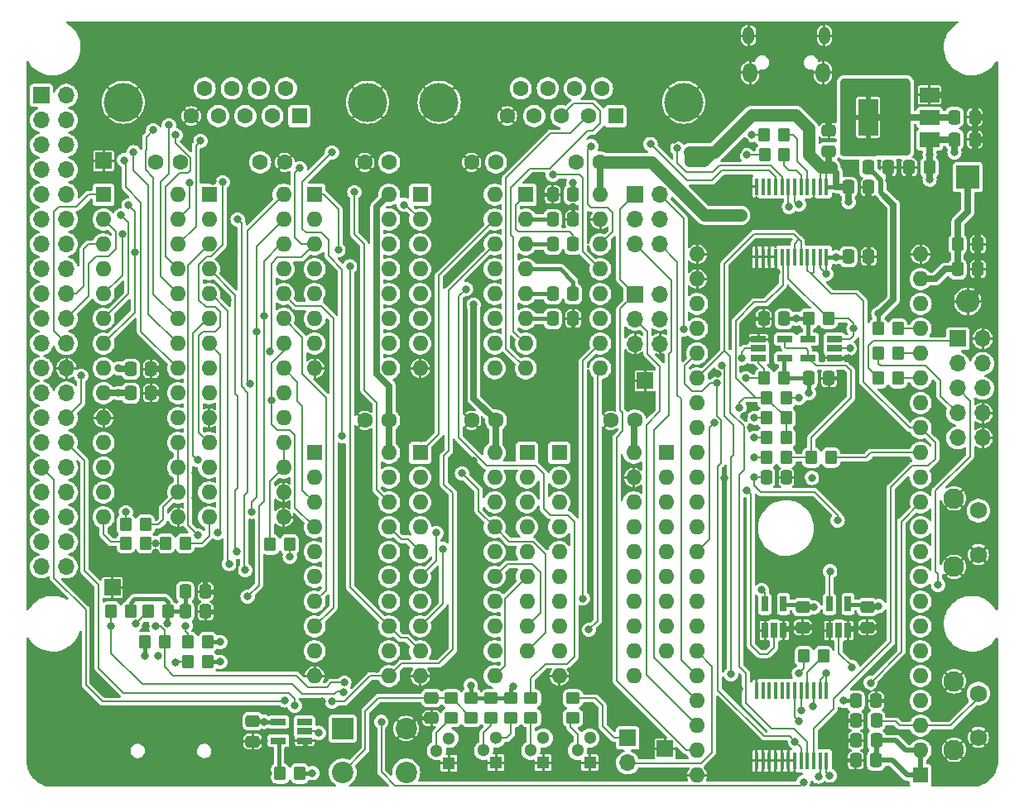
<source format=gbl>
G04 #@! TF.GenerationSoftware,KiCad,Pcbnew,7.0.2*
G04 #@! TF.CreationDate,2023-06-21T14:39:40-07:00*
G04 #@! TF.ProjectId,ESP32_Interface,45535033-325f-4496-9e74-657266616365,1*
G04 #@! TF.SameCoordinates,Original*
G04 #@! TF.FileFunction,Copper,L4,Bot*
G04 #@! TF.FilePolarity,Positive*
%FSLAX46Y46*%
G04 Gerber Fmt 4.6, Leading zero omitted, Abs format (unit mm)*
G04 Created by KiCad (PCBNEW 7.0.2) date 2023-06-21 14:39:40*
%MOMM*%
%LPD*%
G01*
G04 APERTURE LIST*
G04 Aperture macros list*
%AMRoundRect*
0 Rectangle with rounded corners*
0 $1 Rounding radius*
0 $2 $3 $4 $5 $6 $7 $8 $9 X,Y pos of 4 corners*
0 Add a 4 corners polygon primitive as box body*
4,1,4,$2,$3,$4,$5,$6,$7,$8,$9,$2,$3,0*
0 Add four circle primitives for the rounded corners*
1,1,$1+$1,$2,$3*
1,1,$1+$1,$4,$5*
1,1,$1+$1,$6,$7*
1,1,$1+$1,$8,$9*
0 Add four rect primitives between the rounded corners*
20,1,$1+$1,$2,$3,$4,$5,0*
20,1,$1+$1,$4,$5,$6,$7,0*
20,1,$1+$1,$6,$7,$8,$9,0*
20,1,$1+$1,$8,$9,$2,$3,0*%
G04 Aperture macros list end*
G04 #@! TA.AperFunction,ComponentPad*
%ADD10C,4.000000*%
G04 #@! TD*
G04 #@! TA.AperFunction,ComponentPad*
%ADD11R,1.600000X1.600000*%
G04 #@! TD*
G04 #@! TA.AperFunction,ComponentPad*
%ADD12C,1.600000*%
G04 #@! TD*
G04 #@! TA.AperFunction,ComponentPad*
%ADD13R,1.300000X1.300000*%
G04 #@! TD*
G04 #@! TA.AperFunction,ComponentPad*
%ADD14C,1.300000*%
G04 #@! TD*
G04 #@! TA.AperFunction,ComponentPad*
%ADD15R,1.700000X1.700000*%
G04 #@! TD*
G04 #@! TA.AperFunction,ComponentPad*
%ADD16C,1.750000*%
G04 #@! TD*
G04 #@! TA.AperFunction,ComponentPad*
%ADD17C,2.100000*%
G04 #@! TD*
G04 #@! TA.AperFunction,ComponentPad*
%ADD18O,1.600000X1.600000*%
G04 #@! TD*
G04 #@! TA.AperFunction,ComponentPad*
%ADD19R,2.400000X2.400000*%
G04 #@! TD*
G04 #@! TA.AperFunction,ComponentPad*
%ADD20O,2.400000X2.400000*%
G04 #@! TD*
G04 #@! TA.AperFunction,ComponentPad*
%ADD21O,1.150000X1.800000*%
G04 #@! TD*
G04 #@! TA.AperFunction,ComponentPad*
%ADD22O,1.450000X2.000000*%
G04 #@! TD*
G04 #@! TA.AperFunction,ComponentPad*
%ADD23R,2.200000X2.200000*%
G04 #@! TD*
G04 #@! TA.AperFunction,ComponentPad*
%ADD24C,2.200000*%
G04 #@! TD*
G04 #@! TA.AperFunction,ComponentPad*
%ADD25O,1.700000X1.700000*%
G04 #@! TD*
G04 #@! TA.AperFunction,SMDPad,CuDef*
%ADD26RoundRect,0.250000X0.337500X0.475000X-0.337500X0.475000X-0.337500X-0.475000X0.337500X-0.475000X0*%
G04 #@! TD*
G04 #@! TA.AperFunction,SMDPad,CuDef*
%ADD27RoundRect,0.250000X0.350000X0.450000X-0.350000X0.450000X-0.350000X-0.450000X0.350000X-0.450000X0*%
G04 #@! TD*
G04 #@! TA.AperFunction,SMDPad,CuDef*
%ADD28RoundRect,0.250000X0.450000X-0.350000X0.450000X0.350000X-0.450000X0.350000X-0.450000X-0.350000X0*%
G04 #@! TD*
G04 #@! TA.AperFunction,SMDPad,CuDef*
%ADD29RoundRect,0.250000X-0.450000X0.350000X-0.450000X-0.350000X0.450000X-0.350000X0.450000X0.350000X0*%
G04 #@! TD*
G04 #@! TA.AperFunction,SMDPad,CuDef*
%ADD30RoundRect,0.250000X-0.337500X-0.475000X0.337500X-0.475000X0.337500X0.475000X-0.337500X0.475000X0*%
G04 #@! TD*
G04 #@! TA.AperFunction,SMDPad,CuDef*
%ADD31R,0.650000X1.560000*%
G04 #@! TD*
G04 #@! TA.AperFunction,SMDPad,CuDef*
%ADD32RoundRect,0.250000X-0.475000X0.337500X-0.475000X-0.337500X0.475000X-0.337500X0.475000X0.337500X0*%
G04 #@! TD*
G04 #@! TA.AperFunction,SMDPad,CuDef*
%ADD33RoundRect,0.250000X-0.350000X-0.450000X0.350000X-0.450000X0.350000X0.450000X-0.350000X0.450000X0*%
G04 #@! TD*
G04 #@! TA.AperFunction,SMDPad,CuDef*
%ADD34R,0.450000X1.750000*%
G04 #@! TD*
G04 #@! TA.AperFunction,SMDPad,CuDef*
%ADD35RoundRect,0.250000X0.475000X-0.337500X0.475000X0.337500X-0.475000X0.337500X-0.475000X-0.337500X0*%
G04 #@! TD*
G04 #@! TA.AperFunction,SMDPad,CuDef*
%ADD36R,1.560000X0.650000*%
G04 #@! TD*
G04 #@! TA.AperFunction,SMDPad,CuDef*
%ADD37R,2.000000X1.500000*%
G04 #@! TD*
G04 #@! TA.AperFunction,SMDPad,CuDef*
%ADD38R,2.000000X3.800000*%
G04 #@! TD*
G04 #@! TA.AperFunction,ViaPad*
%ADD39C,0.800000*%
G04 #@! TD*
G04 #@! TA.AperFunction,Conductor*
%ADD40C,0.381000*%
G04 #@! TD*
G04 #@! TA.AperFunction,Conductor*
%ADD41C,0.254000*%
G04 #@! TD*
G04 #@! TA.AperFunction,Conductor*
%ADD42C,0.152400*%
G04 #@! TD*
G04 #@! TA.AperFunction,Conductor*
%ADD43C,0.508000*%
G04 #@! TD*
G04 #@! TA.AperFunction,Conductor*
%ADD44C,0.635000*%
G04 #@! TD*
G04 #@! TA.AperFunction,Conductor*
%ADD45C,1.016000*%
G04 #@! TD*
G04 #@! TA.AperFunction,Conductor*
%ADD46C,1.270000*%
G04 #@! TD*
G04 APERTURE END LIST*
D10*
X120206000Y-63604000D03*
X95206000Y-63604000D03*
D11*
X113246000Y-65024000D03*
D12*
X110476000Y-65024000D03*
X107706000Y-65024000D03*
X104936000Y-65024000D03*
X102166000Y-65024000D03*
X111861000Y-62184000D03*
X109091000Y-62184000D03*
X106321000Y-62184000D03*
X103551000Y-62184000D03*
D10*
X152527500Y-63604000D03*
X127527500Y-63604000D03*
D11*
X145567500Y-65024000D03*
D12*
X142797500Y-65024000D03*
X140027500Y-65024000D03*
X137257500Y-65024000D03*
X134487500Y-65024000D03*
X144182500Y-62184000D03*
X141412500Y-62184000D03*
X138642500Y-62184000D03*
X135872500Y-62184000D03*
D13*
X128524000Y-131268000D03*
D14*
X127254000Y-129988000D03*
X128524000Y-128728000D03*
D12*
X122414000Y-69770000D03*
X119914000Y-69770000D03*
D15*
X150622000Y-129794000D03*
D16*
X182680580Y-124137000D03*
X182680580Y-128637000D03*
D17*
X180190580Y-122887000D03*
X180190580Y-129897000D03*
D11*
X103999000Y-73072000D03*
D18*
X103999000Y-75612000D03*
X103999000Y-78152000D03*
X103999000Y-80692000D03*
X103999000Y-83232000D03*
X103999000Y-85772000D03*
X103999000Y-88312000D03*
X103999000Y-90852000D03*
X103999000Y-93392000D03*
X103999000Y-95932000D03*
X103999000Y-98472000D03*
X103999000Y-101012000D03*
X103999000Y-103552000D03*
X103999000Y-106092000D03*
X111619000Y-106092000D03*
X111619000Y-103552000D03*
X111619000Y-101012000D03*
X111619000Y-98472000D03*
X111619000Y-95932000D03*
X111619000Y-93392000D03*
X111619000Y-90852000D03*
X111619000Y-88312000D03*
X111619000Y-85772000D03*
X111619000Y-83232000D03*
X111619000Y-80692000D03*
X111619000Y-78152000D03*
X111619000Y-75612000D03*
X111619000Y-73072000D03*
D12*
X122414000Y-96186000D03*
X119914000Y-96186000D03*
D19*
X181596000Y-71294000D03*
D20*
X181596000Y-83994000D03*
D11*
X150735000Y-99488000D03*
D18*
X150735000Y-102028000D03*
X150735000Y-104568000D03*
X150735000Y-107108000D03*
X150735000Y-109648000D03*
X150735000Y-112188000D03*
X150735000Y-114728000D03*
X150735000Y-117268000D03*
X150735000Y-119808000D03*
D11*
X136384000Y-73072000D03*
D18*
X136384000Y-75612000D03*
X136384000Y-78152000D03*
X136384000Y-80692000D03*
X136384000Y-83232000D03*
X136384000Y-85772000D03*
X136384000Y-88312000D03*
X136384000Y-90852000D03*
X144004000Y-90852000D03*
X144004000Y-88312000D03*
X144004000Y-85772000D03*
X144004000Y-83232000D03*
X144004000Y-80692000D03*
X144004000Y-78152000D03*
X144004000Y-75612000D03*
X144004000Y-73072000D03*
D11*
X125589000Y-73072000D03*
D18*
X125589000Y-75612000D03*
X125589000Y-78152000D03*
X125589000Y-80692000D03*
X125589000Y-83232000D03*
X125589000Y-85772000D03*
X125589000Y-88312000D03*
X125589000Y-90852000D03*
X133209000Y-90852000D03*
X133209000Y-88312000D03*
X133209000Y-85772000D03*
X133209000Y-83232000D03*
X133209000Y-80692000D03*
X133209000Y-78152000D03*
X133209000Y-75612000D03*
X133209000Y-73072000D03*
D11*
X139813000Y-99488000D03*
D18*
X139813000Y-102028000D03*
X139813000Y-104568000D03*
X139813000Y-107108000D03*
X139813000Y-109648000D03*
X139813000Y-112188000D03*
X139813000Y-114728000D03*
X139813000Y-117268000D03*
X139813000Y-119808000D03*
X139813000Y-122348000D03*
X147433000Y-122348000D03*
X147433000Y-119808000D03*
X147433000Y-117268000D03*
X147433000Y-114728000D03*
X147433000Y-112188000D03*
X147433000Y-109648000D03*
X147433000Y-107108000D03*
X147433000Y-104568000D03*
X147433000Y-102028000D03*
X147433000Y-99488000D03*
D12*
X147560000Y-96186000D03*
X145060000Y-96186000D03*
D11*
X136511000Y-99488000D03*
D18*
X136511000Y-102028000D03*
X136511000Y-104568000D03*
X136511000Y-107108000D03*
X136511000Y-109648000D03*
X136511000Y-112188000D03*
X136511000Y-114728000D03*
X136511000Y-117268000D03*
X136511000Y-119808000D03*
D13*
X133350000Y-131238000D03*
D14*
X132080000Y-129958000D03*
X133350000Y-128698000D03*
D21*
X166929000Y-56789400D03*
D22*
X166779000Y-60589400D03*
X159329000Y-60589400D03*
D21*
X159179000Y-56789400D03*
D12*
X98558000Y-69770000D03*
X101058000Y-69770000D03*
D15*
X93204000Y-69596000D03*
D13*
X138176000Y-131238000D03*
D14*
X136906000Y-129958000D03*
X138176000Y-128698000D03*
D23*
X117654000Y-127718000D03*
D24*
X124154000Y-127718000D03*
X117654000Y-132218000D03*
X124154000Y-132218000D03*
D11*
X125589000Y-99488000D03*
D18*
X125589000Y-102028000D03*
X125589000Y-104568000D03*
X125589000Y-107108000D03*
X125589000Y-109648000D03*
X125589000Y-112188000D03*
X125589000Y-114728000D03*
X125589000Y-117268000D03*
X125589000Y-119808000D03*
X125589000Y-122348000D03*
X133209000Y-122348000D03*
X133209000Y-119808000D03*
X133209000Y-117268000D03*
X133209000Y-114728000D03*
X133209000Y-112188000D03*
X133209000Y-109648000D03*
X133209000Y-107108000D03*
X133209000Y-104568000D03*
X133209000Y-102028000D03*
X133209000Y-99488000D03*
D15*
X147560000Y-73072000D03*
D25*
X150100000Y-73072000D03*
X147560000Y-75612000D03*
X150100000Y-75612000D03*
X147560000Y-78152000D03*
X150100000Y-78152000D03*
D11*
X114794000Y-99488000D03*
D18*
X114794000Y-102028000D03*
X114794000Y-104568000D03*
X114794000Y-107108000D03*
X114794000Y-109648000D03*
X114794000Y-112188000D03*
X114794000Y-114728000D03*
X114794000Y-117268000D03*
X114794000Y-119808000D03*
X114794000Y-122348000D03*
X122414000Y-122348000D03*
X122414000Y-119808000D03*
X122414000Y-117268000D03*
X122414000Y-114728000D03*
X122414000Y-112188000D03*
X122414000Y-109648000D03*
X122414000Y-107108000D03*
X122414000Y-104568000D03*
X122414000Y-102028000D03*
X122414000Y-99488000D03*
D11*
X176770000Y-132508000D03*
D18*
X176770000Y-129968000D03*
X176770000Y-127428000D03*
X176770000Y-124888000D03*
X176770000Y-122348000D03*
X176770000Y-119808000D03*
X176770000Y-117268000D03*
X176770000Y-114728000D03*
X176770000Y-112188000D03*
X176770000Y-109648000D03*
X176770000Y-107108000D03*
X176770000Y-104568000D03*
X176770000Y-102028000D03*
X176770000Y-99488000D03*
X176770000Y-96948000D03*
X176770000Y-94408000D03*
X176770000Y-91868000D03*
X176770000Y-89328000D03*
X176770000Y-86788000D03*
X176773680Y-84250720D03*
X176773680Y-81710720D03*
X176773680Y-79170720D03*
X153910000Y-79168000D03*
X153910000Y-81708000D03*
X153910000Y-84248000D03*
X153910000Y-86788000D03*
X153910000Y-89328000D03*
X153910000Y-91868000D03*
X153910000Y-94408000D03*
X153910000Y-96948000D03*
X153910000Y-99488000D03*
X153910000Y-102028000D03*
X153910000Y-104568000D03*
X153910000Y-107108000D03*
X153910000Y-109648000D03*
X153910000Y-112188000D03*
X153910000Y-114728000D03*
X153910000Y-117268000D03*
X153910000Y-119808000D03*
X153910000Y-122348000D03*
X153910000Y-124888000D03*
X153910000Y-127428000D03*
X153910000Y-129968000D03*
X153910000Y-132508000D03*
D15*
X94107000Y-113284000D03*
D11*
X114794000Y-73072000D03*
D18*
X114794000Y-75612000D03*
X114794000Y-78152000D03*
X114794000Y-80692000D03*
X114794000Y-83232000D03*
X114794000Y-85772000D03*
X114794000Y-88312000D03*
X114794000Y-90852000D03*
X122414000Y-90852000D03*
X122414000Y-88312000D03*
X122414000Y-85772000D03*
X122414000Y-83232000D03*
X122414000Y-80692000D03*
X122414000Y-78152000D03*
X122414000Y-75612000D03*
X122414000Y-73072000D03*
D15*
X148576000Y-92122000D03*
X180575000Y-87809000D03*
D25*
X183115000Y-87809000D03*
X180575000Y-90349000D03*
X183115000Y-90349000D03*
X180575000Y-92889000D03*
X183115000Y-92889000D03*
X180575000Y-95429000D03*
X183115000Y-95429000D03*
X180575000Y-97969000D03*
X183115000Y-97969000D03*
D13*
X142944000Y-131238000D03*
D14*
X141674000Y-129958000D03*
X142944000Y-128698000D03*
D12*
X133336000Y-96186000D03*
X130836000Y-96186000D03*
D16*
X182681500Y-105412000D03*
X182681500Y-109912000D03*
D17*
X180191500Y-104162000D03*
X180191500Y-111172000D03*
D11*
X93204000Y-73072000D03*
D18*
X93204000Y-75612000D03*
X93204000Y-78152000D03*
X93204000Y-80692000D03*
X93204000Y-83232000D03*
X93204000Y-85772000D03*
X93204000Y-88312000D03*
X93204000Y-90852000D03*
X93204000Y-93392000D03*
X93204000Y-95932000D03*
X93204000Y-98472000D03*
X93204000Y-101012000D03*
X93204000Y-103552000D03*
X93204000Y-106092000D03*
X100824000Y-106092000D03*
X100824000Y-103552000D03*
X100824000Y-101012000D03*
X100824000Y-98472000D03*
X100824000Y-95932000D03*
X100824000Y-93392000D03*
X100824000Y-90852000D03*
X100824000Y-88312000D03*
X100824000Y-85772000D03*
X100824000Y-83232000D03*
X100824000Y-80692000D03*
X100824000Y-78152000D03*
X100824000Y-75612000D03*
X100824000Y-73072000D03*
D12*
X144004000Y-69770000D03*
X141504000Y-69770000D03*
D15*
X146812000Y-128693000D03*
D25*
X146812000Y-131233000D03*
D12*
X133336000Y-69770000D03*
X130836000Y-69770000D03*
D15*
X147555000Y-83247000D03*
D25*
X150095000Y-83247000D03*
X147555000Y-85787000D03*
X150095000Y-85787000D03*
X147555000Y-88327000D03*
X150095000Y-88327000D03*
D12*
X109226000Y-69770000D03*
X111726000Y-69770000D03*
D15*
X86854000Y-62912000D03*
D25*
X86854000Y-65452000D03*
X86854000Y-67992000D03*
X86854000Y-70532000D03*
X86854000Y-73072000D03*
X86854000Y-75612000D03*
X86854000Y-78152000D03*
X86854000Y-80692000D03*
X86854000Y-83232000D03*
X86854000Y-85772000D03*
X86854000Y-88312000D03*
X86854000Y-90852000D03*
X86854000Y-93392000D03*
X86854000Y-95932000D03*
X86854000Y-98472000D03*
X86854000Y-101012000D03*
X86854000Y-103552000D03*
X86854000Y-106092000D03*
X86854000Y-108632000D03*
X86854000Y-111172000D03*
X89394000Y-111172000D03*
X89394000Y-108632000D03*
X89394000Y-106092000D03*
X89394000Y-103552000D03*
X89394000Y-101012000D03*
X89394000Y-98472000D03*
X89394000Y-95932000D03*
X89394000Y-93392000D03*
X89394000Y-90852000D03*
X89394000Y-88312000D03*
X89394000Y-85772000D03*
X89394000Y-83232000D03*
X89394000Y-80692000D03*
X89394000Y-78152000D03*
X89394000Y-75612000D03*
X89394000Y-73072000D03*
X89394000Y-70532000D03*
X89394000Y-67992000D03*
X89394000Y-65452000D03*
X89394000Y-62912000D03*
D26*
X177694500Y-70278000D03*
X175619500Y-70278000D03*
D27*
X162814000Y-69008000D03*
X160814000Y-69008000D03*
D28*
X141224000Y-126634000D03*
X141224000Y-124634000D03*
D29*
X130824000Y-124628500D03*
X130824000Y-126628500D03*
D30*
X95976500Y-93392000D03*
X98051500Y-93392000D03*
D31*
X162748000Y-117682000D03*
X161798000Y-117682000D03*
X160848000Y-117682000D03*
X160848000Y-114982000D03*
X162748000Y-114982000D03*
D26*
X141231500Y-73072000D03*
X139156500Y-73072000D03*
D27*
X162798000Y-66976000D03*
X160798000Y-66976000D03*
D29*
X132856000Y-124628500D03*
X132856000Y-126628500D03*
D32*
X108458000Y-126978500D03*
X108458000Y-129053500D03*
D27*
X166848000Y-120316000D03*
X164848000Y-120316000D03*
D33*
X161038000Y-97964000D03*
X163038000Y-97964000D03*
D27*
X174468000Y-91868000D03*
X172468000Y-91868000D03*
D30*
X160979000Y-102028000D03*
X163054000Y-102028000D03*
D27*
X163038000Y-93900000D03*
X161038000Y-93900000D03*
D30*
X169382500Y-79422000D03*
X171457500Y-79422000D03*
D33*
X95506000Y-106854000D03*
X97506000Y-106854000D03*
D30*
X171428500Y-70278000D03*
X173503500Y-70278000D03*
D32*
X164719000Y-115294500D03*
X164719000Y-117369500D03*
D30*
X180558500Y-80692000D03*
X182633500Y-80692000D03*
X101564500Y-113712000D03*
X103639500Y-113712000D03*
D27*
X167610000Y-99996000D03*
X165610000Y-99996000D03*
D30*
X101564500Y-115744000D03*
X103639500Y-115744000D03*
D33*
X161038000Y-95932000D03*
X163038000Y-95932000D03*
D34*
X167137000Y-79466000D03*
X166487000Y-79466000D03*
X165837000Y-79466000D03*
X165187000Y-79466000D03*
X164537000Y-79466000D03*
X163887000Y-79466000D03*
X163237000Y-79466000D03*
X162587000Y-79466000D03*
X161937000Y-79466000D03*
X161287000Y-79466000D03*
X160637000Y-79466000D03*
X159987000Y-79466000D03*
X159987000Y-72266000D03*
X160637000Y-72266000D03*
X161287000Y-72266000D03*
X161937000Y-72266000D03*
X162587000Y-72266000D03*
X163237000Y-72266000D03*
X163887000Y-72266000D03*
X164537000Y-72266000D03*
X165187000Y-72266000D03*
X165837000Y-72266000D03*
X166487000Y-72266000D03*
X167137000Y-72266000D03*
D33*
X165340000Y-85772000D03*
X167340000Y-85772000D03*
D27*
X103870000Y-120904000D03*
X101870000Y-120904000D03*
D30*
X180235000Y-67434800D03*
X182310000Y-67434800D03*
D35*
X167386000Y-68601500D03*
X167386000Y-66526500D03*
D36*
X167976000Y-87870000D03*
X167976000Y-88820000D03*
X167976000Y-89770000D03*
X165276000Y-89770000D03*
X165276000Y-87870000D03*
D30*
X165318500Y-91868000D03*
X167393500Y-91868000D03*
D29*
X128792000Y-124628500D03*
X128792000Y-126628500D03*
D33*
X97425000Y-118872000D03*
X99425000Y-118872000D03*
D34*
X167137000Y-131028000D03*
X166487000Y-131028000D03*
X165837000Y-131028000D03*
X165187000Y-131028000D03*
X164537000Y-131028000D03*
X163887000Y-131028000D03*
X163237000Y-131028000D03*
X162587000Y-131028000D03*
X161937000Y-131028000D03*
X161287000Y-131028000D03*
X160637000Y-131028000D03*
X159987000Y-131028000D03*
X159987000Y-123828000D03*
X160637000Y-123828000D03*
X161287000Y-123828000D03*
X161937000Y-123828000D03*
X162587000Y-123828000D03*
X163237000Y-123828000D03*
X163887000Y-123828000D03*
X164537000Y-123828000D03*
X165187000Y-123828000D03*
X165837000Y-123828000D03*
X166487000Y-123828000D03*
X167137000Y-123828000D03*
D29*
X134888000Y-124628500D03*
X134888000Y-126628500D03*
D27*
X174468000Y-89328000D03*
X172468000Y-89328000D03*
D30*
X139156500Y-78152000D03*
X141231500Y-78152000D03*
D27*
X112254000Y-108886000D03*
X110254000Y-108886000D03*
X103870000Y-118872000D03*
X101870000Y-118872000D03*
X101570000Y-108759000D03*
X99570000Y-108759000D03*
D29*
X136920000Y-124628500D03*
X136920000Y-126628500D03*
D33*
X161038000Y-99996000D03*
X163038000Y-99996000D03*
D30*
X180558500Y-78152000D03*
X182633500Y-78152000D03*
D36*
X113770400Y-127066000D03*
X113770400Y-128016000D03*
X113770400Y-128966000D03*
X111070400Y-128966000D03*
X111070400Y-127066000D03*
D26*
X141231500Y-83232000D03*
X139156500Y-83232000D03*
D30*
X170144500Y-124888000D03*
X172219500Y-124888000D03*
D31*
X169352000Y-117682000D03*
X168402000Y-117682000D03*
X167452000Y-117682000D03*
X167452000Y-114982000D03*
X169352000Y-114982000D03*
D27*
X95982000Y-115744000D03*
X93982000Y-115744000D03*
D36*
X160196000Y-89770000D03*
X160196000Y-88820000D03*
X160196000Y-87870000D03*
X162896000Y-87870000D03*
X162896000Y-89770000D03*
D32*
X171323000Y-115294500D03*
X171323000Y-117369500D03*
D30*
X95990500Y-90932000D03*
X98065500Y-90932000D03*
X139156500Y-85772000D03*
X141231500Y-85772000D03*
D26*
X172241000Y-128952000D03*
X170166000Y-128952000D03*
X172241000Y-126920000D03*
X170166000Y-126920000D03*
D37*
X177691500Y-62848800D03*
X177691500Y-65148800D03*
X177691500Y-67448800D03*
D38*
X171391500Y-65148800D03*
D33*
X95506000Y-108759000D03*
X97506000Y-108759000D03*
D30*
X169382500Y-72310000D03*
X171457500Y-72310000D03*
D27*
X99792000Y-115744000D03*
X97792000Y-115744000D03*
X162784000Y-91868000D03*
X160784000Y-91868000D03*
D32*
X126760000Y-124591000D03*
X126760000Y-126666000D03*
D30*
X180235000Y-65148800D03*
X182310000Y-65148800D03*
D26*
X172219500Y-130984000D03*
X170144500Y-130984000D03*
X162800000Y-85772000D03*
X160725000Y-85772000D03*
D33*
X111268000Y-132334000D03*
X113268000Y-132334000D03*
D30*
X139156500Y-75612000D03*
X141231500Y-75612000D03*
D33*
X172468000Y-86788000D03*
X174468000Y-86788000D03*
D39*
X121158000Y-121666000D03*
X158629900Y-72310000D03*
X168896000Y-128952000D03*
X175619500Y-71628000D03*
X110083600Y-132334000D03*
X104394000Y-71720098D03*
X173468000Y-124888000D03*
X171436000Y-73834000D03*
X92456000Y-122428000D03*
X108458000Y-56134000D03*
X158242000Y-123698000D03*
X171450000Y-56134000D03*
X97522000Y-117227900D03*
X121158000Y-56134000D03*
X146558000Y-56134000D03*
X156718000Y-102108000D03*
X103632000Y-112268000D03*
X158882547Y-87683900D03*
X183896000Y-79502000D03*
X165848000Y-74088000D03*
X161544000Y-81788000D03*
X162052000Y-132588000D03*
X154940000Y-83058000D03*
X115570000Y-124968000D03*
X162306000Y-74676000D03*
X182626000Y-82042000D03*
X159258000Y-81280000D03*
X177800000Y-56134000D03*
X171069000Y-77978000D03*
X182372000Y-68834000D03*
X158750000Y-95758000D03*
X102108000Y-56134000D03*
X116078000Y-83820000D03*
X125730000Y-98044000D03*
X163677600Y-132638800D03*
X171399200Y-132689600D03*
X105156000Y-132842000D03*
X141210000Y-87296000D03*
X162052000Y-81026000D03*
X183388000Y-132080000D03*
X168896000Y-126920000D03*
X137908000Y-73072000D03*
X131699000Y-76073000D03*
X104902000Y-114808000D03*
X161544000Y-61976000D03*
X165862000Y-117348000D03*
X108712000Y-131572000D03*
X114808000Y-56134000D03*
X152908000Y-56134000D03*
X131064000Y-100330000D03*
X141210000Y-74348900D03*
X98806000Y-132842000D03*
X158174054Y-68541836D03*
X172466000Y-117348000D03*
X85852000Y-112776000D03*
X158803086Y-67626549D03*
X182372000Y-63754000D03*
X159575134Y-85915134D03*
X105918000Y-83860100D03*
X167386000Y-65278000D03*
X156041146Y-91391189D03*
X171450000Y-80772000D03*
X183642000Y-65148800D03*
X92456000Y-132842000D03*
X115824000Y-86868000D03*
X140208000Y-56134000D03*
X163576000Y-121158000D03*
X127508000Y-56134000D03*
X154813000Y-85471000D03*
X109220000Y-118751900D03*
X160782000Y-132588000D03*
X159385000Y-96901000D03*
X161036000Y-82550000D03*
X183896000Y-61976000D03*
X183896000Y-112776000D03*
X168896000Y-130984000D03*
X98552000Y-109728000D03*
X173552001Y-71557999D03*
X104902000Y-113792000D03*
X160161500Y-122094000D03*
X95758000Y-56134000D03*
X99314000Y-90932000D03*
X86106000Y-127762000D03*
X86106000Y-121158000D03*
X151511000Y-67437000D03*
X94584134Y-101503866D03*
X109626400Y-129032000D03*
X179070000Y-132842000D03*
X92456000Y-127762000D03*
X179324000Y-62738000D03*
X183896000Y-121158000D03*
X168642000Y-91868000D03*
X113842800Y-129839000D03*
X182612000Y-76882000D03*
X86106000Y-131826000D03*
X159766000Y-132588000D03*
X169404000Y-89836000D03*
X183896000Y-73660000D03*
X183452999Y-67434801D03*
X159258000Y-90805000D03*
X118745000Y-122174000D03*
X131826000Y-78613000D03*
X99314000Y-93472000D03*
X164651853Y-102381371D03*
X102616000Y-104140000D03*
X133858000Y-56134000D03*
X183896000Y-101854000D03*
X102616000Y-101600000D03*
X154164000Y-68754000D03*
X166640030Y-70257980D03*
X177694499Y-71522499D03*
X154164000Y-69770000D03*
X135128000Y-123444000D03*
X177694499Y-68939501D03*
X95490000Y-105584000D03*
X131064000Y-84328000D03*
X94742000Y-90852000D03*
X130759200Y-123291600D03*
X112254000Y-110156000D03*
X169404000Y-73834000D03*
X180234999Y-68728999D03*
X94742000Y-93392000D03*
X153148000Y-68754000D03*
X167626000Y-70278000D03*
X153148000Y-69770000D03*
X168896000Y-124888000D03*
X171172000Y-61976000D03*
X98796900Y-120269000D03*
X166319200Y-132638800D03*
X169672000Y-63476000D03*
X158394900Y-75184000D03*
X167487600Y-132537200D03*
X164324000Y-93900000D03*
X165340000Y-93392000D03*
X169672000Y-68226000D03*
X164070000Y-85772000D03*
X156718000Y-75184000D03*
X165862000Y-115316000D03*
X172672000Y-68226000D03*
X169672000Y-65226000D03*
X171172000Y-68226000D03*
X172672000Y-61976000D03*
X169672000Y-66726000D03*
X167118000Y-81200000D03*
X105156000Y-120904000D03*
X168134000Y-79466000D03*
X172452000Y-85264000D03*
X165649249Y-102066751D03*
X167118000Y-122094000D03*
X141241269Y-71884269D03*
X105156000Y-118872000D03*
X97409000Y-120269000D03*
X99708502Y-117014000D03*
X169672000Y-61976000D03*
X172466000Y-115189000D03*
X109607900Y-127050800D03*
X159752000Y-102028000D03*
X168294600Y-106426000D03*
X99890901Y-65960000D03*
X100570000Y-66976000D03*
X103124000Y-67564000D03*
X102024201Y-71860100D03*
X118403790Y-80411105D03*
X109601000Y-85471000D03*
X107936000Y-114220000D03*
X108331000Y-105537000D03*
X108839000Y-87122000D03*
X118858000Y-72818000D03*
X108204000Y-92456000D03*
X110375701Y-94154000D03*
X111760000Y-124841000D03*
X106800100Y-109648000D03*
X106045000Y-110871000D03*
X106920000Y-75612000D03*
X107696000Y-111506000D03*
X102870000Y-107950000D03*
X104902000Y-107696000D03*
X102856000Y-100250000D03*
X112762000Y-125396000D03*
X90918000Y-91614000D03*
X117221000Y-78740000D03*
X95115900Y-77123400D03*
X94996000Y-75184000D03*
X95758000Y-74168000D03*
X96386100Y-78972400D03*
X110236000Y-89154000D03*
X113284000Y-70358000D03*
X95309585Y-69527639D03*
X96279241Y-68720759D03*
X98284000Y-66468000D03*
X139149612Y-71014818D03*
X143076945Y-68109875D03*
X142226000Y-114401600D03*
X152520100Y-86868000D03*
X142849600Y-117602000D03*
X114554000Y-132283200D03*
X100563759Y-120924241D03*
X164578000Y-125904000D03*
X98538000Y-117268000D03*
X117833704Y-123027197D03*
X164324000Y-122094000D03*
X96506000Y-117014000D03*
X156471928Y-90542341D03*
X157378400Y-122174000D03*
X158482000Y-89836000D03*
X117781707Y-123977678D03*
X93966000Y-117268000D03*
X171653200Y-123037600D03*
X178562000Y-113030000D03*
X130282538Y-82739885D03*
X98538000Y-108759000D03*
X169537900Y-88820000D03*
X158879000Y-91868000D03*
X155942000Y-92376000D03*
X163931600Y-129082800D03*
X165735000Y-125476000D03*
X159498000Y-66976000D03*
X159004000Y-69008000D03*
X169912000Y-86788000D03*
X155698916Y-96389184D03*
X159752000Y-97964000D03*
X159752000Y-99996000D03*
X159752000Y-95932000D03*
X127254000Y-107696000D03*
X127899425Y-109347910D03*
X129867229Y-101600253D03*
X164795200Y-133197600D03*
X116586000Y-124968000D03*
X169773600Y-121462800D03*
X121615200Y-127050800D03*
X159004000Y-103327200D03*
X158242000Y-94862100D03*
X105396000Y-71802000D03*
X151892000Y-68326000D03*
X164324000Y-74088000D03*
X163308000Y-74342000D03*
X160528000Y-113538000D03*
X167513000Y-111633000D03*
X123925400Y-74100600D03*
X117602000Y-97790000D03*
X149148288Y-67884600D03*
X116572000Y-68754000D03*
X164338000Y-127000000D03*
X115214400Y-128168400D03*
X101600000Y-117221000D03*
D40*
X167393500Y-91868000D02*
X168642000Y-91868000D01*
X172219500Y-124888000D02*
X173468000Y-124888000D01*
D41*
X161287000Y-81531000D02*
X161544000Y-81788000D01*
D42*
X161937000Y-131028000D02*
X161937000Y-132473000D01*
D43*
X103639500Y-115744000D02*
X103719500Y-115824000D01*
D42*
X158673900Y-72266000D02*
X158629900Y-72310000D01*
D40*
X171323000Y-117369500D02*
X172444500Y-117369500D01*
D44*
X182612000Y-82978000D02*
X182612000Y-80713500D01*
D40*
X109604900Y-129053500D02*
X109626400Y-129032000D01*
D43*
X103639500Y-113712000D02*
X103639500Y-112275500D01*
D42*
X162587000Y-131028000D02*
X162587000Y-132053000D01*
D40*
X167386000Y-66526500D02*
X167386000Y-65278000D01*
X126760000Y-126666000D02*
X125206000Y-126666000D01*
X170144500Y-130984000D02*
X168896000Y-130984000D01*
D44*
X179213200Y-62848800D02*
X179324000Y-62738000D01*
D42*
X165837000Y-72266000D02*
X165837000Y-74077000D01*
D44*
X182612000Y-80713500D02*
X182633500Y-80692000D01*
X167386000Y-65278000D02*
X167386000Y-66548000D01*
X182633500Y-79502000D02*
X183896000Y-79502000D01*
D42*
X159987000Y-122268500D02*
X160161500Y-122094000D01*
D40*
X173552000Y-71557998D02*
X173552001Y-71557999D01*
D42*
X161937000Y-132473000D02*
X162052000Y-132588000D01*
X141231500Y-74370400D02*
X141210000Y-74348900D01*
X161287000Y-131028000D02*
X161287000Y-132077000D01*
X162587000Y-132053000D02*
X162052000Y-132588000D01*
D41*
X161937000Y-80911000D02*
X162052000Y-81026000D01*
D44*
X98065500Y-90932000D02*
X99314000Y-90932000D01*
D40*
X159068647Y-87870000D02*
X158882547Y-87683900D01*
D43*
X103719500Y-115824000D02*
X104902000Y-115824000D01*
D44*
X182633500Y-78152000D02*
X182633500Y-76903500D01*
D40*
X167976000Y-89770000D02*
X169338000Y-89770000D01*
D41*
X159987000Y-80551000D02*
X159258000Y-81280000D01*
D40*
X171323000Y-117369500D02*
X169664500Y-117369500D01*
D43*
X104902000Y-115824000D02*
X104902000Y-114808000D01*
D42*
X161798000Y-132588000D02*
X162052000Y-132588000D01*
D40*
X113842800Y-129839000D02*
X113872000Y-129809800D01*
X171457500Y-73812500D02*
X171436000Y-73834000D01*
D42*
X171450000Y-80772000D02*
X171457500Y-80764500D01*
X169338000Y-89770000D02*
X169404000Y-89836000D01*
D44*
X182310000Y-65148800D02*
X182310000Y-63816000D01*
X171457500Y-72310000D02*
X171457500Y-73812500D01*
X181596000Y-83994000D02*
X182612000Y-82978000D01*
D41*
X160637000Y-79466000D02*
X160637000Y-82151000D01*
D40*
X169664500Y-117369500D02*
X169352000Y-117682000D01*
X160725000Y-85772000D02*
X159718268Y-85772000D01*
D41*
X161937000Y-79466000D02*
X161937000Y-80911000D01*
D42*
X160637000Y-132443000D02*
X160782000Y-132588000D01*
D44*
X182310000Y-67434800D02*
X183452998Y-67434800D01*
D40*
X172444500Y-117369500D02*
X172466000Y-117348000D01*
D44*
X173552000Y-70278000D02*
X173552000Y-71557998D01*
D42*
X164298482Y-102028000D02*
X164651853Y-102381371D01*
D40*
X141231500Y-75612000D02*
X141231500Y-74370400D01*
X183452998Y-67434800D02*
X183452999Y-67434801D01*
D44*
X182633500Y-80692000D02*
X182633500Y-79502000D01*
D42*
X159987000Y-123828000D02*
X159987000Y-122268500D01*
X163887000Y-132429400D02*
X163677600Y-132638800D01*
X163237000Y-131028000D02*
X163237000Y-132198200D01*
D41*
X160637000Y-82151000D02*
X161036000Y-82550000D01*
D40*
X113872000Y-129809800D02*
X113872000Y-128966000D01*
X160196000Y-87870000D02*
X159068647Y-87870000D01*
D44*
X98051500Y-93392000D02*
X99234000Y-93392000D01*
D40*
X171457500Y-80764500D02*
X171457500Y-79422000D01*
D44*
X182633500Y-76903500D02*
X182612000Y-76882000D01*
D40*
X159718268Y-85772000D02*
X159575134Y-85915134D01*
D42*
X141231500Y-75612000D02*
X141231500Y-75379500D01*
D40*
X170166000Y-126920000D02*
X168896000Y-126920000D01*
D42*
X163054000Y-102028000D02*
X164298482Y-102028000D01*
X159987000Y-131028000D02*
X159987000Y-132367000D01*
D44*
X103719500Y-113792000D02*
X103639500Y-113712000D01*
D40*
X108458000Y-129053500D02*
X109604900Y-129053500D01*
D42*
X159987000Y-72266000D02*
X158673900Y-72266000D01*
D44*
X182633500Y-79502000D02*
X182633500Y-78152000D01*
X182310000Y-68772000D02*
X182372000Y-68834000D01*
D40*
X163060500Y-117369500D02*
X162748000Y-117682000D01*
D44*
X182310000Y-63816000D02*
X182372000Y-63754000D01*
D40*
X164719000Y-117369500D02*
X165840500Y-117369500D01*
D42*
X141231500Y-87274500D02*
X141210000Y-87296000D01*
D40*
X99234000Y-93392000D02*
X99314000Y-93472000D01*
D41*
X161287000Y-79466000D02*
X161287000Y-81531000D01*
D44*
X182310000Y-67434800D02*
X182310000Y-68772000D01*
D40*
X165840500Y-117369500D02*
X165862000Y-117348000D01*
D44*
X175619500Y-70278000D02*
X175619500Y-71628000D01*
D40*
X170166000Y-128952000D02*
X168896000Y-128952000D01*
D44*
X182310000Y-65148800D02*
X183642000Y-65148800D01*
D42*
X161287000Y-132077000D02*
X161798000Y-132588000D01*
X165837000Y-74077000D02*
X165848000Y-74088000D01*
D40*
X139156500Y-73072000D02*
X137908000Y-73072000D01*
D44*
X177691500Y-62848800D02*
X179213200Y-62848800D01*
D40*
X141231500Y-85772000D02*
X141231500Y-87274500D01*
D42*
X163887000Y-131028000D02*
X163887000Y-132429400D01*
D40*
X164719000Y-117369500D02*
X163060500Y-117369500D01*
D43*
X104902000Y-113792000D02*
X103719500Y-113792000D01*
D42*
X163237000Y-132198200D02*
X163677600Y-132638800D01*
D40*
X125206000Y-126666000D02*
X124154000Y-127718000D01*
X171457500Y-78366500D02*
X171457500Y-79422000D01*
D44*
X103639500Y-112275500D02*
X103632000Y-112268000D01*
D40*
X171069000Y-77978000D02*
X171457500Y-78366500D01*
D44*
X182310000Y-65148800D02*
X182310000Y-67434800D01*
D42*
X160637000Y-131028000D02*
X160637000Y-132443000D01*
D41*
X159987000Y-79466000D02*
X159987000Y-80551000D01*
D42*
X159987000Y-132367000D02*
X159766000Y-132588000D01*
D44*
X177694500Y-70278000D02*
X177694500Y-71522498D01*
D42*
X166487000Y-72266000D02*
X166487000Y-70411010D01*
D40*
X134888000Y-123684000D02*
X135128000Y-123444000D01*
D44*
X168148000Y-72266000D02*
X169338500Y-72266000D01*
D45*
X154672000Y-69770000D02*
X155688000Y-68754000D01*
D46*
X159498000Y-64944000D02*
X164004000Y-64944000D01*
D40*
X167386000Y-70038000D02*
X167626000Y-70278000D01*
X130824000Y-123356400D02*
X130759200Y-123291600D01*
D44*
X133336000Y-96186000D02*
X133336000Y-99361000D01*
D40*
X132856000Y-124628500D02*
X134888000Y-124628500D01*
D42*
X169382500Y-73812500D02*
X169404000Y-73834000D01*
D44*
X180580000Y-78130500D02*
X180580000Y-76882000D01*
D46*
X166640030Y-70257980D02*
X167605980Y-70257980D01*
D44*
X121144100Y-91378010D02*
X121144100Y-74341900D01*
D42*
X112254000Y-108886000D02*
X112254000Y-110156000D01*
D44*
X131064000Y-93914000D02*
X131064000Y-84328000D01*
X177694500Y-68939502D02*
X177694499Y-68939501D01*
X169338500Y-72266000D02*
X169382500Y-72310000D01*
D46*
X167605980Y-70257980D02*
X167626000Y-70278000D01*
D44*
X95990500Y-90932000D02*
X94822000Y-90932000D01*
D40*
X177694500Y-71522498D02*
X177694499Y-71522499D01*
D42*
X167137000Y-70767000D02*
X167626000Y-70278000D01*
D40*
X168148000Y-72266000D02*
X167137000Y-72266000D01*
D42*
X95506000Y-106854000D02*
X95506000Y-105600000D01*
D46*
X164004000Y-64944000D02*
X165354000Y-66294000D01*
D44*
X167626000Y-70278000D02*
X168148000Y-70800000D01*
D46*
X165354000Y-68971950D02*
X166640030Y-70257980D01*
D44*
X122414000Y-92647910D02*
X121144100Y-91378010D01*
X167386000Y-68601500D02*
X167386000Y-70038000D01*
X180235000Y-68728998D02*
X180234999Y-68728999D01*
D42*
X95506000Y-105600000D02*
X95490000Y-105584000D01*
D44*
X180235000Y-67434800D02*
X177705500Y-67434800D01*
X168148000Y-70800000D02*
X168148000Y-72266000D01*
X177691500Y-67448800D02*
X177691500Y-68936502D01*
D40*
X134888000Y-124628500D02*
X134888000Y-123684000D01*
D46*
X154164000Y-68754000D02*
X153148000Y-68754000D01*
D44*
X180558500Y-80692000D02*
X180558500Y-78152000D01*
D46*
X154164000Y-68754000D02*
X155688000Y-68754000D01*
D44*
X177691500Y-68936502D02*
X177694499Y-68939501D01*
X181596000Y-74850000D02*
X180580000Y-75866000D01*
D45*
X154164000Y-69770000D02*
X154672000Y-69770000D01*
D42*
X167137000Y-72266000D02*
X167137000Y-70767000D01*
D44*
X180558500Y-80692000D02*
X179310000Y-80692000D01*
X179310000Y-80692000D02*
X178291280Y-81710720D01*
D42*
X180558500Y-78152000D02*
X180580000Y-78130500D01*
D44*
X181596000Y-71294000D02*
X181596000Y-74850000D01*
X178291280Y-81710720D02*
X176773680Y-81710720D01*
X180580000Y-75866000D02*
X180580000Y-76882000D01*
D45*
X153148000Y-69770000D02*
X153148000Y-68754000D01*
D46*
X155688000Y-68754000D02*
X159498000Y-64944000D01*
D44*
X133336000Y-96186000D02*
X131064000Y-93914000D01*
X169382500Y-72310000D02*
X169382500Y-73812500D01*
X177694500Y-70278000D02*
X177694500Y-68939502D01*
D42*
X166487000Y-70411010D02*
X166640030Y-70257980D01*
D45*
X154164000Y-69770000D02*
X153148000Y-69770000D01*
D44*
X121144100Y-74341900D02*
X122414000Y-73072000D01*
D40*
X130824000Y-124628500D02*
X132856000Y-124628500D01*
D44*
X133336000Y-99361000D02*
X133209000Y-99488000D01*
X177705500Y-67434800D02*
X177691500Y-67448800D01*
D46*
X165354000Y-66294000D02*
X165354000Y-68971950D01*
D44*
X180235000Y-67434800D02*
X180235000Y-68728998D01*
X122414000Y-96186000D02*
X122414000Y-92647910D01*
X94822000Y-90932000D02*
X94742000Y-90852000D01*
X95976500Y-93392000D02*
X93204000Y-93392000D01*
D40*
X130824000Y-124628500D02*
X130824000Y-123356400D01*
D44*
X122414000Y-99488000D02*
X122414000Y-96186000D01*
D40*
X162784000Y-89882000D02*
X162784000Y-91868000D01*
X172360500Y-115294500D02*
X172466000Y-115189000D01*
X109623100Y-127066000D02*
X109607900Y-127050800D01*
X99488000Y-114474000D02*
X96346000Y-114474000D01*
D46*
X144004000Y-69770000D02*
X149272000Y-69770000D01*
D40*
X103870000Y-120904000D02*
X105156000Y-120904000D01*
X108458000Y-126978500D02*
X109535600Y-126978500D01*
D43*
X172720000Y-72841900D02*
X172720000Y-71569500D01*
D40*
X165840500Y-115294500D02*
X165862000Y-115316000D01*
X164719000Y-115294500D02*
X165840500Y-115294500D01*
X99792000Y-115744000D02*
X99792000Y-114778000D01*
X171323000Y-115294500D02*
X172360500Y-115294500D01*
D44*
X147433000Y-96313000D02*
X147560000Y-96186000D01*
X172546000Y-85264000D02*
X173990000Y-83820000D01*
D40*
X165340000Y-93392000D02*
X165340000Y-91889500D01*
D43*
X172720000Y-71569500D02*
X171428500Y-70278000D01*
D40*
X111172000Y-127066000D02*
X109623100Y-127066000D01*
D42*
X167137000Y-123828000D02*
X167137000Y-122113000D01*
D40*
X162828000Y-115062000D02*
X162748000Y-114982000D01*
X164719000Y-115294500D02*
X164486500Y-115062000D01*
X162784000Y-91868000D02*
X165080500Y-91868000D01*
D42*
X166319200Y-132638800D02*
X166487000Y-132471000D01*
D44*
X147433000Y-99488000D02*
X147433000Y-96313000D01*
D40*
X101564500Y-115744000D02*
X101564500Y-113712000D01*
D44*
X177691500Y-65148800D02*
X171391500Y-65148800D01*
D40*
X171323000Y-115294500D02*
X171090500Y-115062000D01*
X96346000Y-114474000D02*
X95982000Y-114838000D01*
X169382500Y-79422000D02*
X169338500Y-79466000D01*
D42*
X165340000Y-85772000D02*
X165276000Y-85836000D01*
X167137000Y-81181000D02*
X167118000Y-81200000D01*
X166487000Y-123828000D02*
X166487000Y-122725000D01*
X165340000Y-91889500D02*
X165318500Y-91868000D01*
D40*
X99708502Y-115827498D02*
X99708502Y-117014000D01*
X97409000Y-120269000D02*
X97409000Y-118888000D01*
X172468000Y-86788000D02*
X172468000Y-85280000D01*
D44*
X173990000Y-74111900D02*
X173129050Y-73250950D01*
D40*
X165276000Y-85836000D02*
X165276000Y-87870000D01*
X109535600Y-126978500D02*
X109607900Y-127050800D01*
D42*
X167487600Y-132537200D02*
X167137000Y-132186600D01*
D40*
X169432000Y-115062000D02*
X169352000Y-114982000D01*
X162800000Y-85772000D02*
X165340000Y-85772000D01*
D44*
X177691500Y-65148800D02*
X179729898Y-65148800D01*
D46*
X149272000Y-69770000D02*
X154686000Y-75184000D01*
D42*
X97409000Y-118888000D02*
X97425000Y-118872000D01*
X167137000Y-79466000D02*
X167137000Y-81181000D01*
X166487000Y-79466000D02*
X166487000Y-80569000D01*
X166487000Y-132471000D02*
X166487000Y-131028000D01*
X167137000Y-132186600D02*
X167137000Y-131028000D01*
D40*
X103870000Y-118872000D02*
X105156000Y-118872000D01*
D44*
X172452000Y-85264000D02*
X172546000Y-85264000D01*
D42*
X164324000Y-93900000D02*
X163038000Y-93900000D01*
X167137000Y-122113000D02*
X167118000Y-122094000D01*
D40*
X99792000Y-114778000D02*
X99488000Y-114474000D01*
D46*
X154686000Y-75184000D02*
X158394900Y-75184000D01*
D40*
X99792000Y-115744000D02*
X99708502Y-115827498D01*
X141241269Y-71884269D02*
X141231500Y-71894038D01*
D44*
X173990000Y-83820000D02*
X173990000Y-74111900D01*
D40*
X171090500Y-115062000D02*
X169432000Y-115062000D01*
D43*
X173129050Y-73250950D02*
X172720000Y-72841900D01*
D40*
X95982000Y-114838000D02*
X95982000Y-115744000D01*
D42*
X166487000Y-122725000D02*
X167118000Y-122094000D01*
D44*
X144004000Y-69770000D02*
X144004000Y-73072000D01*
D40*
X141231500Y-71894038D02*
X141231500Y-73072000D01*
D42*
X162896000Y-89770000D02*
X162784000Y-89882000D01*
D40*
X164486500Y-115062000D02*
X162828000Y-115062000D01*
D42*
X172468000Y-85280000D02*
X172452000Y-85264000D01*
D40*
X169338500Y-79466000D02*
X167137000Y-79466000D01*
D42*
X166487000Y-80569000D02*
X167118000Y-81200000D01*
D40*
X101564500Y-115744000D02*
X99792000Y-115744000D01*
X170144500Y-124888000D02*
X168896000Y-124888000D01*
D42*
X126760000Y-124591000D02*
X121331800Y-124591000D01*
X126760000Y-124591000D02*
X128754500Y-124591000D01*
X121331800Y-124591000D02*
X119989600Y-125933200D01*
X119989600Y-125933200D02*
X119989600Y-129882400D01*
X128754500Y-124591000D02*
X128792000Y-124628500D01*
X128824000Y-124628500D02*
X130824000Y-126628500D01*
X128792000Y-124628500D02*
X128824000Y-124628500D01*
X119989600Y-129882400D02*
X117654000Y-132218000D01*
D40*
X139156500Y-78152000D02*
X136384000Y-78152000D01*
D42*
X135355400Y-74100600D02*
X136384000Y-73072000D01*
X135355400Y-76615400D02*
X135355400Y-74100600D01*
X141231500Y-78152000D02*
X141231500Y-77223500D01*
X135622000Y-76882000D02*
X135355400Y-76615400D01*
X141231500Y-77223500D02*
X140890000Y-76882000D01*
X140890000Y-76882000D02*
X135622000Y-76882000D01*
D40*
X141231500Y-83232000D02*
X141231500Y-81983500D01*
X141231500Y-81983500D02*
X139940000Y-80692000D01*
X139940000Y-80692000D02*
X136384000Y-80692000D01*
X139156500Y-83232000D02*
X136384000Y-83232000D01*
X136384000Y-75612000D02*
X139156500Y-75612000D01*
X139156500Y-85772000D02*
X136384000Y-85772000D01*
D42*
X174244000Y-127000000D02*
X174672000Y-127428000D01*
X179829000Y-127428000D02*
X183120000Y-124137000D01*
X172321000Y-127000000D02*
X174244000Y-127000000D01*
X172241000Y-126920000D02*
X172321000Y-127000000D01*
X176770000Y-127428000D02*
X179829000Y-127428000D01*
X174672000Y-127428000D02*
X176770000Y-127428000D01*
X165925500Y-103505000D02*
X160401000Y-103505000D01*
X159752000Y-102028000D02*
X160979000Y-102028000D01*
X168294600Y-105874100D02*
X165925500Y-103505000D01*
X159752000Y-102856000D02*
X159752000Y-102028000D01*
X160401000Y-103505000D02*
X159752000Y-102856000D01*
X168294600Y-106426000D02*
X168294600Y-105874100D01*
X99046000Y-81454000D02*
X99046000Y-71802000D01*
X99046000Y-71802000D02*
X99890901Y-70957099D01*
X100824000Y-83232000D02*
X99046000Y-81454000D01*
X99890901Y-70957099D02*
X99890901Y-65960000D01*
X100824000Y-80692000D02*
X99554000Y-79422000D01*
X102108000Y-69342000D02*
X100570000Y-67804000D01*
X100570000Y-67804000D02*
X100570000Y-66976000D01*
X100998000Y-70866000D02*
X101854000Y-70866000D01*
X102108000Y-70612000D02*
X102108000Y-69342000D01*
X101854000Y-70866000D02*
X102108000Y-70612000D01*
X99554000Y-79422000D02*
X99554000Y-72310000D01*
X99554000Y-72310000D02*
X100998000Y-70866000D01*
X100824000Y-78152000D02*
X102652301Y-76323699D01*
X102652301Y-68035699D02*
X103124000Y-67564000D01*
X102652301Y-76323699D02*
X102652301Y-68035699D01*
X102024201Y-74411799D02*
X102024201Y-71860100D01*
X100824000Y-75612000D02*
X102024201Y-74411799D01*
X122414000Y-117268000D02*
X118403790Y-113257790D01*
X123604000Y-118458000D02*
X122414000Y-117268000D01*
X124239000Y-118458000D02*
X123604000Y-118458000D01*
X118403790Y-113257790D02*
X118403790Y-80411105D01*
X125589000Y-119808000D02*
X124239000Y-118458000D01*
X115443000Y-84455000D02*
X116713000Y-85725000D01*
X116713000Y-85725000D02*
X116713000Y-115349000D01*
X116713000Y-115349000D02*
X114794000Y-117268000D01*
X111619000Y-83232000D02*
X112842000Y-84455000D01*
X112842000Y-84455000D02*
X115443000Y-84455000D01*
X109601000Y-79883000D02*
X111332000Y-78152000D01*
X111332000Y-78152000D02*
X111619000Y-78152000D01*
X109601000Y-85471000D02*
X109601000Y-79883000D01*
X109093000Y-113063000D02*
X107936000Y-114220000D01*
X109093000Y-104935000D02*
X109093000Y-113063000D01*
X109601000Y-85471000D02*
X109601000Y-104427000D01*
X109601000Y-104427000D02*
X109093000Y-104935000D01*
X108331000Y-105537000D02*
X108331000Y-104521000D01*
X125589000Y-109648000D02*
X125589000Y-109587000D01*
X108839000Y-104013000D02*
X108839000Y-87122000D01*
X108839000Y-87122000D02*
X108839000Y-78392000D01*
X125589000Y-109587000D02*
X124333000Y-108331000D01*
X108839000Y-78392000D02*
X111619000Y-75612000D01*
X108331000Y-104521000D02*
X108839000Y-104013000D01*
X124333000Y-108331000D02*
X123637000Y-108331000D01*
X123637000Y-108331000D02*
X122414000Y-107108000D01*
X115943900Y-113578100D02*
X114794000Y-114728000D01*
X111619000Y-85772000D02*
X113524000Y-87677000D01*
X113524000Y-87677000D02*
X113524000Y-91426000D01*
X115943900Y-93845900D02*
X115943900Y-113578100D01*
X113524000Y-91426000D02*
X115943900Y-93845900D01*
X119874000Y-93077000D02*
X119874000Y-78152000D01*
X118858000Y-77136000D02*
X118858000Y-72818000D01*
X121144000Y-94347000D02*
X119874000Y-93077000D01*
X121144000Y-103298000D02*
X121144000Y-94347000D01*
X107950000Y-92202000D02*
X107950000Y-76741000D01*
X107950000Y-76741000D02*
X111619000Y-73072000D01*
X122414000Y-104568000D02*
X121144000Y-103298000D01*
X119874000Y-78152000D02*
X118858000Y-77136000D01*
X108204000Y-92456000D02*
X107950000Y-92202000D01*
X113538000Y-103312000D02*
X113538000Y-94742000D01*
X113030000Y-94234000D02*
X113030000Y-92263000D01*
X114794000Y-104568000D02*
X113538000Y-103312000D01*
X113030000Y-92263000D02*
X111619000Y-90852000D01*
X113538000Y-94742000D02*
X113030000Y-94234000D01*
X110375701Y-96532701D02*
X110375701Y-94154000D01*
X112776000Y-97663000D02*
X112268000Y-97155000D01*
X112268000Y-97155000D02*
X110998000Y-97155000D01*
X111619000Y-89041000D02*
X110363000Y-90297000D01*
X110998000Y-97155000D02*
X110375701Y-96532701D01*
X110363000Y-90297000D02*
X110363000Y-94141299D01*
X110363000Y-94141299D02*
X110375701Y-94154000D01*
X112776000Y-105090000D02*
X112776000Y-97663000D01*
X114794000Y-107108000D02*
X112776000Y-105090000D01*
X111619000Y-88312000D02*
X111619000Y-89041000D01*
X111760000Y-124841000D02*
X111633000Y-124968000D01*
X111633000Y-124968000D02*
X93091000Y-124968000D01*
X91389200Y-115570000D02*
X88124000Y-112304800D01*
X88124000Y-112304800D02*
X88124000Y-102282000D01*
X93091000Y-124968000D02*
X91389200Y-123266200D01*
X88124000Y-102282000D02*
X86854000Y-101012000D01*
X91389200Y-123266200D02*
X91389200Y-115570000D01*
X106680000Y-103378000D02*
X106680000Y-109527900D01*
X106680000Y-109527900D02*
X106800100Y-109648000D01*
X106934000Y-93726000D02*
X106934000Y-103124000D01*
X106934000Y-103124000D02*
X106680000Y-103378000D01*
X106680000Y-83373000D02*
X106680000Y-93472000D01*
X103999000Y-80692000D02*
X106680000Y-83373000D01*
X106680000Y-93472000D02*
X106934000Y-93726000D01*
X105918000Y-84963000D02*
X104187000Y-83232000D01*
X105918000Y-110744000D02*
X105918000Y-84963000D01*
X104187000Y-83232000D02*
X103999000Y-83232000D01*
X106045000Y-110871000D02*
X105918000Y-110744000D01*
X107585707Y-103869293D02*
X107950000Y-103505000D01*
X107950000Y-93345000D02*
X107315000Y-92710000D01*
X107315000Y-92710000D02*
X107315000Y-76007000D01*
X107950000Y-103505000D02*
X107950000Y-93345000D01*
X107696000Y-111506000D02*
X107585707Y-111395707D01*
X107315000Y-76007000D02*
X106920000Y-75612000D01*
X107585707Y-111395707D02*
X107585707Y-103869293D01*
X101854000Y-106934000D02*
X102870000Y-107950000D01*
X101854000Y-80297000D02*
X101854000Y-106934000D01*
X103999000Y-78152000D02*
X101854000Y-80297000D01*
X103999000Y-88312000D02*
X105156000Y-89469000D01*
X105156000Y-107442000D02*
X104902000Y-107696000D01*
X105156000Y-89469000D02*
X105156000Y-107442000D01*
X102362000Y-87249000D02*
X102362000Y-99756000D01*
X103839000Y-85772000D02*
X102362000Y-87249000D01*
X102362000Y-99756000D02*
X102856000Y-100250000D01*
X103999000Y-85772000D02*
X103839000Y-85772000D01*
X95250000Y-124079000D02*
X112193063Y-124079000D01*
X134888000Y-126628500D02*
X134888000Y-128256000D01*
X91230501Y-111550501D02*
X92710000Y-113030000D01*
X91230501Y-100308501D02*
X91230501Y-111550501D01*
X134446000Y-128698000D02*
X133350000Y-128698000D01*
X89394000Y-98472000D02*
X91230501Y-100308501D01*
X112193063Y-124079000D02*
X112762000Y-124647937D01*
X92710000Y-121539000D02*
X95250000Y-124079000D01*
X112762000Y-124647937D02*
X112762000Y-125396000D01*
X134888000Y-128256000D02*
X134446000Y-128698000D01*
X92710000Y-113030000D02*
X92710000Y-121539000D01*
X90918000Y-94408000D02*
X89394000Y-95932000D01*
X90918000Y-91614000D02*
X90918000Y-94408000D01*
X93204000Y-78152000D02*
X91680000Y-78152000D01*
X90410000Y-83232000D02*
X89394000Y-83232000D01*
X91172000Y-78660000D02*
X91172000Y-82470000D01*
X91680000Y-78152000D02*
X91172000Y-78660000D01*
X91172000Y-82470000D02*
X90410000Y-83232000D01*
X117221000Y-74546600D02*
X115746400Y-73072000D01*
X95115900Y-81320100D02*
X95115900Y-77123400D01*
X93204000Y-83232000D02*
X95115900Y-81320100D01*
X117221000Y-78740000D02*
X117221000Y-74546600D01*
X115746400Y-73072000D02*
X114794000Y-73072000D01*
X95758000Y-83218000D02*
X95758000Y-75946000D01*
X93204000Y-85772000D02*
X95758000Y-83218000D01*
X95758000Y-75946000D02*
X94996000Y-75184000D01*
X93204000Y-88312000D02*
X96386100Y-85129900D01*
X96447600Y-74857600D02*
X95758000Y-74168000D01*
X96386100Y-78972400D02*
X96447600Y-78910900D01*
X96386100Y-85129900D02*
X96386100Y-78972400D01*
X96447600Y-78910900D02*
X96447600Y-74857600D01*
X110236000Y-89154000D02*
X110363000Y-89027000D01*
X112776000Y-70866000D02*
X112776000Y-77470000D01*
X110363000Y-89027000D02*
X110363000Y-80137000D01*
X113458000Y-78152000D02*
X114794000Y-78152000D01*
X110363000Y-80137000D02*
X110998000Y-79502000D01*
X110998000Y-79502000D02*
X113444000Y-79502000D01*
X113284000Y-70358000D02*
X112776000Y-70866000D01*
X113444000Y-79502000D02*
X114794000Y-78152000D01*
X112776000Y-77470000D02*
X113458000Y-78152000D01*
X95490000Y-69708054D02*
X95309585Y-69527639D01*
X97028000Y-73848000D02*
X95490000Y-72310000D01*
X95490000Y-72310000D02*
X95490000Y-69708054D01*
X100824000Y-90852000D02*
X97028000Y-87056000D01*
X97028000Y-87056000D02*
X97028000Y-73848000D01*
X97790000Y-85278000D02*
X97790000Y-72070000D01*
X100824000Y-88312000D02*
X97790000Y-85278000D01*
X96279241Y-70559241D02*
X96279241Y-68720759D01*
X97790000Y-72070000D02*
X96279241Y-70559241D01*
X97522000Y-70532000D02*
X97522000Y-68548081D01*
X97567513Y-68502568D02*
X97567513Y-67184487D01*
X97567513Y-67184487D02*
X98284000Y-66468000D01*
X98298000Y-71308000D02*
X97522000Y-70532000D01*
X97522000Y-68548081D02*
X97567513Y-68502568D01*
X98298000Y-83246000D02*
X98298000Y-71308000D01*
X100824000Y-85772000D02*
X98298000Y-83246000D01*
X146812000Y-128693000D02*
X145457000Y-128693000D01*
X145457000Y-128693000D02*
X144258000Y-127494000D01*
X143496000Y-124634000D02*
X140956000Y-124634000D01*
X144258000Y-127494000D02*
X144258000Y-125396000D01*
X144258000Y-125396000D02*
X143496000Y-124634000D01*
X155448000Y-130175000D02*
X155448000Y-121346000D01*
X154355800Y-131267200D02*
X155448000Y-130175000D01*
X146846200Y-131267200D02*
X154355800Y-131267200D01*
X146812000Y-131233000D02*
X146846200Y-131267200D01*
X155448000Y-121346000D02*
X153910000Y-119808000D01*
X141865400Y-70999400D02*
X139165030Y-70999400D01*
X142226000Y-78914000D02*
X142226000Y-71360000D01*
X142226000Y-71360000D02*
X141865400Y-70999400D01*
X144004000Y-80692000D02*
X142226000Y-78914000D01*
X139165030Y-70999400D02*
X139149612Y-71014818D01*
X142734000Y-68452820D02*
X143076945Y-68109875D01*
X142734000Y-74088000D02*
X142734000Y-68452820D01*
X145288000Y-76868000D02*
X145288000Y-74930000D01*
X144004000Y-78152000D02*
X145288000Y-76868000D01*
X143068000Y-74422000D02*
X142734000Y-74088000D01*
X145288000Y-74930000D02*
X144780000Y-74422000D01*
X144780000Y-74422000D02*
X143068000Y-74422000D01*
X146050000Y-84752000D02*
X147555000Y-83247000D01*
X145669000Y-122809000D02*
X145669000Y-97917000D01*
X153910000Y-129968000D02*
X152828000Y-129968000D01*
X146050000Y-95123000D02*
X146050000Y-84752000D01*
X146304000Y-95377000D02*
X146050000Y-95123000D01*
X145669000Y-97917000D02*
X146304000Y-97282000D01*
X152828000Y-129968000D02*
X145669000Y-122809000D01*
X146050000Y-74582000D02*
X147560000Y-73072000D01*
X147555000Y-83247000D02*
X146050000Y-81742000D01*
X146050000Y-81742000D02*
X146050000Y-74582000D01*
X146304000Y-97282000D02*
X146304000Y-95377000D01*
X142226000Y-114401600D02*
X142226000Y-90090000D01*
X142226000Y-90090000D02*
X144004000Y-88312000D01*
X152520100Y-86868000D02*
X152520100Y-86225900D01*
X148844000Y-89342000D02*
X148844000Y-87076000D01*
X153910000Y-127428000D02*
X148717000Y-122235000D01*
X152527000Y-86219000D02*
X152527000Y-75499000D01*
X148844000Y-87076000D02*
X147555000Y-85787000D01*
X148717000Y-96647000D02*
X150114000Y-95250000D01*
X152527000Y-75499000D02*
X150100000Y-73072000D01*
X150114000Y-95250000D02*
X150114000Y-90612000D01*
X148717000Y-122235000D02*
X148717000Y-96647000D01*
X150114000Y-90612000D02*
X148844000Y-89342000D01*
X152520100Y-86225900D02*
X152527000Y-86219000D01*
X143764000Y-116687600D02*
X143764000Y-91092000D01*
X143764000Y-91092000D02*
X144004000Y-90852000D01*
X142849600Y-117602000D02*
X143764000Y-116687600D01*
X134366000Y-71374000D02*
X134366000Y-88834000D01*
X142748000Y-65024000D02*
X140970000Y-66802000D01*
X138938000Y-66802000D02*
X134366000Y-71374000D01*
X134366000Y-88834000D02*
X136384000Y-90852000D01*
X142797500Y-65024000D02*
X142748000Y-65024000D01*
X140970000Y-66802000D02*
X138938000Y-66802000D01*
X141297500Y-63754000D02*
X143256000Y-63754000D01*
X138938000Y-70386218D02*
X136818182Y-70386218D01*
X143256000Y-66548000D02*
X142748000Y-66548000D01*
X144018000Y-65786000D02*
X143256000Y-66548000D01*
X135128000Y-77470000D02*
X135128000Y-87056000D01*
X136818182Y-70386218D02*
X134860000Y-72344400D01*
X135128000Y-87056000D02*
X136384000Y-88312000D01*
X134860000Y-72344400D02*
X134860000Y-77202000D01*
X142748000Y-66548000D02*
X138938000Y-70358000D01*
X140027500Y-65024000D02*
X141297500Y-63754000D01*
X138938000Y-70358000D02*
X138938000Y-70386218D01*
X143256000Y-63754000D02*
X144018000Y-64516000D01*
X134860000Y-77202000D02*
X135128000Y-77470000D01*
X144018000Y-64516000D02*
X144018000Y-65786000D01*
X151257000Y-81849000D02*
X151257000Y-89154000D01*
X149479000Y-97155000D02*
X149479000Y-120457000D01*
X151003000Y-95631000D02*
X149479000Y-97155000D01*
X147560000Y-78152000D02*
X151257000Y-81849000D01*
X151257000Y-89154000D02*
X151003000Y-89408000D01*
X151003000Y-89408000D02*
X151003000Y-95631000D01*
X149479000Y-120457000D02*
X153910000Y-124888000D01*
X152273000Y-120711000D02*
X152273000Y-93980000D01*
X152273000Y-93980000D02*
X151892000Y-93599000D01*
X153910000Y-122348000D02*
X152273000Y-120711000D01*
X151892000Y-79944000D02*
X150100000Y-78152000D01*
X151892000Y-93599000D02*
X151892000Y-79944000D01*
D40*
X114503200Y-132334000D02*
X114554000Y-132283200D01*
X113268000Y-132334000D02*
X114503200Y-132334000D01*
D42*
X100563759Y-120924241D02*
X100584000Y-120904000D01*
X164578000Y-125904000D02*
X164537000Y-125863000D01*
X164537000Y-125863000D02*
X164537000Y-123828000D01*
X100584000Y-120904000D02*
X101616000Y-120904000D01*
X164848000Y-121570000D02*
X164324000Y-122094000D01*
X99079902Y-117268000D02*
X98538000Y-117268000D01*
X116494803Y-123027197D02*
X116025186Y-123496814D01*
X164848000Y-120316000D02*
X164848000Y-121570000D01*
X114098814Y-123496814D02*
X112903000Y-122301000D01*
X112903000Y-122301000D02*
X100330000Y-122301000D01*
X99425000Y-117619473D02*
X99079902Y-117274375D01*
X99079902Y-117274375D02*
X99079902Y-117268000D01*
X100330000Y-122301000D02*
X99425000Y-121396000D01*
X116025186Y-123496814D02*
X114098814Y-123496814D01*
X99425000Y-121396000D02*
X99425000Y-117619473D01*
X117833704Y-123027197D02*
X116494803Y-123027197D01*
X156704000Y-95695385D02*
X156704000Y-90774413D01*
X156704000Y-90774413D02*
X156471928Y-90542341D01*
X157378400Y-122174000D02*
X157378400Y-99967252D01*
X160196000Y-88820000D02*
X158830000Y-88820000D01*
X158830000Y-88820000D02*
X158482000Y-89168000D01*
X96522000Y-117014000D02*
X96506000Y-117014000D01*
X157378400Y-99967252D02*
X157651400Y-99694252D01*
X97792000Y-115744000D02*
X96522000Y-117014000D01*
X157651400Y-99694252D02*
X157651400Y-96642785D01*
X158482000Y-89168000D02*
X158482000Y-89836000D01*
X157651400Y-96642785D02*
X156704000Y-95695385D01*
X97155000Y-123190000D02*
X112522000Y-123190000D01*
X93966000Y-115760000D02*
X93982000Y-115744000D01*
X112522000Y-123190000D02*
X113538000Y-124206000D01*
X171653200Y-123037600D02*
X174802800Y-119888000D01*
X113538000Y-124206000D02*
X116840000Y-124206000D01*
X93966000Y-117268000D02*
X93966000Y-120001000D01*
X174802800Y-106535200D02*
X176770000Y-104568000D01*
X117094000Y-123952000D02*
X117756029Y-123952000D01*
X93966000Y-120001000D02*
X97155000Y-123190000D01*
X116840000Y-124206000D02*
X117094000Y-123952000D01*
X174802800Y-119888000D02*
X174802800Y-106535200D01*
X117756029Y-123952000D02*
X117781707Y-123977678D01*
X93966000Y-117268000D02*
X93966000Y-115760000D01*
X171436000Y-88566000D02*
X171944000Y-88058000D01*
X171944000Y-88058000D02*
X180326000Y-88058000D01*
X172468000Y-91868000D02*
X171436000Y-90836000D01*
X180326000Y-88058000D02*
X180575000Y-87809000D01*
X171436000Y-90836000D02*
X171436000Y-88566000D01*
X178562000Y-111887000D02*
X178308000Y-111633000D01*
X178308000Y-103378000D02*
X181850000Y-99836000D01*
X178308000Y-111633000D02*
X178308000Y-103378000D01*
X181850000Y-94164000D02*
X180575000Y-92889000D01*
X181850000Y-99836000D02*
X181850000Y-94164000D01*
X178562000Y-113030000D02*
X178562000Y-111887000D01*
X177278000Y-90598000D02*
X178802000Y-92122000D01*
X178802000Y-93656000D02*
X180575000Y-95429000D01*
X172706000Y-90598000D02*
X177278000Y-90598000D01*
X172468000Y-90360000D02*
X172706000Y-90598000D01*
X172468000Y-89328000D02*
X172468000Y-90360000D01*
X178802000Y-92122000D02*
X178802000Y-93656000D01*
X174468000Y-86788000D02*
X176770000Y-86788000D01*
X141674000Y-128290000D02*
X140956000Y-127572000D01*
X141674000Y-129958000D02*
X141674000Y-128290000D01*
X140956000Y-127572000D02*
X140956000Y-126634000D01*
X132856000Y-126628500D02*
X132842000Y-126642500D01*
X132842000Y-126642500D02*
X132842000Y-127406400D01*
X132842000Y-127406400D02*
X132080000Y-128168400D01*
X132080000Y-128168400D02*
X132080000Y-129958000D01*
X128792000Y-126628500D02*
X127254000Y-128166500D01*
X127254000Y-128166500D02*
X127254000Y-129988000D01*
X136906000Y-126642500D02*
X136906000Y-129958000D01*
X136920000Y-126628500D02*
X136906000Y-126642500D01*
X141376400Y-120345200D02*
X141376400Y-106527600D01*
X138887200Y-105867200D02*
X138226800Y-105206800D01*
X136920000Y-124628500D02*
X136920000Y-122566400D01*
X140614400Y-121107200D02*
X141376400Y-120345200D01*
X138379200Y-121107200D02*
X140614400Y-121107200D01*
X138226800Y-105206800D02*
X138226800Y-101650800D01*
X138226800Y-101650800D02*
X137363200Y-100787200D01*
X140716000Y-105867200D02*
X138887200Y-105867200D01*
X132410175Y-100787200D02*
X129540000Y-97917025D01*
X136920000Y-122566400D02*
X138379200Y-121107200D01*
X141376400Y-106527600D02*
X140716000Y-105867200D01*
X129540000Y-97942400D02*
X129540000Y-83482423D01*
X137363200Y-100787200D02*
X132410175Y-100787200D01*
X129540000Y-83482423D02*
X130282538Y-82739885D01*
X95379000Y-108632000D02*
X93966000Y-108632000D01*
X95506000Y-108759000D02*
X95379000Y-108632000D01*
X93204000Y-107870000D02*
X93204000Y-106092000D01*
X93966000Y-108632000D02*
X93204000Y-107870000D01*
X97506000Y-108759000D02*
X99570000Y-108759000D01*
X167976000Y-88820000D02*
X169537900Y-88820000D01*
X103237000Y-108759000D02*
X103999000Y-107997000D01*
X103999000Y-107997000D02*
X103999000Y-106092000D01*
X101570000Y-108759000D02*
X103237000Y-108759000D01*
X111619000Y-98599000D02*
X111619000Y-101012000D01*
X111619000Y-98472000D02*
X111746000Y-98472000D01*
X111619000Y-101012000D02*
X110254000Y-102377000D01*
X110254000Y-102377000D02*
X110254000Y-108886000D01*
X111746000Y-98472000D02*
X111619000Y-98599000D01*
X99300000Y-105076000D02*
X100824000Y-103552000D01*
X99300000Y-106346000D02*
X99300000Y-105076000D01*
X97506000Y-106854000D02*
X98792000Y-106854000D01*
X98792000Y-106854000D02*
X99300000Y-106346000D01*
X100824000Y-101012000D02*
X100824000Y-103552000D01*
X100824000Y-98472000D02*
X100824000Y-101012000D01*
X163372800Y-128524000D02*
X160782000Y-128524000D01*
X156057600Y-100857000D02*
X156362400Y-100552200D01*
X155274000Y-92376000D02*
X155942000Y-92376000D01*
X160784000Y-90868000D02*
X160784000Y-91868000D01*
X154432000Y-93218000D02*
X155274000Y-92376000D01*
X161054000Y-91868000D02*
X158879000Y-91868000D01*
X160196000Y-89770000D02*
X160196000Y-90280000D01*
X153416000Y-93218000D02*
X154432000Y-93218000D01*
X160782000Y-128524000D02*
X156057600Y-123799600D01*
X164537000Y-129688200D02*
X164537000Y-131028000D01*
X156362400Y-96164400D02*
X155942000Y-95744000D01*
X160196000Y-90280000D02*
X160784000Y-90868000D01*
X152654000Y-92456000D02*
X153416000Y-93218000D01*
X163931600Y-129082800D02*
X164537000Y-129688200D01*
X165837000Y-125374000D02*
X165735000Y-125476000D01*
X163931600Y-129082800D02*
X163372800Y-128524000D01*
X152654000Y-90584000D02*
X152654000Y-92456000D01*
X153910000Y-89328000D02*
X152654000Y-90584000D01*
X156362400Y-100552200D02*
X156362400Y-96164400D01*
X165837000Y-123828000D02*
X165837000Y-125374000D01*
X156057600Y-123799600D02*
X156057600Y-100857000D01*
X155942000Y-95744000D02*
X155942000Y-92376000D01*
X165187000Y-72266000D02*
X165187000Y-70699000D01*
X163750000Y-66976000D02*
X163308000Y-66976000D01*
X164136600Y-69648600D02*
X164136600Y-67362600D01*
X165187000Y-70699000D02*
X164136600Y-69648600D01*
X164136600Y-67362600D02*
X163750000Y-66976000D01*
X160800000Y-66976000D02*
X159498000Y-66976000D01*
X164084000Y-70612000D02*
X164211000Y-70739000D01*
X164537000Y-72266000D02*
X164537000Y-71065000D01*
X164537000Y-71065000D02*
X164211000Y-70739000D01*
X163322000Y-70612000D02*
X164084000Y-70612000D01*
X162814000Y-69008000D02*
X162814000Y-70104000D01*
X162814000Y-70104000D02*
X163322000Y-70612000D01*
X160814000Y-69008000D02*
X159004000Y-69008000D01*
X169592000Y-87870000D02*
X169912000Y-87550000D01*
X169404000Y-85772000D02*
X167340000Y-85772000D01*
X167340000Y-85772000D02*
X163237000Y-81669000D01*
X169912000Y-87550000D02*
X169912000Y-86280000D01*
X167976000Y-87870000D02*
X169592000Y-87870000D01*
X163237000Y-81669000D02*
X163237000Y-79466000D01*
X169912000Y-86280000D02*
X169404000Y-85772000D01*
X165187000Y-123828000D02*
X165187000Y-121977000D01*
X165187000Y-121977000D02*
X166848000Y-120316000D01*
X174468000Y-91868000D02*
X176770000Y-91868000D01*
X174468000Y-89328000D02*
X176770000Y-89328000D01*
X155194000Y-96894100D02*
X155698916Y-96389184D01*
X153910000Y-109648000D02*
X155194000Y-108364000D01*
X161038000Y-97964000D02*
X159752000Y-97964000D01*
X155194000Y-108364000D02*
X155194000Y-96894100D01*
X161038000Y-99996000D02*
X159752000Y-99996000D01*
X165276000Y-89010000D02*
X165276000Y-89770000D01*
X169658000Y-91106000D02*
X169150000Y-90598000D01*
X166104000Y-90598000D02*
X165276000Y-89770000D01*
X165086000Y-88820000D02*
X165276000Y-89010000D01*
X165610000Y-99996000D02*
X165610000Y-97948000D01*
X163054000Y-88820000D02*
X165086000Y-88820000D01*
X165610000Y-97948000D02*
X169658000Y-93900000D01*
X169150000Y-90598000D02*
X166104000Y-90598000D01*
X163038000Y-99996000D02*
X165610000Y-99996000D01*
X162896000Y-87870000D02*
X162896000Y-88662000D01*
X162896000Y-88662000D02*
X163054000Y-88820000D01*
X169658000Y-93900000D02*
X169658000Y-91106000D01*
X161038000Y-95932000D02*
X159752000Y-95932000D01*
X171182000Y-99996000D02*
X171690000Y-99488000D01*
X167610000Y-99996000D02*
X171182000Y-99996000D01*
X171690000Y-99488000D02*
X176770000Y-99488000D01*
X127254000Y-110523000D02*
X127254000Y-107696000D01*
X125589000Y-112188000D02*
X127254000Y-110523000D01*
X127899425Y-114957575D02*
X127899425Y-109347910D01*
X125589000Y-117268000D02*
X127899425Y-114957575D01*
X134237600Y-121319400D02*
X133209000Y-122348000D01*
X134237600Y-114461400D02*
X134237600Y-121319400D01*
X136511000Y-112188000D02*
X134237600Y-114461400D01*
X137908000Y-111746000D02*
X137080000Y-110918000D01*
X134479000Y-110918000D02*
X133209000Y-112188000D01*
X137908000Y-115871000D02*
X137908000Y-111746000D01*
X137080000Y-110918000D02*
X134479000Y-110918000D01*
X136511000Y-117268000D02*
X137908000Y-115871000D01*
X133209000Y-107108000D02*
X134720400Y-108619400D01*
X137133400Y-108619400D02*
X138416000Y-109902000D01*
X133209000Y-107108000D02*
X131572000Y-105471000D01*
X131572000Y-105471000D02*
X131572000Y-103305024D01*
X131572000Y-103305024D02*
X129867229Y-101600253D01*
X138416000Y-117903000D02*
X136511000Y-119808000D01*
X138416000Y-109902000D02*
X138416000Y-117903000D01*
X134720400Y-108619400D02*
X137133400Y-108619400D01*
X128016000Y-102713172D02*
X128934828Y-103632000D01*
X120476000Y-122348000D02*
X122414000Y-122348000D01*
X117856000Y-124968000D02*
X120476000Y-122348000D01*
X121615200Y-132156200D02*
X123005600Y-133546600D01*
X123684000Y-121078000D02*
X122414000Y-122348000D01*
X128934828Y-103632000D02*
X128934828Y-119637172D01*
X164446200Y-133546600D02*
X164795200Y-133197600D01*
X168402000Y-119989600D02*
X169875200Y-121462800D01*
X123005600Y-133546600D02*
X164446200Y-133546600D01*
X128524000Y-82837000D02*
X128524000Y-99314000D01*
X121615200Y-127050800D02*
X121615200Y-132156200D01*
X116586000Y-124968000D02*
X117856000Y-124968000D01*
X128524000Y-99314000D02*
X128016000Y-99822000D01*
X128016000Y-99822000D02*
X128016000Y-102713172D01*
X133209000Y-78152000D02*
X128524000Y-82837000D01*
X128934828Y-119637172D02*
X127494000Y-121078000D01*
X127494000Y-121078000D02*
X123684000Y-121078000D01*
X168402000Y-117682000D02*
X168402000Y-119989600D01*
X160324800Y-120091200D02*
X161137600Y-120091200D01*
X127508000Y-97569000D02*
X127508000Y-81313000D01*
X161137600Y-120091200D02*
X161798000Y-119430800D01*
X127508000Y-81313000D02*
X133209000Y-75612000D01*
X159391400Y-103714600D02*
X159391400Y-119157800D01*
X161798000Y-119430800D02*
X161798000Y-117682000D01*
X159391400Y-119157800D02*
X160324800Y-120091200D01*
X159004000Y-103327200D02*
X159391400Y-103714600D01*
X125589000Y-99488000D02*
X127508000Y-97569000D01*
X160933656Y-84074000D02*
X159766000Y-84074000D01*
X162680100Y-82327556D02*
X160933656Y-84074000D01*
X158242000Y-94394000D02*
X158736000Y-93900000D01*
X157853400Y-91848237D02*
X159905163Y-93900000D01*
X159766000Y-84074000D02*
X157853400Y-85986600D01*
X161038000Y-93932000D02*
X163038000Y-95932000D01*
X162680100Y-79559100D02*
X162680100Y-82327556D01*
X163038000Y-97964000D02*
X163038000Y-95932000D01*
X158242000Y-94862100D02*
X158242000Y-94394000D01*
X158736000Y-93900000D02*
X159905163Y-93900000D01*
X157853400Y-85986600D02*
X157853400Y-91848237D01*
X162587000Y-79466000D02*
X162680100Y-79559100D01*
X161038000Y-93900000D02*
X161038000Y-93932000D01*
X159905163Y-93900000D02*
X161038000Y-93900000D01*
X162587000Y-71238600D02*
X162587000Y-72266000D01*
X102970400Y-97443400D02*
X103999000Y-98472000D01*
X151892000Y-68326000D02*
X151892000Y-69850000D01*
X104648000Y-87122000D02*
X103378000Y-87122000D01*
X103378000Y-87122000D02*
X102970400Y-87529600D01*
X105156000Y-85090000D02*
X105156000Y-86614000D01*
X152828000Y-70786000D02*
X155528000Y-70786000D01*
X103710600Y-84582000D02*
X104648000Y-84582000D01*
X104183661Y-79422000D02*
X103814339Y-79422000D01*
X105156000Y-86614000D02*
X104648000Y-87122000D01*
X102970400Y-83841800D02*
X103710600Y-84582000D01*
X161452400Y-70104000D02*
X162587000Y-71238600D01*
X155528000Y-70786000D02*
X156210000Y-70104000D01*
X105396000Y-78209661D02*
X104183661Y-79422000D01*
X156210000Y-70104000D02*
X161452400Y-70104000D01*
X105396000Y-71802000D02*
X105396000Y-78209661D01*
X103814339Y-79422000D02*
X102970400Y-80265939D01*
X102970400Y-80265939D02*
X102970400Y-83841800D01*
X104648000Y-84582000D02*
X105156000Y-85090000D01*
X151892000Y-69850000D02*
X152828000Y-70786000D01*
X102970400Y-87529600D02*
X102970400Y-97443400D01*
X163887000Y-73763000D02*
X164212000Y-74088000D01*
X164212000Y-74088000D02*
X164324000Y-74088000D01*
X163887000Y-73763000D02*
X163887000Y-72266000D01*
X163237000Y-72266000D02*
X163237000Y-74271000D01*
X163237000Y-74271000D02*
X163308000Y-74342000D01*
X176770000Y-96948000D02*
X178294000Y-98472000D01*
X165837000Y-80957000D02*
X165837000Y-80807975D01*
X173736000Y-103030000D02*
X173736000Y-118872000D01*
X178294000Y-100090000D02*
X177546000Y-100838000D01*
X173736000Y-118872000D02*
X167894000Y-124714000D01*
X175638630Y-96948000D02*
X176770000Y-96948000D01*
X170928000Y-92237370D02*
X175638630Y-96948000D01*
X167894000Y-125705000D02*
X165837000Y-127762000D01*
X177546000Y-100838000D02*
X175928000Y-100838000D01*
X170928000Y-83980000D02*
X170928000Y-92237370D01*
X165837000Y-79466000D02*
X165837000Y-80807975D01*
X167894000Y-124714000D02*
X167894000Y-125705000D01*
X178294000Y-98472000D02*
X178294000Y-100090000D01*
X175928000Y-100838000D02*
X173736000Y-103030000D01*
X167626000Y-83232000D02*
X170180000Y-83232000D01*
X165594000Y-81200000D02*
X165837000Y-80957000D01*
X165187000Y-79466000D02*
X165187000Y-80793000D01*
X165187000Y-80793000D02*
X165594000Y-81200000D01*
X165594000Y-81200000D02*
X167626000Y-83232000D01*
X170180000Y-83232000D02*
X170928000Y-83980000D01*
X165837000Y-127762000D02*
X165837000Y-131028000D01*
X158902400Y-125120400D02*
X161544000Y-127762000D01*
X165187000Y-129119000D02*
X165187000Y-131028000D01*
X157332600Y-89612398D02*
X157332600Y-95356600D01*
X163887000Y-78081000D02*
X164324000Y-77644000D01*
X153910000Y-91868000D02*
X156718000Y-89060000D01*
X156718000Y-88997798D02*
X157332600Y-89612398D01*
X161544000Y-127762000D02*
X163830000Y-127762000D01*
X158242000Y-121412025D02*
X158902400Y-122072425D01*
X164324000Y-77644000D02*
X164537000Y-77857000D01*
X164537000Y-77857000D02*
X164537000Y-79466000D01*
X158242000Y-101752400D02*
X158242000Y-121412025D01*
X157332600Y-95356600D02*
X158736000Y-96760000D01*
X156718000Y-80137000D02*
X156718000Y-88997798D01*
X159766000Y-77089000D02*
X156718000Y-80137000D01*
X163769000Y-77089000D02*
X159766000Y-77089000D01*
X163887000Y-79466000D02*
X163887000Y-78081000D01*
X164324000Y-77644000D02*
X163769000Y-77089000D01*
X158736000Y-101258400D02*
X158242000Y-101752400D01*
X163830000Y-127762000D02*
X165187000Y-129119000D01*
X158902400Y-122072425D02*
X158902400Y-125120400D01*
X158736000Y-96760000D02*
X158736000Y-101258400D01*
X160528000Y-113538000D02*
X160848000Y-113858000D01*
X160848000Y-113858000D02*
X160848000Y-114982000D01*
X167513000Y-111633000D02*
X167452000Y-111694000D01*
X167452000Y-111694000D02*
X167452000Y-114982000D01*
D43*
X175434000Y-132508000D02*
X173910000Y-130984000D01*
X176770000Y-129968000D02*
X176770000Y-132508000D01*
X173910000Y-130984000D02*
X172219500Y-130984000D01*
X174244000Y-128952000D02*
X175260000Y-129968000D01*
X175260000Y-129968000D02*
X176770000Y-129968000D01*
X176770000Y-132508000D02*
X175434000Y-132508000D01*
X172241000Y-128952000D02*
X174244000Y-128952000D01*
X172241000Y-128952000D02*
X172241000Y-130962500D01*
X172241000Y-130962500D02*
X172219500Y-130984000D01*
D42*
X124077600Y-74100600D02*
X125589000Y-75612000D01*
X93204000Y-73072000D02*
X91680000Y-73072000D01*
X91680000Y-73072000D02*
X90410000Y-74342000D01*
X88124000Y-87042000D02*
X89394000Y-88312000D01*
X90410000Y-74342000D02*
X88632000Y-74342000D01*
X123925400Y-74100600D02*
X124077600Y-74100600D01*
X88124000Y-74850000D02*
X88124000Y-87042000D01*
X88632000Y-74342000D02*
X88124000Y-74850000D01*
X94474000Y-76882000D02*
X94474000Y-78660000D01*
X93204000Y-75612000D02*
X94474000Y-76882000D01*
X91680000Y-83486000D02*
X89394000Y-85772000D01*
X91680000Y-80184000D02*
X91680000Y-83486000D01*
X92442000Y-79422000D02*
X91680000Y-80184000D01*
X94474000Y-78660000D02*
X93712000Y-79422000D01*
X93712000Y-79422000D02*
X92442000Y-79422000D01*
X113919000Y-76962000D02*
X113538000Y-76581000D01*
X161937000Y-71238600D02*
X161310400Y-70612000D01*
X113538000Y-76581000D02*
X113538000Y-71788000D01*
X155448000Y-71628000D02*
X152891688Y-71628000D01*
X116205000Y-79309000D02*
X116205000Y-77724000D01*
X156464000Y-70612000D02*
X155448000Y-71628000D01*
X113538000Y-71788000D02*
X116572000Y-68754000D01*
X161937000Y-72266000D02*
X161937000Y-71238600D01*
X117602000Y-80706000D02*
X116205000Y-79309000D01*
X161310400Y-70612000D02*
X156464000Y-70612000D01*
X116205000Y-77724000D02*
X115443000Y-76962000D01*
X117602000Y-97790000D02*
X117602000Y-80706000D01*
X115443000Y-76962000D02*
X113919000Y-76962000D01*
X152891688Y-71628000D02*
X149148288Y-67884600D01*
X101870000Y-117999000D02*
X101870000Y-118872000D01*
X164338000Y-127000000D02*
X163887000Y-126549000D01*
X101600000Y-117729000D02*
X101870000Y-117999000D01*
X163887000Y-126549000D02*
X163887000Y-123828000D01*
X113770400Y-128016000D02*
X115062000Y-128016000D01*
X101600000Y-117221000D02*
X101600000Y-117729000D01*
X115062000Y-128016000D02*
X115214400Y-128168400D01*
D40*
X111172000Y-128966000D02*
X111172000Y-132238000D01*
X111172000Y-132238000D02*
X111268000Y-132334000D01*
G04 #@! TA.AperFunction,Conductor*
G36*
X180572433Y-55320502D02*
G01*
X180618926Y-55374158D01*
X180629030Y-55444432D01*
X180599536Y-55509012D01*
X180568387Y-55534991D01*
X180407997Y-55629717D01*
X180407988Y-55629722D01*
X180404776Y-55631620D01*
X180401813Y-55633881D01*
X180401807Y-55633886D01*
X180138818Y-55834654D01*
X180138812Y-55834658D01*
X180135857Y-55836915D01*
X180133187Y-55839506D01*
X180133180Y-55839513D01*
X179895789Y-56069971D01*
X179893106Y-56072576D01*
X179890761Y-56075465D01*
X179890750Y-56075478D01*
X179682286Y-56332391D01*
X179682280Y-56332398D01*
X179679932Y-56335293D01*
X179677948Y-56338435D01*
X179677937Y-56338451D01*
X179501319Y-56618222D01*
X179501314Y-56618229D01*
X179499326Y-56621380D01*
X179497719Y-56624751D01*
X179497718Y-56624755D01*
X179429159Y-56768676D01*
X179353824Y-56926819D01*
X179352631Y-56930346D01*
X179352628Y-56930355D01*
X179246664Y-57243787D01*
X179245469Y-57247323D01*
X179244701Y-57250970D01*
X179244700Y-57250975D01*
X179211601Y-57408222D01*
X179175781Y-57578393D01*
X179175449Y-57582106D01*
X179175449Y-57582113D01*
X179146071Y-57911650D01*
X179146070Y-57911661D01*
X179145739Y-57915382D01*
X179145849Y-57919106D01*
X179145849Y-57919121D01*
X179155654Y-58249827D01*
X179155765Y-58253558D01*
X179156315Y-58257243D01*
X179156316Y-58257253D01*
X179205165Y-58584481D01*
X179205166Y-58584490D01*
X179205717Y-58588175D01*
X179294895Y-58914535D01*
X179422047Y-59228058D01*
X179423847Y-59231323D01*
X179582766Y-59519586D01*
X179585388Y-59524341D01*
X179587570Y-59527383D01*
X179587572Y-59527385D01*
X179780444Y-59796188D01*
X179780451Y-59796197D01*
X179782624Y-59799225D01*
X180010988Y-60048853D01*
X180041450Y-60075105D01*
X180264441Y-60267279D01*
X180264447Y-60267283D01*
X180267273Y-60269719D01*
X180547882Y-60458723D01*
X180848875Y-60613212D01*
X181166028Y-60731017D01*
X181494887Y-60810485D01*
X181830837Y-60850500D01*
X181834572Y-60850500D01*
X182082633Y-60850500D01*
X182084504Y-60850500D01*
X182337731Y-60835472D01*
X182670721Y-60775626D01*
X182994295Y-60676816D01*
X183303912Y-60540429D01*
X183595224Y-60368380D01*
X183864143Y-60163085D01*
X184106894Y-59927424D01*
X184320068Y-59664707D01*
X184466955Y-59432031D01*
X184520232Y-59385108D01*
X184590422Y-59374437D01*
X184655239Y-59403407D01*
X184694104Y-59462820D01*
X184699499Y-59499295D01*
X184699499Y-115502882D01*
X184679497Y-115571003D01*
X184625841Y-115617496D01*
X184555567Y-115627600D01*
X184490987Y-115598106D01*
X184463156Y-115563713D01*
X184460151Y-115558263D01*
X184441755Y-115524893D01*
X184416421Y-115478939D01*
X184416415Y-115478929D01*
X184414612Y-115475659D01*
X184331638Y-115360020D01*
X184219555Y-115203811D01*
X184219549Y-115203804D01*
X184217376Y-115200775D01*
X183989012Y-114951147D01*
X183893178Y-114868557D01*
X183735558Y-114732720D01*
X183735550Y-114732714D01*
X183732727Y-114730281D01*
X183655800Y-114678467D01*
X183455223Y-114543368D01*
X183455218Y-114543365D01*
X183452118Y-114541277D01*
X183448793Y-114539570D01*
X183448789Y-114539568D01*
X183154453Y-114388496D01*
X183154451Y-114388495D01*
X183151125Y-114386788D01*
X183048278Y-114348586D01*
X182837473Y-114270283D01*
X182837466Y-114270281D01*
X182833972Y-114268983D01*
X182652216Y-114225062D01*
X182508747Y-114190393D01*
X182508744Y-114190392D01*
X182505113Y-114189515D01*
X182443095Y-114182128D01*
X182172868Y-114149941D01*
X182172862Y-114149940D01*
X182169163Y-114149500D01*
X181915496Y-114149500D01*
X181913652Y-114149609D01*
X181913632Y-114149610D01*
X181665989Y-114164307D01*
X181665985Y-114164307D01*
X181662269Y-114164528D01*
X181658612Y-114165185D01*
X181658597Y-114165187D01*
X181332954Y-114223713D01*
X181332945Y-114223715D01*
X181329279Y-114224374D01*
X181325719Y-114225460D01*
X181325711Y-114225463D01*
X181009270Y-114322095D01*
X181009264Y-114322096D01*
X181005705Y-114323184D01*
X181002305Y-114324681D01*
X181002288Y-114324688D01*
X180699517Y-114458060D01*
X180699509Y-114458063D01*
X180696088Y-114459571D01*
X180692872Y-114461470D01*
X180692859Y-114461477D01*
X180407997Y-114629717D01*
X180407988Y-114629722D01*
X180404776Y-114631620D01*
X180401813Y-114633881D01*
X180401807Y-114633886D01*
X180138818Y-114834654D01*
X180138812Y-114834658D01*
X180135857Y-114836915D01*
X180133187Y-114839506D01*
X180133180Y-114839513D01*
X179901833Y-115064104D01*
X179893106Y-115072576D01*
X179890761Y-115075465D01*
X179890750Y-115075478D01*
X179682286Y-115332391D01*
X179682280Y-115332398D01*
X179679932Y-115335293D01*
X179677948Y-115338435D01*
X179677937Y-115338451D01*
X179501319Y-115618222D01*
X179501314Y-115618229D01*
X179499326Y-115621380D01*
X179497719Y-115624751D01*
X179497718Y-115624755D01*
X179370936Y-115890898D01*
X179353824Y-115926819D01*
X179352631Y-115930346D01*
X179352628Y-115930355D01*
X179246664Y-116243787D01*
X179245469Y-116247323D01*
X179244701Y-116250970D01*
X179244700Y-116250975D01*
X179177274Y-116571300D01*
X179175781Y-116578393D01*
X179175449Y-116582106D01*
X179175449Y-116582113D01*
X179146071Y-116911650D01*
X179146070Y-116911661D01*
X179145739Y-116915382D01*
X179145849Y-116919106D01*
X179145849Y-116919121D01*
X179155437Y-117242500D01*
X179155765Y-117253558D01*
X179156315Y-117257243D01*
X179156316Y-117257253D01*
X179205165Y-117584481D01*
X179205166Y-117584490D01*
X179205717Y-117588175D01*
X179206700Y-117591773D01*
X179206701Y-117591777D01*
X179253905Y-117764526D01*
X179294895Y-117914535D01*
X179422047Y-118228058D01*
X179423847Y-118231323D01*
X179536842Y-118436285D01*
X179585388Y-118524341D01*
X179587570Y-118527383D01*
X179587572Y-118527385D01*
X179780444Y-118796188D01*
X179780451Y-118796197D01*
X179782624Y-118799225D01*
X180010988Y-119048853D01*
X180043923Y-119077236D01*
X180264441Y-119267279D01*
X180264447Y-119267283D01*
X180267273Y-119269719D01*
X180547882Y-119458723D01*
X180848875Y-119613212D01*
X181166028Y-119731017D01*
X181494887Y-119810485D01*
X181830837Y-119850500D01*
X181834572Y-119850500D01*
X182082633Y-119850500D01*
X182084504Y-119850500D01*
X182337731Y-119835472D01*
X182670721Y-119775626D01*
X182994295Y-119676816D01*
X183303912Y-119540429D01*
X183595224Y-119368380D01*
X183864143Y-119163085D01*
X184106894Y-118927424D01*
X184320068Y-118664707D01*
X184466955Y-118432031D01*
X184520232Y-118385108D01*
X184590422Y-118374437D01*
X184655239Y-118403407D01*
X184694104Y-118462820D01*
X184699499Y-118499295D01*
X184699500Y-130952404D01*
X184699500Y-130996460D01*
X184699302Y-131003525D01*
X184682922Y-131295182D01*
X184681340Y-131309223D01*
X184633003Y-131593718D01*
X184629859Y-131607493D01*
X184549971Y-131884789D01*
X184545304Y-131898126D01*
X184434871Y-132164735D01*
X184428740Y-132177466D01*
X184289158Y-132430021D01*
X184281641Y-132441985D01*
X184114647Y-132677341D01*
X184105837Y-132688388D01*
X183913549Y-132903558D01*
X183903558Y-132913549D01*
X183688388Y-133105837D01*
X183677341Y-133114647D01*
X183441985Y-133281641D01*
X183430021Y-133289158D01*
X183177466Y-133428740D01*
X183164735Y-133434871D01*
X182898126Y-133545304D01*
X182884789Y-133549971D01*
X182607493Y-133629859D01*
X182593718Y-133633003D01*
X182309223Y-133681340D01*
X182295182Y-133682922D01*
X182003526Y-133699302D01*
X181996461Y-133699500D01*
X177950108Y-133699500D01*
X177881987Y-133679498D01*
X177835494Y-133625842D01*
X177825390Y-133555568D01*
X177835914Y-133520249D01*
X177852629Y-133484405D01*
X177894360Y-133394912D01*
X177900700Y-133346754D01*
X177900700Y-131669246D01*
X177894360Y-131621088D01*
X177845073Y-131515392D01*
X177845071Y-131515390D01*
X177845071Y-131515389D01*
X177762610Y-131432928D01*
X177656911Y-131383639D01*
X177612843Y-131377838D01*
X177612838Y-131377837D01*
X177608754Y-131377300D01*
X177604632Y-131377300D01*
X177480700Y-131377300D01*
X177412579Y-131357298D01*
X177366086Y-131303642D01*
X177354700Y-131251300D01*
X177354700Y-131006046D01*
X177374702Y-130937925D01*
X177414368Y-130898919D01*
X177454318Y-130874184D01*
X177609177Y-130733011D01*
X177735459Y-130565787D01*
X177828863Y-130378206D01*
X177886209Y-130176656D01*
X177905544Y-129968000D01*
X177898965Y-129896999D01*
X178932593Y-129896999D01*
X178951705Y-130115448D01*
X179008458Y-130327257D01*
X179101131Y-130525995D01*
X179216794Y-130691178D01*
X179216795Y-130691178D01*
X179649888Y-130258084D01*
X179685766Y-130314619D01*
X179805483Y-130427040D01*
X179827848Y-130439335D01*
X179396400Y-130870783D01*
X179396400Y-130870784D01*
X179561584Y-130986448D01*
X179760322Y-131079121D01*
X179972131Y-131135874D01*
X180190579Y-131154986D01*
X180409028Y-131135874D01*
X180620837Y-131079121D01*
X180819574Y-130986448D01*
X180984758Y-130870784D01*
X180984758Y-130870782D01*
X180551903Y-130437927D01*
X180639072Y-130374595D01*
X180733561Y-130260377D01*
X181164362Y-130691178D01*
X181164364Y-130691178D01*
X181280028Y-130525994D01*
X181372701Y-130327257D01*
X181429454Y-130115448D01*
X181448566Y-129897000D01*
X181429454Y-129678551D01*
X181372701Y-129466742D01*
X181280028Y-129268005D01*
X181164364Y-129102820D01*
X181164363Y-129102820D01*
X180731270Y-129535913D01*
X180695394Y-129479381D01*
X180575677Y-129366960D01*
X180553309Y-129354663D01*
X180984758Y-128923215D01*
X180984758Y-128923214D01*
X180819575Y-128807551D01*
X180620837Y-128714878D01*
X180409028Y-128658125D01*
X180190580Y-128639013D01*
X179972131Y-128658125D01*
X179760323Y-128714878D01*
X179561587Y-128807551D01*
X179396400Y-128923214D01*
X179829257Y-129356072D01*
X179742088Y-129419405D01*
X179647598Y-129533623D01*
X179216794Y-129102820D01*
X179101131Y-129268007D01*
X179008458Y-129466743D01*
X178951705Y-129678551D01*
X178932593Y-129896999D01*
X177898965Y-129896999D01*
X177886209Y-129759344D01*
X177828863Y-129557794D01*
X177735459Y-129370213D01*
X177733002Y-129366960D01*
X177676395Y-129292000D01*
X177609177Y-129202989D01*
X177454318Y-129061816D01*
X177454315Y-129061814D01*
X177454314Y-129061813D01*
X177276159Y-128951504D01*
X177080756Y-128875805D01*
X177060455Y-128872010D01*
X176874775Y-128837300D01*
X176665225Y-128837300D01*
X176558279Y-128857292D01*
X176459243Y-128875805D01*
X176263840Y-128951504D01*
X176085685Y-129061813D01*
X175930822Y-129202990D01*
X175898020Y-129246427D01*
X175865451Y-129289556D01*
X175832468Y-129333232D01*
X175775454Y-129375540D01*
X175731918Y-129383300D01*
X175554380Y-129383300D01*
X175486259Y-129363298D01*
X175465285Y-129346395D01*
X174755889Y-128636999D01*
X181597760Y-128636999D01*
X181616197Y-128835965D01*
X181670881Y-129028160D01*
X181759947Y-129207029D01*
X181833520Y-129304453D01*
X182252108Y-128885865D01*
X182302637Y-128964489D01*
X182410211Y-129057702D01*
X182430305Y-129066878D01*
X182011317Y-129485866D01*
X182028036Y-129501108D01*
X182197924Y-129606299D01*
X182384252Y-129678482D01*
X182580672Y-129715200D01*
X182780488Y-129715200D01*
X182976907Y-129678482D01*
X183163235Y-129606299D01*
X183333123Y-129501108D01*
X183349842Y-129485866D01*
X182930854Y-129066878D01*
X182950949Y-129057702D01*
X183058523Y-128964489D01*
X183109050Y-128885866D01*
X183527638Y-129304454D01*
X183601213Y-129207026D01*
X183690278Y-129028160D01*
X183744962Y-128835965D01*
X183763399Y-128636999D01*
X183744962Y-128438034D01*
X183690278Y-128245839D01*
X183601213Y-128066973D01*
X183527638Y-127969545D01*
X183109050Y-128388133D01*
X183058523Y-128309511D01*
X182950949Y-128216298D01*
X182930853Y-128207120D01*
X183349841Y-127788132D01*
X183333123Y-127772891D01*
X183163235Y-127667700D01*
X182976907Y-127595517D01*
X182780488Y-127558800D01*
X182580672Y-127558800D01*
X182384252Y-127595517D01*
X182197924Y-127667700D01*
X182028034Y-127772893D01*
X182011316Y-127788132D01*
X182430305Y-128207121D01*
X182410211Y-128216298D01*
X182302637Y-128309511D01*
X182252109Y-128388132D01*
X181833521Y-127969545D01*
X181833519Y-127969545D01*
X181759947Y-128066970D01*
X181670881Y-128245839D01*
X181616197Y-128438034D01*
X181597760Y-128636999D01*
X174755889Y-128636999D01*
X174690387Y-128571497D01*
X174679525Y-128559113D01*
X174661013Y-128534987D01*
X174661011Y-128534985D01*
X174661010Y-128534984D01*
X174575608Y-128469453D01*
X174538874Y-128441266D01*
X174488246Y-128420296D01*
X174396638Y-128382349D01*
X174282321Y-128367300D01*
X174282315Y-128367298D01*
X174244001Y-128362254D01*
X174213867Y-128366222D01*
X174197421Y-128367300D01*
X173245797Y-128367300D01*
X173177676Y-128347298D01*
X173131183Y-128293642D01*
X173129388Y-128289518D01*
X173085741Y-128184144D01*
X173069282Y-128162694D01*
X172992660Y-128062840D01*
X172992658Y-128062839D01*
X172992658Y-128062838D01*
X172957632Y-128035962D01*
X172915765Y-127978624D01*
X172911543Y-127907753D01*
X172946307Y-127845851D01*
X172957632Y-127836038D01*
X172959115Y-127834900D01*
X172992660Y-127809160D01*
X173085741Y-127687856D01*
X173085979Y-127687283D01*
X173144253Y-127546593D01*
X173148221Y-127516454D01*
X173176943Y-127451527D01*
X173236209Y-127412435D01*
X173273143Y-127406900D01*
X174023266Y-127406900D01*
X174091387Y-127426902D01*
X174112361Y-127443804D01*
X174264073Y-127595517D01*
X174415741Y-127747185D01*
X174415746Y-127747189D01*
X174429849Y-127761292D01*
X174449909Y-127771513D01*
X174466751Y-127781834D01*
X174484968Y-127795069D01*
X174506384Y-127802027D01*
X174524629Y-127809585D01*
X174544694Y-127819809D01*
X174566933Y-127823330D01*
X174586150Y-127827944D01*
X174607553Y-127834899D01*
X174629542Y-127834899D01*
X174629554Y-127834900D01*
X174639976Y-127834900D01*
X175631475Y-127834900D01*
X175699596Y-127854902D01*
X175744264Y-127904735D01*
X175798448Y-128013551D01*
X175804542Y-128025789D01*
X175863141Y-128103386D01*
X175930823Y-128193011D01*
X176085682Y-128334184D01*
X176085684Y-128334185D01*
X176085685Y-128334186D01*
X176263840Y-128444495D01*
X176263842Y-128444495D01*
X176263844Y-128444497D01*
X176459244Y-128520195D01*
X176665225Y-128558700D01*
X176665227Y-128558700D01*
X176874773Y-128558700D01*
X176874775Y-128558700D01*
X177080756Y-128520195D01*
X177276156Y-128444497D01*
X177454318Y-128334184D01*
X177609177Y-128193011D01*
X177735459Y-128025787D01*
X177795735Y-127904735D01*
X177844003Y-127852674D01*
X177908525Y-127834900D01*
X179893445Y-127834900D01*
X179893446Y-127834900D01*
X179914850Y-127827945D01*
X179934075Y-127823330D01*
X179939054Y-127822541D01*
X179956306Y-127819809D01*
X179976365Y-127809587D01*
X179994618Y-127802026D01*
X180016032Y-127795070D01*
X180034245Y-127781836D01*
X180051102Y-127771507D01*
X180071151Y-127761292D01*
X180162292Y-127670151D01*
X180180012Y-127652431D01*
X180180014Y-127652428D01*
X182455240Y-125377201D01*
X182517550Y-125343177D01*
X182567490Y-125342445D01*
X182568855Y-125342700D01*
X182568856Y-125342700D01*
X182792303Y-125342700D01*
X182792305Y-125342700D01*
X183011949Y-125301641D01*
X183220309Y-125220922D01*
X183410289Y-125103291D01*
X183575420Y-124952754D01*
X183710078Y-124774438D01*
X183809678Y-124574415D01*
X183870828Y-124359496D01*
X183891445Y-124137000D01*
X183870828Y-123914504D01*
X183809678Y-123699585D01*
X183809057Y-123698337D01*
X183710079Y-123499563D01*
X183671099Y-123447945D01*
X183575420Y-123321246D01*
X183410289Y-123170709D01*
X183351908Y-123134561D01*
X183220310Y-123053078D01*
X183011949Y-122972359D01*
X183011948Y-122972359D01*
X182792305Y-122931300D01*
X182568855Y-122931300D01*
X182446336Y-122954203D01*
X182349210Y-122972359D01*
X182140849Y-123053078D01*
X181950872Y-123170708D01*
X181928808Y-123190822D01*
X181831730Y-123279321D01*
X181785739Y-123321247D01*
X181651080Y-123499563D01*
X181551482Y-123699582D01*
X181490333Y-123914499D01*
X181490332Y-123914504D01*
X181469715Y-124137000D01*
X181490332Y-124359496D01*
X181490332Y-124359499D01*
X181490333Y-124359500D01*
X181551482Y-124574417D01*
X181651080Y-124774436D01*
X181695167Y-124832816D01*
X181720257Y-124899231D01*
X181705457Y-124968668D01*
X181683712Y-124997843D01*
X179697362Y-126984195D01*
X179635050Y-127018220D01*
X179608267Y-127021100D01*
X177908525Y-127021100D01*
X177840404Y-127001098D01*
X177795735Y-126951264D01*
X177735459Y-126830213D01*
X177609177Y-126662989D01*
X177454318Y-126521816D01*
X177454315Y-126521814D01*
X177454314Y-126521813D01*
X177276159Y-126411504D01*
X177080756Y-126335805D01*
X177036291Y-126327493D01*
X176874775Y-126297300D01*
X176665225Y-126297300D01*
X176527904Y-126322970D01*
X176459243Y-126335805D01*
X176263840Y-126411504D01*
X176085685Y-126521813D01*
X175930822Y-126662990D01*
X175804542Y-126830210D01*
X175791547Y-126856309D01*
X175744264Y-126951264D01*
X175695997Y-127003326D01*
X175631475Y-127021100D01*
X174892735Y-127021100D01*
X174824614Y-127001098D01*
X174803640Y-126984196D01*
X174509077Y-126689634D01*
X174486151Y-126666708D01*
X174466102Y-126656492D01*
X174449246Y-126646163D01*
X174431034Y-126632931D01*
X174431032Y-126632930D01*
X174409613Y-126625970D01*
X174391359Y-126618409D01*
X174381619Y-126613446D01*
X174371305Y-126608190D01*
X174349073Y-126604669D01*
X174329856Y-126600056D01*
X174308446Y-126593100D01*
X174308445Y-126593100D01*
X173285200Y-126593100D01*
X173217079Y-126573098D01*
X173170586Y-126519442D01*
X173159200Y-126467100D01*
X173159200Y-126411059D01*
X173159200Y-126406938D01*
X173144253Y-126293407D01*
X173110253Y-126211323D01*
X173085742Y-126152145D01*
X173038219Y-126090213D01*
X172992660Y-126030840D01*
X172913469Y-125970074D01*
X172871354Y-125937757D01*
X172866078Y-125935572D01*
X172810798Y-125891023D01*
X172788378Y-125823659D01*
X172805937Y-125754868D01*
X172839477Y-125717784D01*
X172881080Y-125687079D01*
X172962208Y-125577156D01*
X173007328Y-125448210D01*
X173009924Y-125420526D01*
X173010200Y-125414636D01*
X173010200Y-125015000D01*
X171428800Y-125015000D01*
X171428800Y-125414636D01*
X171429075Y-125420526D01*
X171431671Y-125448210D01*
X171476791Y-125577156D01*
X171557919Y-125687080D01*
X171616609Y-125730395D01*
X171659541Y-125786940D01*
X171665087Y-125857720D01*
X171631486Y-125920262D01*
X171618492Y-125931736D01*
X171489340Y-126030840D01*
X171396257Y-126152145D01*
X171337747Y-126293406D01*
X171323337Y-126402851D01*
X171323335Y-126402867D01*
X171322800Y-126406938D01*
X171322800Y-127433062D01*
X171323336Y-127437133D01*
X171323337Y-127437148D01*
X171337747Y-127546593D01*
X171396257Y-127687854D01*
X171419390Y-127718001D01*
X171489340Y-127809160D01*
X171522885Y-127834900D01*
X171524368Y-127836038D01*
X171566235Y-127893377D01*
X171570456Y-127964248D01*
X171535691Y-128026150D01*
X171524370Y-128035959D01*
X171504624Y-128051112D01*
X171489340Y-128062840D01*
X171396257Y-128184145D01*
X171337747Y-128325406D01*
X171323337Y-128434851D01*
X171323335Y-128434867D01*
X171322800Y-128438938D01*
X171322800Y-129465062D01*
X171323336Y-129469133D01*
X171323337Y-129469148D01*
X171337747Y-129578593D01*
X171396257Y-129719854D01*
X171419973Y-129750760D01*
X171489340Y-129841160D01*
X171513618Y-129859789D01*
X171555485Y-129917128D01*
X171559706Y-129987999D01*
X171524941Y-130049901D01*
X171513618Y-130059713D01*
X171467840Y-130094840D01*
X171374757Y-130216145D01*
X171316247Y-130357406D01*
X171301837Y-130466851D01*
X171301835Y-130466867D01*
X171301300Y-130470938D01*
X171301300Y-131497062D01*
X171301836Y-131501133D01*
X171301837Y-131501148D01*
X171316247Y-131610593D01*
X171374757Y-131751854D01*
X171378682Y-131756969D01*
X171467840Y-131873160D01*
X171552356Y-131938012D01*
X171589145Y-131966242D01*
X171626473Y-131981703D01*
X171730407Y-132024753D01*
X171830965Y-132037992D01*
X171839851Y-132039162D01*
X171839852Y-132039162D01*
X171843938Y-132039700D01*
X171848060Y-132039700D01*
X172590940Y-132039700D01*
X172595062Y-132039700D01*
X172708593Y-132024753D01*
X172849856Y-131966241D01*
X172971160Y-131873160D01*
X173064241Y-131751856D01*
X173101070Y-131662941D01*
X173107888Y-131646482D01*
X173152436Y-131591201D01*
X173219799Y-131568780D01*
X173224297Y-131568700D01*
X173615620Y-131568700D01*
X173683741Y-131588702D01*
X173704714Y-131605604D01*
X174349476Y-132250367D01*
X174987611Y-132888502D01*
X174998478Y-132900893D01*
X175008190Y-132913549D01*
X175016987Y-132925013D01*
X175047651Y-132948542D01*
X175139127Y-133018734D01*
X175139128Y-133018734D01*
X175139129Y-133018735D01*
X175198042Y-133043137D01*
X175281361Y-133077650D01*
X175307959Y-133081151D01*
X175395679Y-133092700D01*
X175395680Y-133092700D01*
X175399972Y-133093265D01*
X175434000Y-133097745D01*
X175460323Y-133094279D01*
X175464133Y-133093778D01*
X175480579Y-133092700D01*
X175513300Y-133092700D01*
X175581421Y-133112702D01*
X175627914Y-133166358D01*
X175639300Y-133218699D01*
X175639300Y-133346754D01*
X175639837Y-133350838D01*
X175639838Y-133350843D01*
X175645639Y-133394912D01*
X175704086Y-133520249D01*
X175714748Y-133590441D01*
X175685769Y-133655254D01*
X175626349Y-133694110D01*
X175589892Y-133699500D01*
X165570788Y-133699500D01*
X165502667Y-133679498D01*
X165456174Y-133625842D01*
X165446070Y-133555568D01*
X165455164Y-133530797D01*
X165453015Y-133530045D01*
X165459084Y-133512700D01*
X165512088Y-133361225D01*
X165530524Y-133197600D01*
X165530523Y-133197597D01*
X165532113Y-133183493D01*
X165534058Y-133183712D01*
X165543200Y-133131501D01*
X165591310Y-133079290D01*
X165660010Y-133061378D01*
X165727488Y-133083451D01*
X165745257Y-133098224D01*
X165860731Y-133213698D01*
X165968862Y-133281641D01*
X166000155Y-133301304D01*
X166155575Y-133355688D01*
X166319200Y-133374124D01*
X166482825Y-133355688D01*
X166638245Y-133301304D01*
X166777667Y-133213699D01*
X166866047Y-133125318D01*
X166928357Y-133091295D01*
X166999173Y-133096359D01*
X167022177Y-133107728D01*
X167029132Y-133112098D01*
X167029133Y-133112099D01*
X167168555Y-133199704D01*
X167323975Y-133254088D01*
X167487600Y-133272524D01*
X167651225Y-133254088D01*
X167806645Y-133199704D01*
X167946067Y-133112099D01*
X168062499Y-132995667D01*
X168150104Y-132856245D01*
X168204488Y-132700825D01*
X168222924Y-132537200D01*
X168204488Y-132373575D01*
X168203049Y-132369464D01*
X168150104Y-132218155D01*
X168062498Y-132078731D01*
X167946068Y-131962301D01*
X167806644Y-131874695D01*
X167777082Y-131864350D01*
X167719391Y-131822970D01*
X167693230Y-131756969D01*
X167692700Y-131745422D01*
X167692700Y-131111000D01*
X169353800Y-131111000D01*
X169353800Y-131510636D01*
X169354075Y-131516526D01*
X169356671Y-131544210D01*
X169401791Y-131673156D01*
X169482919Y-131783080D01*
X169592843Y-131864208D01*
X169721789Y-131909328D01*
X169749473Y-131911924D01*
X169755364Y-131912200D01*
X170017500Y-131912200D01*
X170017500Y-131111000D01*
X170271500Y-131111000D01*
X170271500Y-131912200D01*
X170533636Y-131912200D01*
X170539526Y-131911924D01*
X170567210Y-131909328D01*
X170696156Y-131864208D01*
X170806080Y-131783080D01*
X170887208Y-131673156D01*
X170932328Y-131544210D01*
X170934924Y-131516526D01*
X170935200Y-131510636D01*
X170935200Y-131111000D01*
X170271500Y-131111000D01*
X170017500Y-131111000D01*
X169353800Y-131111000D01*
X167692700Y-131111000D01*
X167692700Y-130857000D01*
X169353800Y-130857000D01*
X170935200Y-130857000D01*
X170935200Y-130457363D01*
X170934924Y-130451473D01*
X170932328Y-130423789D01*
X170887208Y-130294843D01*
X170806080Y-130184919D01*
X170696157Y-130103792D01*
X170658714Y-130090690D01*
X170601022Y-130049311D01*
X170574860Y-129983310D01*
X170588534Y-129913643D01*
X170637702Y-129862428D01*
X170658716Y-129852831D01*
X170717658Y-129832206D01*
X170827580Y-129751080D01*
X170908708Y-129641156D01*
X170953828Y-129512210D01*
X170956424Y-129484526D01*
X170956700Y-129478636D01*
X170956700Y-129079000D01*
X169375300Y-129079000D01*
X169375300Y-129478636D01*
X169375575Y-129484526D01*
X169378171Y-129512210D01*
X169423291Y-129641156D01*
X169504419Y-129751080D01*
X169614343Y-129832208D01*
X169651784Y-129845309D01*
X169709476Y-129886687D01*
X169735638Y-129952687D01*
X169721965Y-130022355D01*
X169672798Y-130073571D01*
X169651785Y-130083167D01*
X169592842Y-130103792D01*
X169482919Y-130184919D01*
X169401791Y-130294843D01*
X169356671Y-130423789D01*
X169354075Y-130451473D01*
X169353800Y-130457363D01*
X169353800Y-130857000D01*
X167692700Y-130857000D01*
X167692700Y-130118367D01*
X167692700Y-130114246D01*
X167686360Y-130066088D01*
X167637073Y-129960392D01*
X167637071Y-129960390D01*
X167637071Y-129960389D01*
X167554610Y-129877928D01*
X167448911Y-129828639D01*
X167404843Y-129822838D01*
X167404838Y-129822837D01*
X167400754Y-129822300D01*
X166873246Y-129822300D01*
X166869167Y-129822836D01*
X166869151Y-129822838D01*
X166828443Y-129828197D01*
X166795557Y-129828197D01*
X166754848Y-129822838D01*
X166754833Y-129822837D01*
X166750754Y-129822300D01*
X166746632Y-129822300D01*
X166369900Y-129822300D01*
X166301779Y-129802298D01*
X166255286Y-129748642D01*
X166243900Y-129696300D01*
X166243900Y-127982733D01*
X166263902Y-127914612D01*
X166280800Y-127893642D01*
X167127443Y-127047000D01*
X169375300Y-127047000D01*
X169375300Y-127446636D01*
X169375575Y-127452526D01*
X169378171Y-127480210D01*
X169423291Y-127609156D01*
X169504419Y-127719080D01*
X169614342Y-127800207D01*
X169662535Y-127817071D01*
X169720226Y-127858450D01*
X169746389Y-127924450D01*
X169732715Y-127994117D01*
X169683547Y-128045333D01*
X169662535Y-128054929D01*
X169614342Y-128071792D01*
X169504419Y-128152919D01*
X169423291Y-128262843D01*
X169378171Y-128391789D01*
X169375575Y-128419473D01*
X169375300Y-128425363D01*
X169375300Y-128825000D01*
X170956700Y-128825000D01*
X170956700Y-128425363D01*
X170956424Y-128419473D01*
X170953828Y-128391789D01*
X170908708Y-128262843D01*
X170827580Y-128152919D01*
X170717656Y-128071791D01*
X170669465Y-128054929D01*
X170611773Y-128013551D01*
X170585611Y-127947551D01*
X170599284Y-127877883D01*
X170648451Y-127826667D01*
X170669465Y-127817071D01*
X170717656Y-127800208D01*
X170827580Y-127719080D01*
X170908708Y-127609156D01*
X170953828Y-127480210D01*
X170956424Y-127452526D01*
X170956700Y-127446636D01*
X170956700Y-127047000D01*
X169375300Y-127047000D01*
X167127443Y-127047000D01*
X168204366Y-125970078D01*
X168204366Y-125970077D01*
X168218825Y-125955619D01*
X168218827Y-125955614D01*
X168227292Y-125947151D01*
X168237506Y-125927102D01*
X168247837Y-125910244D01*
X168261070Y-125892032D01*
X168268025Y-125870624D01*
X168275587Y-125852364D01*
X168285809Y-125832306D01*
X168289329Y-125810074D01*
X168293945Y-125790848D01*
X168298523Y-125776758D01*
X168300899Y-125769447D01*
X168300899Y-125747458D01*
X168300900Y-125747445D01*
X168300900Y-125605026D01*
X168320902Y-125536905D01*
X168374558Y-125490412D01*
X168444832Y-125480308D01*
X168493934Y-125498338D01*
X168576955Y-125550504D01*
X168732375Y-125604888D01*
X168896000Y-125623324D01*
X169059625Y-125604888D01*
X169138484Y-125577293D01*
X169209387Y-125573674D01*
X169270992Y-125608963D01*
X169296507Y-125648006D01*
X169299757Y-125655854D01*
X169331944Y-125697800D01*
X169392840Y-125777160D01*
X169484297Y-125847338D01*
X169514145Y-125870242D01*
X169519418Y-125872426D01*
X169574699Y-125916973D01*
X169597121Y-125984337D01*
X169579563Y-126053128D01*
X169546024Y-126090213D01*
X169504420Y-126120918D01*
X169423291Y-126230843D01*
X169378171Y-126359789D01*
X169375575Y-126387473D01*
X169375300Y-126393363D01*
X169375300Y-126793000D01*
X170956700Y-126793000D01*
X170956700Y-126393363D01*
X170956424Y-126387473D01*
X170953828Y-126359789D01*
X170908708Y-126230843D01*
X170827580Y-126120919D01*
X170768890Y-126077604D01*
X170725958Y-126021059D01*
X170720412Y-125950279D01*
X170754013Y-125887737D01*
X170767008Y-125876263D01*
X170774856Y-125870241D01*
X170896160Y-125777160D01*
X170989241Y-125655856D01*
X170990420Y-125653011D01*
X171010352Y-125604888D01*
X171047753Y-125514593D01*
X171062700Y-125401062D01*
X171062700Y-124888000D01*
X175634455Y-124888000D01*
X175653790Y-125096653D01*
X175711136Y-125298204D01*
X175804542Y-125485789D01*
X175860964Y-125560503D01*
X175930823Y-125653011D01*
X176085682Y-125794184D01*
X176085684Y-125794185D01*
X176085685Y-125794186D01*
X176263840Y-125904495D01*
X176263842Y-125904495D01*
X176263844Y-125904497D01*
X176459244Y-125980195D01*
X176665225Y-126018700D01*
X176665227Y-126018700D01*
X176874773Y-126018700D01*
X176874775Y-126018700D01*
X177080756Y-125980195D01*
X177276156Y-125904497D01*
X177454318Y-125794184D01*
X177609177Y-125653011D01*
X177735459Y-125485787D01*
X177828863Y-125298206D01*
X177886209Y-125096656D01*
X177905544Y-124888000D01*
X177886209Y-124679344D01*
X177828863Y-124477794D01*
X177735459Y-124290213D01*
X177717876Y-124266930D01*
X177677839Y-124213912D01*
X177609177Y-124122989D01*
X177454318Y-123981816D01*
X177454315Y-123981814D01*
X177454314Y-123981813D01*
X177276159Y-123871504D01*
X177080756Y-123795805D01*
X177045027Y-123789126D01*
X176874775Y-123757300D01*
X176665225Y-123757300D01*
X176539486Y-123780805D01*
X176459243Y-123795805D01*
X176263840Y-123871504D01*
X176085685Y-123981813D01*
X175930822Y-124122990D01*
X175804542Y-124290210D01*
X175711136Y-124477795D01*
X175653790Y-124679346D01*
X175634455Y-124888000D01*
X171062700Y-124888000D01*
X171062700Y-124374938D01*
X171047753Y-124261407D01*
X171005247Y-124158786D01*
X170989242Y-124120145D01*
X170950089Y-124069121D01*
X170896160Y-123998840D01*
X170801963Y-123926559D01*
X170774854Y-123905757D01*
X170633593Y-123847247D01*
X170524148Y-123832837D01*
X170524133Y-123832836D01*
X170520062Y-123832300D01*
X169768938Y-123832300D01*
X169764854Y-123832837D01*
X169764849Y-123832838D01*
X169655805Y-123847194D01*
X169585656Y-123836255D01*
X169532558Y-123789126D01*
X169513368Y-123720773D01*
X169534179Y-123652895D01*
X169550259Y-123633183D01*
X174046366Y-119137077D01*
X174069292Y-119114151D01*
X174079507Y-119094101D01*
X174089836Y-119077245D01*
X174103070Y-119059032D01*
X174110026Y-119037618D01*
X174117587Y-119019365D01*
X174127809Y-118999306D01*
X174131330Y-118977075D01*
X174135946Y-118957847D01*
X174142900Y-118936445D01*
X174142900Y-103250732D01*
X174162902Y-103182611D01*
X174179800Y-103161642D01*
X175420484Y-101920957D01*
X175482796Y-101886932D01*
X175553611Y-101891997D01*
X175610447Y-101934544D01*
X175635258Y-102001064D01*
X175635042Y-102021679D01*
X175634455Y-102028005D01*
X175653790Y-102236653D01*
X175711136Y-102438204D01*
X175804542Y-102625789D01*
X175844389Y-102678554D01*
X175930823Y-102793011D01*
X176085682Y-102934184D01*
X176085684Y-102934185D01*
X176085685Y-102934186D01*
X176263840Y-103044495D01*
X176263842Y-103044495D01*
X176263844Y-103044497D01*
X176459244Y-103120195D01*
X176665225Y-103158700D01*
X176665227Y-103158700D01*
X176874773Y-103158700D01*
X176874775Y-103158700D01*
X177080756Y-103120195D01*
X177276156Y-103044497D01*
X177454318Y-102934184D01*
X177609177Y-102793011D01*
X177735459Y-102625787D01*
X177828863Y-102438206D01*
X177886209Y-102236656D01*
X177905544Y-102028000D01*
X177904517Y-102016922D01*
X177898880Y-101956088D01*
X177886209Y-101819344D01*
X177828863Y-101617794D01*
X177735459Y-101430213D01*
X177732623Y-101426458D01*
X177702162Y-101386121D01*
X177677072Y-101319706D01*
X177691872Y-101250269D01*
X177728647Y-101208256D01*
X177741800Y-101198699D01*
X177751240Y-101191840D01*
X177768102Y-101181507D01*
X177773005Y-101179009D01*
X177788151Y-101171292D01*
X177879292Y-101080151D01*
X177897002Y-101062441D01*
X177897008Y-101062433D01*
X178604366Y-100355077D01*
X178604366Y-100355076D01*
X178622089Y-100337354D01*
X178622089Y-100337352D01*
X178627292Y-100332151D01*
X178637507Y-100312101D01*
X178647836Y-100295245D01*
X178661070Y-100277032D01*
X178663450Y-100269703D01*
X178668024Y-100255629D01*
X178675593Y-100237354D01*
X178675600Y-100237341D01*
X178685809Y-100217306D01*
X178689330Y-100195075D01*
X178693946Y-100175847D01*
X178700900Y-100154445D01*
X178700900Y-98431029D01*
X178700899Y-98431013D01*
X178700899Y-98407553D01*
X178697581Y-98397343D01*
X178693944Y-98386150D01*
X178689330Y-98366933D01*
X178685809Y-98344694D01*
X178675585Y-98324629D01*
X178668027Y-98306384D01*
X178661069Y-98284968D01*
X178647834Y-98266751D01*
X178637513Y-98249909D01*
X178627292Y-98229849D01*
X178613189Y-98215746D01*
X178613185Y-98215741D01*
X178239443Y-97841999D01*
X177865003Y-97467560D01*
X177830979Y-97405248D01*
X177832908Y-97343986D01*
X177886209Y-97156656D01*
X177905544Y-96948000D01*
X177886209Y-96739344D01*
X177828863Y-96537794D01*
X177735459Y-96350213D01*
X177732250Y-96345964D01*
X177686608Y-96285524D01*
X177609177Y-96182989D01*
X177454318Y-96041816D01*
X177454315Y-96041814D01*
X177454314Y-96041813D01*
X177276159Y-95931504D01*
X177080756Y-95855805D01*
X177066286Y-95853100D01*
X176874775Y-95817300D01*
X176665225Y-95817300D01*
X176527904Y-95842970D01*
X176459243Y-95855805D01*
X176263840Y-95931504D01*
X176085685Y-96041813D01*
X175930821Y-96182990D01*
X175810802Y-96341921D01*
X175753788Y-96384229D01*
X175682951Y-96388996D01*
X175621157Y-96355084D01*
X173674073Y-94408000D01*
X175634455Y-94408000D01*
X175653790Y-94616653D01*
X175711136Y-94818204D01*
X175804542Y-95005789D01*
X175851400Y-95067838D01*
X175930823Y-95173011D01*
X176085682Y-95314184D01*
X176085684Y-95314185D01*
X176085685Y-95314186D01*
X176263840Y-95424495D01*
X176263842Y-95424495D01*
X176263844Y-95424497D01*
X176459244Y-95500195D01*
X176665225Y-95538700D01*
X176665227Y-95538700D01*
X176874773Y-95538700D01*
X176874775Y-95538700D01*
X177080756Y-95500195D01*
X177276156Y-95424497D01*
X177454318Y-95314184D01*
X177609177Y-95173011D01*
X177735459Y-95005787D01*
X177828863Y-94818206D01*
X177886209Y-94616656D01*
X177905544Y-94408000D01*
X177886209Y-94199344D01*
X177828863Y-93997794D01*
X177735459Y-93810213D01*
X177729412Y-93802206D01*
X177693910Y-93755193D01*
X177609177Y-93642989D01*
X177454318Y-93501816D01*
X177454315Y-93501814D01*
X177454314Y-93501813D01*
X177276159Y-93391504D01*
X177080756Y-93315805D01*
X177065622Y-93312976D01*
X176874775Y-93277300D01*
X176665225Y-93277300D01*
X176564222Y-93296181D01*
X176459243Y-93315805D01*
X176263840Y-93391504D01*
X176085685Y-93501813D01*
X175930822Y-93642990D01*
X175804542Y-93810210D01*
X175711136Y-93997795D01*
X175653790Y-94199346D01*
X175634455Y-94408000D01*
X173674073Y-94408000D01*
X172379868Y-93113795D01*
X172345842Y-93051483D01*
X172350907Y-92980668D01*
X172393454Y-92923832D01*
X172459974Y-92899021D01*
X172468963Y-92898700D01*
X172851940Y-92898700D01*
X172856062Y-92898700D01*
X172969593Y-92883753D01*
X173090165Y-92833811D01*
X173110854Y-92825242D01*
X173110854Y-92825241D01*
X173110856Y-92825241D01*
X173232160Y-92732160D01*
X173325241Y-92610856D01*
X173328411Y-92603203D01*
X173351591Y-92547241D01*
X173396138Y-92491960D01*
X173463502Y-92469538D01*
X173532293Y-92487096D01*
X173580672Y-92539057D01*
X173584409Y-92547241D01*
X173610757Y-92610854D01*
X173619310Y-92622000D01*
X173703840Y-92732160D01*
X173758609Y-92774186D01*
X173825145Y-92825242D01*
X173885500Y-92850241D01*
X173966407Y-92883753D01*
X174066965Y-92896992D01*
X174075851Y-92898162D01*
X174075852Y-92898162D01*
X174079938Y-92898700D01*
X174084060Y-92898700D01*
X174851940Y-92898700D01*
X174856062Y-92898700D01*
X174969593Y-92883753D01*
X175090165Y-92833811D01*
X175110854Y-92825242D01*
X175110854Y-92825241D01*
X175110856Y-92825241D01*
X175232160Y-92732160D01*
X175325241Y-92610856D01*
X175328537Y-92602900D01*
X175383753Y-92469593D01*
X175393621Y-92394638D01*
X175394962Y-92384453D01*
X175423684Y-92319526D01*
X175482950Y-92280435D01*
X175519884Y-92274900D01*
X175631475Y-92274900D01*
X175699596Y-92294902D01*
X175744264Y-92344735D01*
X175779226Y-92414947D01*
X175804542Y-92465789D01*
X175849690Y-92525574D01*
X175930823Y-92633011D01*
X176085682Y-92774184D01*
X176085684Y-92774185D01*
X176085685Y-92774186D01*
X176263840Y-92884495D01*
X176263842Y-92884495D01*
X176263844Y-92884497D01*
X176459244Y-92960195D01*
X176665225Y-92998700D01*
X176665227Y-92998700D01*
X176874773Y-92998700D01*
X176874775Y-92998700D01*
X177080756Y-92960195D01*
X177276156Y-92884497D01*
X177454318Y-92774184D01*
X177609177Y-92633011D01*
X177735459Y-92465787D01*
X177828863Y-92278206D01*
X177886209Y-92076656D01*
X177886461Y-92073935D01*
X177888302Y-92069296D01*
X177889404Y-92065426D01*
X177889795Y-92065537D01*
X177912658Y-92007952D01*
X177970372Y-91966604D01*
X178041278Y-91963023D01*
X178101018Y-91996461D01*
X178358195Y-92253638D01*
X178392221Y-92315950D01*
X178395100Y-92342733D01*
X178395100Y-93591554D01*
X178395100Y-93720446D01*
X178400503Y-93737077D01*
X178402055Y-93741852D01*
X178406669Y-93761073D01*
X178410190Y-93783305D01*
X178420408Y-93803357D01*
X178427970Y-93821613D01*
X178433468Y-93838531D01*
X178434931Y-93843034D01*
X178448162Y-93861244D01*
X178458493Y-93878103D01*
X178468707Y-93898151D01*
X178473908Y-93903351D01*
X178473911Y-93903355D01*
X178716806Y-94146249D01*
X179439527Y-94868970D01*
X179473551Y-94931281D01*
X179471621Y-94992545D01*
X179409431Y-95211119D01*
X179389241Y-95429000D01*
X179409431Y-95646879D01*
X179468875Y-95855805D01*
X179469314Y-95857345D01*
X179566848Y-96053221D01*
X179698714Y-96227840D01*
X179860421Y-96375255D01*
X179939386Y-96424148D01*
X180021168Y-96474786D01*
X180046462Y-96490447D01*
X180250502Y-96569492D01*
X180250504Y-96569492D01*
X180250506Y-96569493D01*
X180280745Y-96575146D01*
X180344031Y-96607325D01*
X180379872Y-96668610D01*
X180376891Y-96739544D01*
X180336033Y-96797606D01*
X180280745Y-96822854D01*
X180250506Y-96828506D01*
X180046460Y-96907553D01*
X179860422Y-97022744D01*
X179698713Y-97170161D01*
X179566849Y-97344777D01*
X179469313Y-97540656D01*
X179409431Y-97751120D01*
X179389241Y-97968999D01*
X179409431Y-98186879D01*
X179468875Y-98395805D01*
X179469314Y-98397345D01*
X179566848Y-98593221D01*
X179698714Y-98767840D01*
X179860421Y-98915255D01*
X179972955Y-98984933D01*
X180026152Y-99017872D01*
X180046462Y-99030447D01*
X180250502Y-99109492D01*
X180465592Y-99149700D01*
X180465595Y-99149700D01*
X180684405Y-99149700D01*
X180684408Y-99149700D01*
X180899498Y-99109492D01*
X181103538Y-99030447D01*
X181250769Y-98939284D01*
X181319216Y-98920430D01*
X181386991Y-98941573D01*
X181432577Y-98996002D01*
X181443100Y-99046412D01*
X181443100Y-99615265D01*
X181423098Y-99683386D01*
X181406195Y-99704360D01*
X178006320Y-103104234D01*
X178006316Y-103104240D01*
X177974708Y-103135847D01*
X177964491Y-103155899D01*
X177954165Y-103172750D01*
X177940929Y-103190967D01*
X177933972Y-103212380D01*
X177926408Y-103230641D01*
X177916190Y-103250694D01*
X177912669Y-103272925D01*
X177908057Y-103292138D01*
X177901100Y-103313554D01*
X177901100Y-103813624D01*
X177881098Y-103881745D01*
X177827442Y-103928238D01*
X177757168Y-103938342D01*
X177692588Y-103908848D01*
X177674550Y-103889556D01*
X177609178Y-103802990D01*
X177573073Y-103770076D01*
X177454318Y-103661816D01*
X177454315Y-103661814D01*
X177454314Y-103661813D01*
X177276159Y-103551504D01*
X177080756Y-103475805D01*
X177060064Y-103471937D01*
X176874775Y-103437300D01*
X176665225Y-103437300D01*
X176574857Y-103454193D01*
X176459243Y-103475805D01*
X176263840Y-103551504D01*
X176085685Y-103661813D01*
X175930822Y-103802990D01*
X175804542Y-103970210D01*
X175711136Y-104157795D01*
X175653790Y-104359346D01*
X175634455Y-104568000D01*
X175653790Y-104776654D01*
X175707090Y-104963984D01*
X175706494Y-105034978D01*
X175674995Y-105087560D01*
X174560649Y-106201908D01*
X174513765Y-106248792D01*
X174469507Y-106293050D01*
X174459291Y-106313099D01*
X174448965Y-106329950D01*
X174435729Y-106348167D01*
X174428772Y-106369580D01*
X174421208Y-106387841D01*
X174410990Y-106407894D01*
X174407469Y-106430125D01*
X174402857Y-106449338D01*
X174395900Y-106470754D01*
X174395900Y-119667266D01*
X174375898Y-119735387D01*
X174358995Y-119756361D01*
X171839797Y-122275558D01*
X171777485Y-122309584D01*
X171736597Y-122311671D01*
X171653202Y-122302276D01*
X171653201Y-122302276D01*
X171653200Y-122302276D01*
X171588339Y-122309584D01*
X171489572Y-122320712D01*
X171334155Y-122375095D01*
X171194731Y-122462701D01*
X171078301Y-122579131D01*
X170990695Y-122718555D01*
X170936312Y-122873972D01*
X170917876Y-123037600D01*
X170936312Y-123201227D01*
X170990695Y-123356644D01*
X171078301Y-123496068D01*
X171194731Y-123612498D01*
X171334155Y-123700104D01*
X171476880Y-123750046D01*
X171489575Y-123754488D01*
X171623435Y-123769570D01*
X171688885Y-123797072D01*
X171729078Y-123855596D01*
X171731251Y-123926559D01*
X171694713Y-123987432D01*
X171682038Y-123995045D01*
X171683123Y-123996515D01*
X171557919Y-124088919D01*
X171476791Y-124198843D01*
X171431671Y-124327789D01*
X171429075Y-124355473D01*
X171428800Y-124361363D01*
X171428800Y-124761000D01*
X172092500Y-124761000D01*
X172092500Y-123959800D01*
X172346500Y-123959800D01*
X172346500Y-124761000D01*
X173010200Y-124761000D01*
X173010200Y-124361363D01*
X173009924Y-124355473D01*
X173007328Y-124327789D01*
X172962208Y-124198843D01*
X172881080Y-124088919D01*
X172771156Y-124007791D01*
X172642210Y-123962671D01*
X172614526Y-123960075D01*
X172608636Y-123959800D01*
X172346500Y-123959800D01*
X172092500Y-123959800D01*
X171971658Y-123959800D01*
X171903537Y-123939798D01*
X171857044Y-123886142D01*
X171846940Y-123815868D01*
X171876434Y-123751288D01*
X171930043Y-123714871D01*
X171972245Y-123700104D01*
X172111667Y-123612499D01*
X172228099Y-123496067D01*
X172315704Y-123356645D01*
X172370088Y-123201225D01*
X172388524Y-123037600D01*
X172379127Y-122954201D01*
X172391376Y-122884272D01*
X172415237Y-122851004D01*
X172918241Y-122348000D01*
X175634455Y-122348000D01*
X175653790Y-122556653D01*
X175711015Y-122757779D01*
X175711137Y-122758206D01*
X175790887Y-122918367D01*
X175804542Y-122945789D01*
X175842484Y-122996032D01*
X175930823Y-123113011D01*
X176085682Y-123254184D01*
X176085684Y-123254185D01*
X176085685Y-123254186D01*
X176263840Y-123364495D01*
X176263842Y-123364495D01*
X176263844Y-123364497D01*
X176459244Y-123440195D01*
X176665225Y-123478700D01*
X176665227Y-123478700D01*
X176874773Y-123478700D01*
X176874775Y-123478700D01*
X177080756Y-123440195D01*
X177276156Y-123364497D01*
X177454318Y-123254184D01*
X177609177Y-123113011D01*
X177735459Y-122945787D01*
X177764732Y-122886999D01*
X178932593Y-122886999D01*
X178951705Y-123105448D01*
X179008458Y-123317257D01*
X179101131Y-123515995D01*
X179216794Y-123681178D01*
X179216795Y-123681178D01*
X179649888Y-123248084D01*
X179685766Y-123304619D01*
X179805483Y-123417040D01*
X179827848Y-123429335D01*
X179396400Y-123860783D01*
X179396400Y-123860784D01*
X179561584Y-123976448D01*
X179760322Y-124069121D01*
X179972131Y-124125874D01*
X180190579Y-124144986D01*
X180409028Y-124125874D01*
X180620837Y-124069121D01*
X180819574Y-123976448D01*
X180984758Y-123860784D01*
X180984758Y-123860782D01*
X180551903Y-123427927D01*
X180639072Y-123364595D01*
X180733561Y-123250376D01*
X181164363Y-123681178D01*
X181164364Y-123681178D01*
X181280028Y-123515994D01*
X181372701Y-123317257D01*
X181429454Y-123105448D01*
X181448566Y-122886999D01*
X181429454Y-122668551D01*
X181372701Y-122456742D01*
X181280028Y-122258005D01*
X181164364Y-122092820D01*
X181164362Y-122092820D01*
X180731269Y-122525912D01*
X180695394Y-122469381D01*
X180575677Y-122356960D01*
X180553309Y-122344663D01*
X180984758Y-121913215D01*
X180984758Y-121913214D01*
X180819575Y-121797551D01*
X180620837Y-121704878D01*
X180409028Y-121648125D01*
X180190580Y-121629013D01*
X179972131Y-121648125D01*
X179760323Y-121704878D01*
X179561587Y-121797551D01*
X179396400Y-121913214D01*
X179829257Y-122346072D01*
X179742088Y-122409405D01*
X179647598Y-122523623D01*
X179216794Y-122092820D01*
X179101131Y-122258007D01*
X179008458Y-122456743D01*
X178951705Y-122668551D01*
X178932593Y-122886999D01*
X177764732Y-122886999D01*
X177828863Y-122758206D01*
X177886209Y-122556656D01*
X177905544Y-122348000D01*
X177886209Y-122139344D01*
X177828863Y-121937794D01*
X177735459Y-121750213D01*
X177609177Y-121582989D01*
X177454318Y-121441816D01*
X177454315Y-121441814D01*
X177454314Y-121441813D01*
X177276159Y-121331504D01*
X177080756Y-121255805D01*
X177034745Y-121247204D01*
X176874775Y-121217300D01*
X176665225Y-121217300D01*
X176541963Y-121240342D01*
X176459243Y-121255805D01*
X176263840Y-121331504D01*
X176085685Y-121441813D01*
X175987460Y-121531357D01*
X175931372Y-121582489D01*
X175930822Y-121582990D01*
X175804542Y-121750210D01*
X175711136Y-121937795D01*
X175653790Y-122139346D01*
X175634455Y-122348000D01*
X172918241Y-122348000D01*
X175113166Y-120153077D01*
X175136092Y-120130151D01*
X175146307Y-120110101D01*
X175156636Y-120093245D01*
X175169870Y-120075032D01*
X175176826Y-120053618D01*
X175184387Y-120035365D01*
X175194609Y-120015306D01*
X175198130Y-119993075D01*
X175202746Y-119973847D01*
X175209700Y-119952446D01*
X175209700Y-119823554D01*
X175209700Y-119823553D01*
X175209700Y-119808000D01*
X175634455Y-119808000D01*
X175653790Y-120016653D01*
X175711136Y-120218204D01*
X175804542Y-120405789D01*
X175844174Y-120458270D01*
X175930823Y-120573011D01*
X176085682Y-120714184D01*
X176085684Y-120714185D01*
X176085685Y-120714186D01*
X176263840Y-120824495D01*
X176263842Y-120824495D01*
X176263844Y-120824497D01*
X176459244Y-120900195D01*
X176665225Y-120938700D01*
X176665227Y-120938700D01*
X176874773Y-120938700D01*
X176874775Y-120938700D01*
X177080756Y-120900195D01*
X177276156Y-120824497D01*
X177454318Y-120714184D01*
X177609177Y-120573011D01*
X177735459Y-120405787D01*
X177828863Y-120218206D01*
X177886209Y-120016656D01*
X177905544Y-119808000D01*
X177904603Y-119797850D01*
X177894081Y-119684300D01*
X177886209Y-119599344D01*
X177828863Y-119397794D01*
X177735459Y-119210213D01*
X177732250Y-119205964D01*
X177699950Y-119163191D01*
X177609177Y-119042989D01*
X177454318Y-118901816D01*
X177454315Y-118901814D01*
X177454314Y-118901813D01*
X177276159Y-118791504D01*
X177080756Y-118715805D01*
X177077894Y-118715270D01*
X176874775Y-118677300D01*
X176665225Y-118677300D01*
X176532532Y-118702105D01*
X176459243Y-118715805D01*
X176263840Y-118791504D01*
X176085685Y-118901813D01*
X175930822Y-119042990D01*
X175804542Y-119210210D01*
X175711136Y-119397795D01*
X175653790Y-119599346D01*
X175634455Y-119808000D01*
X175209700Y-119808000D01*
X175209700Y-117268000D01*
X175634455Y-117268000D01*
X175653790Y-117476653D01*
X175711136Y-117678204D01*
X175804542Y-117865789D01*
X175841522Y-117914758D01*
X175930823Y-118033011D01*
X176085682Y-118174184D01*
X176085684Y-118174185D01*
X176085685Y-118174186D01*
X176263840Y-118284495D01*
X176263842Y-118284495D01*
X176263844Y-118284497D01*
X176459244Y-118360195D01*
X176665225Y-118398700D01*
X176665227Y-118398700D01*
X176874773Y-118398700D01*
X176874775Y-118398700D01*
X177080756Y-118360195D01*
X177276156Y-118284497D01*
X177454318Y-118174184D01*
X177609177Y-118033011D01*
X177735459Y-117865787D01*
X177828863Y-117678206D01*
X177886209Y-117476656D01*
X177905544Y-117268000D01*
X177886209Y-117059344D01*
X177828863Y-116857794D01*
X177735459Y-116670213D01*
X177732250Y-116665964D01*
X177686587Y-116605496D01*
X177609177Y-116502989D01*
X177454318Y-116361816D01*
X177454315Y-116361814D01*
X177454314Y-116361813D01*
X177276159Y-116251504D01*
X177080756Y-116175805D01*
X177077889Y-116175269D01*
X176874775Y-116137300D01*
X176665225Y-116137300D01*
X176539700Y-116160765D01*
X176459243Y-116175805D01*
X176263840Y-116251504D01*
X176085685Y-116361813D01*
X175930822Y-116502990D01*
X175804542Y-116670210D01*
X175711136Y-116857795D01*
X175653790Y-117059346D01*
X175634455Y-117268000D01*
X175209700Y-117268000D01*
X175209700Y-114728000D01*
X175634455Y-114728000D01*
X175653790Y-114936653D01*
X175711136Y-115138204D01*
X175804542Y-115325789D01*
X175847722Y-115382968D01*
X175930823Y-115493011D01*
X176085682Y-115634184D01*
X176085684Y-115634185D01*
X176085685Y-115634186D01*
X176263840Y-115744495D01*
X176263842Y-115744495D01*
X176263844Y-115744497D01*
X176459244Y-115820195D01*
X176665225Y-115858700D01*
X176665227Y-115858700D01*
X176874773Y-115858700D01*
X176874775Y-115858700D01*
X177080756Y-115820195D01*
X177276156Y-115744497D01*
X177454318Y-115634184D01*
X177609177Y-115493011D01*
X177735459Y-115325787D01*
X177828863Y-115138206D01*
X177886209Y-114936656D01*
X177905544Y-114728000D01*
X177886209Y-114519344D01*
X177828863Y-114317794D01*
X177735459Y-114130213D01*
X177732250Y-114125964D01*
X177678510Y-114054801D01*
X177609177Y-113962989D01*
X177454318Y-113821816D01*
X177454315Y-113821814D01*
X177454314Y-113821813D01*
X177276159Y-113711504D01*
X177080756Y-113635805D01*
X177077889Y-113635269D01*
X176874775Y-113597300D01*
X176665225Y-113597300D01*
X176527904Y-113622970D01*
X176459243Y-113635805D01*
X176263840Y-113711504D01*
X176085685Y-113821813D01*
X175930822Y-113962990D01*
X175804542Y-114130210D01*
X175711136Y-114317795D01*
X175653790Y-114519346D01*
X175634455Y-114728000D01*
X175209700Y-114728000D01*
X175209700Y-106755931D01*
X175229702Y-106687811D01*
X175246600Y-106666841D01*
X176252714Y-105660727D01*
X176315024Y-105626704D01*
X176385839Y-105631768D01*
X176387323Y-105632333D01*
X176459238Y-105660193D01*
X176459239Y-105660193D01*
X176459244Y-105660195D01*
X176665225Y-105698700D01*
X176665227Y-105698700D01*
X176874773Y-105698700D01*
X176874775Y-105698700D01*
X177080756Y-105660195D01*
X177276156Y-105584497D01*
X177454318Y-105474184D01*
X177609177Y-105333011D01*
X177674550Y-105246442D01*
X177731564Y-105204135D01*
X177802400Y-105199368D01*
X177864569Y-105233655D01*
X177898332Y-105296109D01*
X177901100Y-105322375D01*
X177901100Y-106353624D01*
X177881098Y-106421745D01*
X177827442Y-106468238D01*
X177757168Y-106478342D01*
X177692588Y-106448848D01*
X177674550Y-106429556D01*
X177609178Y-106342990D01*
X177576389Y-106313099D01*
X177454318Y-106201816D01*
X177454315Y-106201814D01*
X177454314Y-106201813D01*
X177276159Y-106091504D01*
X177080756Y-106015805D01*
X177060064Y-106011937D01*
X176874775Y-105977300D01*
X176665225Y-105977300D01*
X176567512Y-105995566D01*
X176459243Y-106015805D01*
X176263840Y-106091504D01*
X176085685Y-106201813D01*
X175930822Y-106342990D01*
X175804542Y-106510210D01*
X175711136Y-106697795D01*
X175653790Y-106899346D01*
X175634455Y-107107999D01*
X175653790Y-107316653D01*
X175711136Y-107518204D01*
X175804542Y-107705789D01*
X175841485Y-107754709D01*
X175930823Y-107873011D01*
X176085682Y-108014184D01*
X176085684Y-108014185D01*
X176085685Y-108014186D01*
X176263840Y-108124495D01*
X176263842Y-108124495D01*
X176263844Y-108124497D01*
X176459244Y-108200195D01*
X176665225Y-108238700D01*
X176665227Y-108238700D01*
X176874773Y-108238700D01*
X176874775Y-108238700D01*
X177080756Y-108200195D01*
X177276156Y-108124497D01*
X177454318Y-108014184D01*
X177609177Y-107873011D01*
X177674550Y-107786442D01*
X177731564Y-107744135D01*
X177802400Y-107739368D01*
X177864569Y-107773655D01*
X177898332Y-107836109D01*
X177901100Y-107862375D01*
X177901100Y-108893624D01*
X177881098Y-108961745D01*
X177827442Y-109008238D01*
X177757168Y-109018342D01*
X177692588Y-108988848D01*
X177674550Y-108969556D01*
X177609178Y-108882990D01*
X177574688Y-108851548D01*
X177454318Y-108741816D01*
X177454315Y-108741814D01*
X177454314Y-108741813D01*
X177276159Y-108631504D01*
X177080756Y-108555805D01*
X177055223Y-108551032D01*
X176874775Y-108517300D01*
X176665225Y-108517300D01*
X176553705Y-108538147D01*
X176459243Y-108555805D01*
X176263840Y-108631504D01*
X176085685Y-108741813D01*
X175930822Y-108882990D01*
X175804542Y-109050210D01*
X175711136Y-109237795D01*
X175653790Y-109439346D01*
X175634455Y-109647999D01*
X175653790Y-109856653D01*
X175711136Y-110058204D01*
X175804542Y-110245789D01*
X175865450Y-110326443D01*
X175930823Y-110413011D01*
X176085682Y-110554184D01*
X176085684Y-110554185D01*
X176085685Y-110554186D01*
X176263840Y-110664495D01*
X176263842Y-110664495D01*
X176263844Y-110664497D01*
X176459244Y-110740195D01*
X176665225Y-110778700D01*
X176665227Y-110778700D01*
X176874773Y-110778700D01*
X176874775Y-110778700D01*
X177080756Y-110740195D01*
X177276156Y-110664497D01*
X177454318Y-110554184D01*
X177609177Y-110413011D01*
X177674550Y-110326442D01*
X177731564Y-110284135D01*
X177802400Y-110279368D01*
X177864569Y-110313655D01*
X177898332Y-110376109D01*
X177901100Y-110402375D01*
X177901100Y-111433624D01*
X177881098Y-111501745D01*
X177827442Y-111548238D01*
X177757168Y-111558342D01*
X177692588Y-111528848D01*
X177674550Y-111509556D01*
X177609178Y-111422990D01*
X177604651Y-111418863D01*
X177454318Y-111281816D01*
X177454315Y-111281814D01*
X177454314Y-111281813D01*
X177276159Y-111171504D01*
X177080756Y-111095805D01*
X177060064Y-111091937D01*
X176874775Y-111057300D01*
X176665225Y-111057300D01*
X176553705Y-111078147D01*
X176459243Y-111095805D01*
X176263840Y-111171504D01*
X176085685Y-111281813D01*
X175930822Y-111422990D01*
X175804542Y-111590210D01*
X175711136Y-111777795D01*
X175653790Y-111979346D01*
X175634455Y-112187999D01*
X175653790Y-112396653D01*
X175711136Y-112598204D01*
X175804542Y-112785789D01*
X175847191Y-112842265D01*
X175930823Y-112953011D01*
X176085682Y-113094184D01*
X176085684Y-113094185D01*
X176085685Y-113094186D01*
X176263840Y-113204495D01*
X176263842Y-113204495D01*
X176263844Y-113204497D01*
X176459244Y-113280195D01*
X176665225Y-113318700D01*
X176665227Y-113318700D01*
X176874773Y-113318700D01*
X176874775Y-113318700D01*
X177080756Y-113280195D01*
X177276156Y-113204497D01*
X177454318Y-113094184D01*
X177609177Y-112953011D01*
X177609181Y-112953005D01*
X177616098Y-112946700D01*
X177679915Y-112915589D01*
X177750421Y-112923919D01*
X177805231Y-112969044D01*
X177826192Y-113025707D01*
X177845112Y-113193627D01*
X177899495Y-113349044D01*
X177987101Y-113488468D01*
X178103531Y-113604898D01*
X178242955Y-113692504D01*
X178289960Y-113708952D01*
X178398375Y-113746888D01*
X178562000Y-113765324D01*
X178725625Y-113746888D01*
X178881045Y-113692504D01*
X179020467Y-113604899D01*
X179136899Y-113488467D01*
X179224504Y-113349045D01*
X179278888Y-113193625D01*
X179297324Y-113030000D01*
X179278888Y-112866375D01*
X179266786Y-112831791D01*
X179224504Y-112710955D01*
X179136898Y-112571531D01*
X179010429Y-112445062D01*
X179012786Y-112442704D01*
X178980822Y-112406560D01*
X178968900Y-112353061D01*
X178968900Y-112010455D01*
X178988902Y-111942334D01*
X179042558Y-111895841D01*
X179112832Y-111885737D01*
X179177412Y-111915231D01*
X179198114Y-111938185D01*
X179217715Y-111966178D01*
X179650808Y-111533084D01*
X179686686Y-111589619D01*
X179806403Y-111702040D01*
X179828768Y-111714335D01*
X179397320Y-112145783D01*
X179397320Y-112145784D01*
X179562504Y-112261448D01*
X179761242Y-112354121D01*
X179973051Y-112410874D01*
X180191500Y-112429986D01*
X180409948Y-112410874D01*
X180621757Y-112354121D01*
X180820494Y-112261448D01*
X180985678Y-112145784D01*
X180985678Y-112145782D01*
X180552823Y-111712927D01*
X180639992Y-111649595D01*
X180734481Y-111535376D01*
X181165282Y-111966178D01*
X181165284Y-111966178D01*
X181280948Y-111800994D01*
X181373621Y-111602257D01*
X181430374Y-111390448D01*
X181449486Y-111171999D01*
X181430374Y-110953551D01*
X181373621Y-110741742D01*
X181280948Y-110543005D01*
X181165284Y-110377820D01*
X181165283Y-110377820D01*
X180732190Y-110810913D01*
X180696314Y-110754381D01*
X180576597Y-110641960D01*
X180554229Y-110629663D01*
X180985678Y-110198215D01*
X180985678Y-110198214D01*
X180820495Y-110082551D01*
X180621757Y-109989878D01*
X180409948Y-109933125D01*
X180191500Y-109914013D01*
X179973051Y-109933125D01*
X179761243Y-109989878D01*
X179562507Y-110082551D01*
X179397320Y-110198214D01*
X179830177Y-110631072D01*
X179743008Y-110694405D01*
X179648518Y-110808623D01*
X179217714Y-110377820D01*
X179102051Y-110543007D01*
X179009378Y-110741743D01*
X178962607Y-110916299D01*
X178925655Y-110976922D01*
X178861795Y-111007943D01*
X178791300Y-110999515D01*
X178736553Y-110954312D01*
X178714936Y-110886687D01*
X178714900Y-110883688D01*
X178714900Y-109912000D01*
X181598680Y-109912000D01*
X181617117Y-110110965D01*
X181671801Y-110303160D01*
X181760867Y-110482029D01*
X181834440Y-110579453D01*
X182253028Y-110160865D01*
X182303557Y-110239489D01*
X182411131Y-110332702D01*
X182431225Y-110341878D01*
X182012237Y-110760866D01*
X182028956Y-110776108D01*
X182198844Y-110881299D01*
X182385172Y-110953482D01*
X182581592Y-110990200D01*
X182781408Y-110990200D01*
X182977827Y-110953482D01*
X183164155Y-110881299D01*
X183334043Y-110776108D01*
X183350762Y-110760866D01*
X182931774Y-110341878D01*
X182951869Y-110332702D01*
X183059443Y-110239489D01*
X183109970Y-110160866D01*
X183528558Y-110579454D01*
X183602133Y-110482026D01*
X183691198Y-110303160D01*
X183745882Y-110110965D01*
X183764319Y-109912000D01*
X183745882Y-109713034D01*
X183691198Y-109520839D01*
X183602133Y-109341973D01*
X183528558Y-109244545D01*
X183109970Y-109663133D01*
X183059443Y-109584511D01*
X182951869Y-109491298D01*
X182931773Y-109482120D01*
X183350761Y-109063132D01*
X183334043Y-109047891D01*
X183164155Y-108942700D01*
X182977827Y-108870517D01*
X182781408Y-108833800D01*
X182581592Y-108833800D01*
X182385172Y-108870517D01*
X182198844Y-108942700D01*
X182028954Y-109047893D01*
X182012236Y-109063132D01*
X182431225Y-109482121D01*
X182411131Y-109491298D01*
X182303557Y-109584511D01*
X182253029Y-109663133D01*
X181834441Y-109244545D01*
X181834439Y-109244545D01*
X181760867Y-109341970D01*
X181671801Y-109520839D01*
X181617117Y-109713034D01*
X181598680Y-109912000D01*
X178714900Y-109912000D01*
X178714900Y-104450311D01*
X178734902Y-104382190D01*
X178788558Y-104335697D01*
X178858832Y-104325593D01*
X178923412Y-104355087D01*
X178961796Y-104414813D01*
X178962607Y-104417700D01*
X179009378Y-104592257D01*
X179102051Y-104790995D01*
X179217714Y-104956178D01*
X179217716Y-104956178D01*
X179650809Y-104523085D01*
X179686686Y-104579619D01*
X179806403Y-104692040D01*
X179828768Y-104704335D01*
X179397320Y-105135783D01*
X179397320Y-105135784D01*
X179562504Y-105251448D01*
X179761242Y-105344121D01*
X179973051Y-105400874D01*
X180191500Y-105419986D01*
X180282779Y-105412000D01*
X181470635Y-105412000D01*
X181491252Y-105634496D01*
X181491252Y-105634499D01*
X181491253Y-105634500D01*
X181552402Y-105849417D01*
X181652000Y-106049436D01*
X181696409Y-106108242D01*
X181786660Y-106227754D01*
X181951791Y-106378291D01*
X182088849Y-106463154D01*
X182135436Y-106492000D01*
X182141771Y-106495922D01*
X182350131Y-106576641D01*
X182569775Y-106617700D01*
X182569777Y-106617700D01*
X182793223Y-106617700D01*
X182793225Y-106617700D01*
X183012869Y-106576641D01*
X183221229Y-106495922D01*
X183411209Y-106378291D01*
X183576340Y-106227754D01*
X183710998Y-106049438D01*
X183810598Y-105849415D01*
X183871748Y-105634496D01*
X183892365Y-105412000D01*
X183871748Y-105189504D01*
X183810598Y-104974585D01*
X183810597Y-104974582D01*
X183710999Y-104774563D01*
X183671105Y-104721735D01*
X183576340Y-104596246D01*
X183411209Y-104445709D01*
X183332949Y-104397252D01*
X183221230Y-104328078D01*
X183012869Y-104247359D01*
X182963445Y-104238120D01*
X182793225Y-104206300D01*
X182569775Y-104206300D01*
X182450792Y-104228542D01*
X182350130Y-104247359D01*
X182141769Y-104328078D01*
X181951792Y-104445708D01*
X181786659Y-104596247D01*
X181652000Y-104774563D01*
X181552402Y-104974582D01*
X181492302Y-105185813D01*
X181491252Y-105189504D01*
X181470635Y-105412000D01*
X180282779Y-105412000D01*
X180409948Y-105400874D01*
X180621757Y-105344121D01*
X180820494Y-105251448D01*
X180985678Y-105135784D01*
X180985678Y-105135782D01*
X180552823Y-104702927D01*
X180639992Y-104639595D01*
X180734481Y-104525376D01*
X181165282Y-104956178D01*
X181165284Y-104956178D01*
X181280948Y-104790994D01*
X181373621Y-104592257D01*
X181430374Y-104380448D01*
X181449486Y-104161999D01*
X181430374Y-103943551D01*
X181373621Y-103731742D01*
X181280948Y-103533005D01*
X181165284Y-103367820D01*
X181165283Y-103367820D01*
X180732190Y-103800913D01*
X180696314Y-103744381D01*
X180576597Y-103631960D01*
X180554230Y-103619663D01*
X180985678Y-103188215D01*
X180985678Y-103188214D01*
X180820495Y-103072551D01*
X180621757Y-102979878D01*
X180409948Y-102923125D01*
X180191500Y-102904013D01*
X179973051Y-102923125D01*
X179761242Y-102979878D01*
X179562506Y-103072551D01*
X179495990Y-103119126D01*
X179428716Y-103141813D01*
X179359855Y-103124527D01*
X179311272Y-103072757D01*
X179298390Y-103002939D01*
X179325299Y-102937240D01*
X179334606Y-102926836D01*
X182160366Y-100101078D01*
X182160366Y-100101077D01*
X182174825Y-100086619D01*
X182174826Y-100086615D01*
X182183292Y-100078151D01*
X182193510Y-100058096D01*
X182203840Y-100041240D01*
X182213851Y-100027461D01*
X182217069Y-100023032D01*
X182224025Y-100001620D01*
X182231591Y-99983358D01*
X182241809Y-99963306D01*
X182245330Y-99941067D01*
X182249943Y-99921852D01*
X182256899Y-99900447D01*
X182256899Y-99878458D01*
X182256900Y-99878445D01*
X182256900Y-98893645D01*
X182276902Y-98825524D01*
X182330558Y-98779031D01*
X182400832Y-98768927D01*
X182462834Y-98796246D01*
X182527042Y-98848941D01*
X182710009Y-98946738D01*
X182908536Y-99006961D01*
X182987999Y-99014787D01*
X182988000Y-99014786D01*
X182988000Y-98455881D01*
X183079237Y-98469000D01*
X183150763Y-98469000D01*
X183242000Y-98455881D01*
X183242000Y-99014787D01*
X183321463Y-99006961D01*
X183519990Y-98946738D01*
X183702958Y-98848941D01*
X183863328Y-98717328D01*
X183994941Y-98556958D01*
X184092738Y-98373990D01*
X184152961Y-98175463D01*
X184160787Y-98096000D01*
X183598818Y-98096000D01*
X183615000Y-98040889D01*
X183615000Y-97897111D01*
X183598818Y-97842000D01*
X184160787Y-97842000D01*
X184160787Y-97841999D01*
X184152961Y-97762536D01*
X184092738Y-97564009D01*
X183994941Y-97381041D01*
X183863328Y-97220671D01*
X183702958Y-97089058D01*
X183519990Y-96991261D01*
X183321464Y-96931038D01*
X183242000Y-96923211D01*
X183242000Y-97482118D01*
X183150763Y-97469000D01*
X183079237Y-97469000D01*
X182988000Y-97482118D01*
X182988000Y-96923212D01*
X182987999Y-96923211D01*
X182908535Y-96931038D01*
X182710009Y-96991261D01*
X182527041Y-97089058D01*
X182462834Y-97141753D01*
X182397486Y-97169507D01*
X182327508Y-97157525D01*
X182275116Y-97109613D01*
X182256900Y-97044354D01*
X182256900Y-96353645D01*
X182276902Y-96285524D01*
X182330558Y-96239031D01*
X182400832Y-96228927D01*
X182462834Y-96256246D01*
X182527042Y-96308941D01*
X182710009Y-96406738D01*
X182908536Y-96466961D01*
X182987999Y-96474787D01*
X182988000Y-96474786D01*
X182988000Y-95915881D01*
X183079237Y-95929000D01*
X183150763Y-95929000D01*
X183242000Y-95915881D01*
X183242000Y-96474787D01*
X183321463Y-96466961D01*
X183519990Y-96406738D01*
X183702958Y-96308941D01*
X183863328Y-96177328D01*
X183994941Y-96016958D01*
X184092738Y-95833990D01*
X184152961Y-95635463D01*
X184160787Y-95556000D01*
X183598818Y-95556000D01*
X183615000Y-95500889D01*
X183615000Y-95357111D01*
X183598818Y-95302000D01*
X184160787Y-95302000D01*
X184160787Y-95301999D01*
X184152961Y-95222536D01*
X184092738Y-95024009D01*
X183994941Y-94841041D01*
X183863328Y-94680671D01*
X183702958Y-94549058D01*
X183519990Y-94451261D01*
X183321464Y-94391038D01*
X183242000Y-94383211D01*
X183242000Y-94942118D01*
X183150763Y-94929000D01*
X183079237Y-94929000D01*
X182988000Y-94942118D01*
X182988000Y-94383212D01*
X182987999Y-94383211D01*
X182908535Y-94391038D01*
X182710009Y-94451261D01*
X182527041Y-94549058D01*
X182462834Y-94601753D01*
X182397486Y-94629507D01*
X182327508Y-94617525D01*
X182275116Y-94569613D01*
X182256900Y-94504354D01*
X182256900Y-94123026D01*
X182256899Y-94123018D01*
X182256899Y-94099553D01*
X182249944Y-94078148D01*
X182245329Y-94058924D01*
X182241809Y-94036694D01*
X182231591Y-94016641D01*
X182224026Y-93998378D01*
X182219544Y-93984585D01*
X182217523Y-93913618D01*
X182254189Y-93852823D01*
X182317904Y-93821502D01*
X182388437Y-93829600D01*
X182405711Y-93838530D01*
X182423791Y-93849725D01*
X182579389Y-93946068D01*
X182586462Y-93950447D01*
X182790502Y-94029492D01*
X183005592Y-94069700D01*
X183005595Y-94069700D01*
X183224405Y-94069700D01*
X183224408Y-94069700D01*
X183439498Y-94029492D01*
X183643538Y-93950447D01*
X183829579Y-93835255D01*
X183991286Y-93687840D01*
X184123152Y-93513221D01*
X184220686Y-93317345D01*
X184280568Y-93106882D01*
X184300758Y-92889000D01*
X184280568Y-92671118D01*
X184220686Y-92460655D01*
X184123152Y-92264779D01*
X183991286Y-92090160D01*
X183829579Y-91942745D01*
X183744330Y-91889961D01*
X183643539Y-91827553D01*
X183439498Y-91748508D01*
X183439487Y-91748506D01*
X183409251Y-91742853D01*
X183345969Y-91710676D01*
X183310127Y-91649390D01*
X183313108Y-91578456D01*
X183353966Y-91520395D01*
X183409251Y-91495146D01*
X183439498Y-91489492D01*
X183643538Y-91410447D01*
X183829579Y-91295255D01*
X183991286Y-91147840D01*
X184123152Y-90973221D01*
X184220686Y-90777345D01*
X184280568Y-90566882D01*
X184300758Y-90349000D01*
X184280568Y-90131118D01*
X184220686Y-89920655D01*
X184123152Y-89724779D01*
X183991286Y-89550160D01*
X183829579Y-89402745D01*
X183744684Y-89350180D01*
X183643539Y-89287553D01*
X183439498Y-89208508D01*
X183431115Y-89206941D01*
X183224408Y-89168300D01*
X183005592Y-89168300D01*
X182864180Y-89194735D01*
X182790501Y-89208508D01*
X182586460Y-89287553D01*
X182400422Y-89402744D01*
X182238713Y-89550161D01*
X182106849Y-89724777D01*
X182009313Y-89920656D01*
X181971613Y-90053160D01*
X181967262Y-90068454D01*
X181966190Y-90072220D01*
X181928309Y-90132266D01*
X181863979Y-90162300D01*
X181793622Y-90152787D01*
X181739578Y-90106747D01*
X181723810Y-90072220D01*
X181723422Y-90070856D01*
X181680686Y-89920655D01*
X181583152Y-89724779D01*
X181451286Y-89550160D01*
X181289579Y-89402745D01*
X181204684Y-89350180D01*
X181103539Y-89287553D01*
X181038743Y-89262451D01*
X180963212Y-89233191D01*
X180906919Y-89189933D01*
X180882948Y-89123105D01*
X180898912Y-89053927D01*
X180949742Y-89004361D01*
X181008730Y-88989700D01*
X181459632Y-88989700D01*
X181463754Y-88989700D01*
X181511912Y-88983360D01*
X181617608Y-88934073D01*
X181700073Y-88851608D01*
X181749360Y-88745912D01*
X181755700Y-88697754D01*
X181755700Y-87681999D01*
X182069212Y-87681999D01*
X182069213Y-87682000D01*
X182631182Y-87682000D01*
X182615000Y-87737111D01*
X182615000Y-87880889D01*
X182631182Y-87936000D01*
X182069213Y-87936000D01*
X182077038Y-88015463D01*
X182137261Y-88213990D01*
X182235058Y-88396958D01*
X182366671Y-88557328D01*
X182527041Y-88688941D01*
X182710009Y-88786738D01*
X182908536Y-88846961D01*
X182987999Y-88854787D01*
X182988000Y-88854786D01*
X182988000Y-88295881D01*
X183079237Y-88309000D01*
X183150763Y-88309000D01*
X183242000Y-88295881D01*
X183242000Y-88854787D01*
X183321463Y-88846961D01*
X183519990Y-88786738D01*
X183702958Y-88688941D01*
X183863328Y-88557328D01*
X183994941Y-88396958D01*
X184092738Y-88213990D01*
X184152961Y-88015463D01*
X184160787Y-87936000D01*
X183598818Y-87936000D01*
X183615000Y-87880889D01*
X183615000Y-87737111D01*
X183598818Y-87682000D01*
X184160787Y-87682000D01*
X184160787Y-87681999D01*
X184152961Y-87602536D01*
X184092738Y-87404009D01*
X183994941Y-87221041D01*
X183863328Y-87060671D01*
X183702958Y-86929058D01*
X183519990Y-86831261D01*
X183321464Y-86771038D01*
X183242000Y-86763211D01*
X183242000Y-87322118D01*
X183150763Y-87309000D01*
X183079237Y-87309000D01*
X182988000Y-87322118D01*
X182988000Y-86763212D01*
X182987999Y-86763211D01*
X182908535Y-86771038D01*
X182710009Y-86831261D01*
X182527041Y-86929058D01*
X182366671Y-87060671D01*
X182235058Y-87221041D01*
X182137261Y-87404009D01*
X182077038Y-87602536D01*
X182069212Y-87681999D01*
X181755700Y-87681999D01*
X181755700Y-86920246D01*
X181749360Y-86872088D01*
X181700073Y-86766392D01*
X181700071Y-86766390D01*
X181700071Y-86766389D01*
X181617610Y-86683928D01*
X181511911Y-86634639D01*
X181467843Y-86628838D01*
X181467838Y-86628837D01*
X181463754Y-86628300D01*
X179686246Y-86628300D01*
X179682162Y-86628837D01*
X179682156Y-86628838D01*
X179638088Y-86634639D01*
X179532389Y-86683928D01*
X179449928Y-86766389D01*
X179400639Y-86872088D01*
X179394838Y-86916156D01*
X179394300Y-86920246D01*
X179394300Y-86924360D01*
X179394300Y-86924361D01*
X179394300Y-87525100D01*
X179374298Y-87593221D01*
X179320642Y-87639714D01*
X179268300Y-87651100D01*
X177788146Y-87651100D01*
X177720025Y-87631098D01*
X177673532Y-87577442D01*
X177663428Y-87507168D01*
X177687596Y-87449168D01*
X177708074Y-87422050D01*
X177735459Y-87385787D01*
X177828863Y-87198206D01*
X177886209Y-86996656D01*
X177905544Y-86788000D01*
X177904307Y-86774656D01*
X177888116Y-86599922D01*
X177886209Y-86579344D01*
X177828863Y-86377794D01*
X177735459Y-86190213D01*
X177729412Y-86182206D01*
X177681105Y-86118237D01*
X177609177Y-86022989D01*
X177454318Y-85881816D01*
X177454315Y-85881814D01*
X177454314Y-85881813D01*
X177276159Y-85771504D01*
X177080756Y-85695805D01*
X177025287Y-85685436D01*
X176874775Y-85657300D01*
X176665225Y-85657300D01*
X176555481Y-85677815D01*
X176459243Y-85695805D01*
X176263840Y-85771504D01*
X176085685Y-85881813D01*
X175930822Y-86022990D01*
X175804542Y-86190210D01*
X175787989Y-86223454D01*
X175744264Y-86311264D01*
X175695997Y-86363326D01*
X175631475Y-86381100D01*
X175519884Y-86381100D01*
X175451763Y-86361098D01*
X175405270Y-86307442D01*
X175394962Y-86271546D01*
X175383753Y-86186406D01*
X175325242Y-86045145D01*
X175302053Y-86014925D01*
X175232160Y-85923840D01*
X175121910Y-85839241D01*
X175110854Y-85830757D01*
X174969593Y-85772247D01*
X174860148Y-85757837D01*
X174860133Y-85757836D01*
X174856062Y-85757300D01*
X174079938Y-85757300D01*
X174075867Y-85757835D01*
X174075851Y-85757837D01*
X173966406Y-85772247D01*
X173825145Y-85830757D01*
X173703840Y-85923840D01*
X173610759Y-86045143D01*
X173584408Y-86108760D01*
X173539859Y-86164040D01*
X173472495Y-86186461D01*
X173403704Y-86168902D01*
X173355326Y-86116940D01*
X173351598Y-86108778D01*
X173325241Y-86045144D01*
X173232160Y-85923840D01*
X173110856Y-85830759D01*
X173110853Y-85830758D01*
X173103230Y-85824908D01*
X173061363Y-85767570D01*
X173057142Y-85696699D01*
X173090838Y-85635853D01*
X174387908Y-84338783D01*
X174404548Y-84325453D01*
X174406459Y-84323417D01*
X174406462Y-84323416D01*
X174454243Y-84272532D01*
X174456903Y-84269788D01*
X174475973Y-84250720D01*
X175638135Y-84250720D01*
X175657470Y-84459373D01*
X175714363Y-84659333D01*
X175714817Y-84660926D01*
X175807375Y-84846809D01*
X175808222Y-84848509D01*
X175853027Y-84907840D01*
X175934503Y-85015731D01*
X176089362Y-85156904D01*
X176089364Y-85156905D01*
X176089365Y-85156906D01*
X176267520Y-85267215D01*
X176267522Y-85267215D01*
X176267524Y-85267217D01*
X176462924Y-85342915D01*
X176668905Y-85381420D01*
X176668907Y-85381420D01*
X176878453Y-85381420D01*
X176878455Y-85381420D01*
X177084436Y-85342915D01*
X177279836Y-85267217D01*
X177457998Y-85156904D01*
X177612857Y-85015731D01*
X177739139Y-84848507D01*
X177832543Y-84660926D01*
X177889889Y-84459376D01*
X177909224Y-84250720D01*
X177897204Y-84121000D01*
X180198514Y-84121000D01*
X180207195Y-84225755D01*
X180264280Y-84451178D01*
X180357693Y-84664138D01*
X180484883Y-84858818D01*
X180642377Y-85029902D01*
X180825893Y-85172739D01*
X181030409Y-85283417D01*
X181250351Y-85358922D01*
X181469000Y-85395408D01*
X181469000Y-84582457D01*
X181556677Y-84594000D01*
X181635323Y-84594000D01*
X181723000Y-84582457D01*
X181723000Y-85395407D01*
X181941648Y-85358922D01*
X182161590Y-85283417D01*
X182366106Y-85172739D01*
X182549622Y-85029902D01*
X182707116Y-84858818D01*
X182834306Y-84664138D01*
X182927719Y-84451178D01*
X182984804Y-84225755D01*
X182993486Y-84121000D01*
X182184457Y-84121000D01*
X182201177Y-83994000D01*
X182184457Y-83867000D01*
X182993485Y-83867000D01*
X182984804Y-83762244D01*
X182927719Y-83536821D01*
X182834306Y-83323861D01*
X182707116Y-83129181D01*
X182549622Y-82958097D01*
X182366106Y-82815260D01*
X182161590Y-82704582D01*
X181941648Y-82629077D01*
X181723000Y-82592590D01*
X181723000Y-83405542D01*
X181635323Y-83394000D01*
X181556677Y-83394000D01*
X181469000Y-83405542D01*
X181469000Y-82592590D01*
X181250351Y-82629077D01*
X181030409Y-82704582D01*
X180825893Y-82815260D01*
X180642377Y-82958097D01*
X180484883Y-83129181D01*
X180357693Y-83323861D01*
X180264280Y-83536821D01*
X180207195Y-83762244D01*
X180198514Y-83867000D01*
X181007543Y-83867000D01*
X180990823Y-83994000D01*
X181007543Y-84121000D01*
X180198514Y-84121000D01*
X177897204Y-84121000D01*
X177889889Y-84042064D01*
X177832543Y-83840514D01*
X177739139Y-83652933D01*
X177731038Y-83642206D01*
X177693635Y-83592676D01*
X177612857Y-83485709D01*
X177457998Y-83344536D01*
X177457995Y-83344534D01*
X177457994Y-83344533D01*
X177279839Y-83234224D01*
X177084436Y-83158525D01*
X177034183Y-83149131D01*
X176878455Y-83120020D01*
X176668905Y-83120020D01*
X176531584Y-83145689D01*
X176462923Y-83158525D01*
X176267520Y-83234224D01*
X176089365Y-83344533D01*
X176011449Y-83415563D01*
X175947182Y-83474151D01*
X175934502Y-83485710D01*
X175808222Y-83652930D01*
X175714816Y-83840515D01*
X175657470Y-84042066D01*
X175638135Y-84250720D01*
X174475973Y-84250720D01*
X174477184Y-84249509D01*
X174479793Y-84246143D01*
X174487489Y-84237129D01*
X174518573Y-84204031D01*
X174528673Y-84185658D01*
X174539528Y-84169135D01*
X174552367Y-84152584D01*
X174570386Y-84110943D01*
X174575611Y-84100276D01*
X174587908Y-84077910D01*
X174597471Y-84060515D01*
X174602680Y-84040222D01*
X174609083Y-84021519D01*
X174617410Y-84002280D01*
X174624510Y-83957445D01*
X174626914Y-83945842D01*
X174638200Y-83901887D01*
X174638200Y-83880930D01*
X174639751Y-83861219D01*
X174640543Y-83856222D01*
X174643029Y-83840523D01*
X174638759Y-83795349D01*
X174638200Y-83783492D01*
X174638200Y-81710720D01*
X175638135Y-81710720D01*
X175657470Y-81919373D01*
X175714816Y-82120924D01*
X175808222Y-82308509D01*
X175857243Y-82373423D01*
X175934503Y-82475731D01*
X176089362Y-82616904D01*
X176089364Y-82616905D01*
X176089365Y-82616906D01*
X176267520Y-82727215D01*
X176267522Y-82727215D01*
X176267524Y-82727217D01*
X176462924Y-82802915D01*
X176668905Y-82841420D01*
X176668907Y-82841420D01*
X176878453Y-82841420D01*
X176878455Y-82841420D01*
X177084436Y-82802915D01*
X177279836Y-82727217D01*
X177457998Y-82616904D01*
X177612857Y-82475731D01*
X177663259Y-82408987D01*
X177720273Y-82366680D01*
X177763809Y-82358920D01*
X178205807Y-82358920D01*
X178227002Y-82361259D01*
X178229791Y-82361171D01*
X178229794Y-82361172D01*
X178299484Y-82358981D01*
X178303442Y-82358920D01*
X178328098Y-82358920D01*
X178332063Y-82358920D01*
X178336301Y-82358384D01*
X178348129Y-82357452D01*
X178393487Y-82356028D01*
X178413605Y-82350182D01*
X178432964Y-82346172D01*
X178453762Y-82343546D01*
X178495964Y-82326836D01*
X178507166Y-82323000D01*
X178550757Y-82310337D01*
X178568801Y-82299664D01*
X178586538Y-82290975D01*
X178606035Y-82283257D01*
X178642758Y-82256575D01*
X178652663Y-82250068D01*
X178691724Y-82226969D01*
X178706541Y-82212151D01*
X178721575Y-82199311D01*
X178724310Y-82197324D01*
X178738530Y-82186993D01*
X178767454Y-82152028D01*
X178775434Y-82143257D01*
X179505755Y-81412937D01*
X179568065Y-81378914D01*
X179638881Y-81383979D01*
X179695716Y-81426526D01*
X179711256Y-81453815D01*
X179713757Y-81459854D01*
X179737893Y-81491308D01*
X179806840Y-81581160D01*
X179868981Y-81628843D01*
X179928145Y-81674242D01*
X179998775Y-81703497D01*
X180069407Y-81732753D01*
X180165582Y-81745415D01*
X180178851Y-81747162D01*
X180178852Y-81747162D01*
X180182938Y-81747700D01*
X180187060Y-81747700D01*
X180929940Y-81747700D01*
X180934062Y-81747700D01*
X181047593Y-81732753D01*
X181188856Y-81674241D01*
X181310160Y-81581160D01*
X181403241Y-81459856D01*
X181404420Y-81457011D01*
X181432597Y-81388982D01*
X181461753Y-81318593D01*
X181476700Y-81205062D01*
X181476700Y-80819000D01*
X181842800Y-80819000D01*
X181842800Y-81218636D01*
X181843075Y-81224526D01*
X181845671Y-81252210D01*
X181890791Y-81381156D01*
X181971919Y-81491080D01*
X182081843Y-81572208D01*
X182210789Y-81617328D01*
X182238473Y-81619924D01*
X182244364Y-81620200D01*
X182506500Y-81620200D01*
X182506500Y-80819000D01*
X182760500Y-80819000D01*
X182760500Y-81620200D01*
X183022636Y-81620200D01*
X183028526Y-81619924D01*
X183056210Y-81617328D01*
X183185156Y-81572208D01*
X183295080Y-81491080D01*
X183376208Y-81381156D01*
X183421328Y-81252210D01*
X183423924Y-81224526D01*
X183424200Y-81218636D01*
X183424200Y-80819000D01*
X182760500Y-80819000D01*
X182506500Y-80819000D01*
X181842800Y-80819000D01*
X181476700Y-80819000D01*
X181476700Y-80565000D01*
X181842800Y-80565000D01*
X182506500Y-80565000D01*
X182506500Y-79763800D01*
X182760500Y-79763800D01*
X182760500Y-80565000D01*
X183424200Y-80565000D01*
X183424200Y-80165363D01*
X183423924Y-80159473D01*
X183421328Y-80131789D01*
X183376208Y-80002843D01*
X183295080Y-79892919D01*
X183185156Y-79811791D01*
X183056210Y-79766671D01*
X183028526Y-79764075D01*
X183022636Y-79763800D01*
X182760500Y-79763800D01*
X182506500Y-79763800D01*
X182244364Y-79763800D01*
X182238473Y-79764075D01*
X182210789Y-79766671D01*
X182081843Y-79811791D01*
X181971919Y-79892919D01*
X181890791Y-80002843D01*
X181845671Y-80131789D01*
X181843075Y-80159473D01*
X181842800Y-80165363D01*
X181842800Y-80565000D01*
X181476700Y-80565000D01*
X181476700Y-80178938D01*
X181461753Y-80065407D01*
X181426711Y-79980806D01*
X181403242Y-79924145D01*
X181360980Y-79869069D01*
X181310160Y-79802840D01*
X181310158Y-79802838D01*
X181310157Y-79802837D01*
X181255995Y-79761276D01*
X181214128Y-79703938D01*
X181206700Y-79661315D01*
X181206700Y-79182683D01*
X181226702Y-79114562D01*
X181255994Y-79082723D01*
X181310160Y-79041160D01*
X181403241Y-78919856D01*
X181404420Y-78917011D01*
X181418981Y-78881855D01*
X181461753Y-78778593D01*
X181476700Y-78665062D01*
X181476700Y-78279000D01*
X181842800Y-78279000D01*
X181842800Y-78678636D01*
X181843075Y-78684526D01*
X181845671Y-78712210D01*
X181890791Y-78841156D01*
X181971919Y-78951080D01*
X182081843Y-79032208D01*
X182210789Y-79077328D01*
X182238473Y-79079924D01*
X182244364Y-79080200D01*
X182506500Y-79080200D01*
X182506500Y-78279000D01*
X182760500Y-78279000D01*
X182760500Y-79080200D01*
X183022636Y-79080200D01*
X183028526Y-79079924D01*
X183056210Y-79077328D01*
X183185156Y-79032208D01*
X183295080Y-78951080D01*
X183376208Y-78841156D01*
X183421328Y-78712210D01*
X183423924Y-78684526D01*
X183424200Y-78678636D01*
X183424200Y-78279000D01*
X182760500Y-78279000D01*
X182506500Y-78279000D01*
X181842800Y-78279000D01*
X181476700Y-78279000D01*
X181476700Y-78025000D01*
X181842800Y-78025000D01*
X182506500Y-78025000D01*
X182506500Y-77223800D01*
X182760500Y-77223800D01*
X182760500Y-78025000D01*
X183424200Y-78025000D01*
X183424200Y-77625363D01*
X183423924Y-77619473D01*
X183421328Y-77591789D01*
X183376208Y-77462843D01*
X183295080Y-77352919D01*
X183185156Y-77271791D01*
X183056210Y-77226671D01*
X183028526Y-77224075D01*
X183022636Y-77223800D01*
X182760500Y-77223800D01*
X182506500Y-77223800D01*
X182244364Y-77223800D01*
X182238473Y-77224075D01*
X182210789Y-77226671D01*
X182081843Y-77271791D01*
X181971919Y-77352919D01*
X181890791Y-77462843D01*
X181845671Y-77591789D01*
X181843075Y-77619473D01*
X181842800Y-77625363D01*
X181842800Y-78025000D01*
X181476700Y-78025000D01*
X181476700Y-77638938D01*
X181475354Y-77628718D01*
X181473840Y-77617216D01*
X181461753Y-77525407D01*
X181423408Y-77432832D01*
X181403242Y-77384145D01*
X181360978Y-77329067D01*
X181310160Y-77262840D01*
X181310158Y-77262838D01*
X181310157Y-77262837D01*
X181277495Y-77237774D01*
X181235628Y-77180436D01*
X181228200Y-77137813D01*
X181228200Y-76186683D01*
X181248202Y-76118562D01*
X181265099Y-76097593D01*
X181993914Y-75368778D01*
X182010547Y-75355455D01*
X182022426Y-75342805D01*
X182060211Y-75302567D01*
X182062904Y-75299788D01*
X182083185Y-75279509D01*
X182085797Y-75276140D01*
X182093510Y-75267107D01*
X182124573Y-75234031D01*
X182134670Y-75215663D01*
X182145517Y-75199149D01*
X182158368Y-75182583D01*
X182176392Y-75140929D01*
X182181607Y-75130284D01*
X182203471Y-75090515D01*
X182208682Y-75070215D01*
X182215086Y-75051513D01*
X182223410Y-75032279D01*
X182230508Y-74987454D01*
X182232912Y-74975844D01*
X182244200Y-74931887D01*
X182244200Y-74910929D01*
X182245751Y-74891218D01*
X182249029Y-74870521D01*
X182244759Y-74825348D01*
X182244200Y-74813491D01*
X182244200Y-72950700D01*
X182264202Y-72882579D01*
X182317858Y-72836086D01*
X182370200Y-72824700D01*
X182830632Y-72824700D01*
X182834754Y-72824700D01*
X182882912Y-72818360D01*
X182988608Y-72769073D01*
X183071073Y-72686608D01*
X183120360Y-72580912D01*
X183126700Y-72532754D01*
X183126700Y-70055246D01*
X183120360Y-70007088D01*
X183071073Y-69901392D01*
X183071071Y-69901390D01*
X183071071Y-69901389D01*
X182988610Y-69818928D01*
X182882911Y-69769639D01*
X182838843Y-69763838D01*
X182838838Y-69763837D01*
X182834754Y-69763300D01*
X180357246Y-69763300D01*
X180353162Y-69763837D01*
X180353156Y-69763838D01*
X180309088Y-69769639D01*
X180203389Y-69818928D01*
X180120928Y-69901389D01*
X180071639Y-70007088D01*
X180065838Y-70051156D01*
X180065300Y-70055246D01*
X180065300Y-72532754D01*
X180065837Y-72536838D01*
X180065838Y-72536843D01*
X180071639Y-72580911D01*
X180120928Y-72686610D01*
X180203389Y-72769071D01*
X180203390Y-72769071D01*
X180203392Y-72769073D01*
X180309088Y-72818360D01*
X180357246Y-72824700D01*
X180821800Y-72824700D01*
X180889921Y-72844702D01*
X180936414Y-72898358D01*
X180947800Y-72950700D01*
X180947800Y-74529314D01*
X180927798Y-74597435D01*
X180910895Y-74618410D01*
X180182083Y-75347221D01*
X180165449Y-75360548D01*
X180115818Y-75413398D01*
X180113070Y-75416234D01*
X180095618Y-75433686D01*
X180095604Y-75433701D01*
X180092815Y-75436491D01*
X180090397Y-75439607D01*
X180090381Y-75439626D01*
X180090184Y-75439882D01*
X180082490Y-75448888D01*
X180051428Y-75481966D01*
X180041329Y-75500336D01*
X180030479Y-75516853D01*
X180017632Y-75533416D01*
X179999606Y-75575069D01*
X179994387Y-75585722D01*
X179972529Y-75625484D01*
X179967315Y-75645788D01*
X179960915Y-75664481D01*
X179952588Y-75683724D01*
X179945490Y-75728540D01*
X179943084Y-75740159D01*
X179931800Y-75784111D01*
X179931800Y-75805069D01*
X179930249Y-75824779D01*
X179926970Y-75845477D01*
X179931241Y-75890650D01*
X179931800Y-75902508D01*
X179931800Y-77104817D01*
X179911798Y-77172938D01*
X179882505Y-77204778D01*
X179806842Y-77262837D01*
X179713757Y-77384145D01*
X179655247Y-77525406D01*
X179640837Y-77634851D01*
X179640835Y-77634867D01*
X179640300Y-77638938D01*
X179640300Y-78665062D01*
X179640836Y-78669133D01*
X179640837Y-78669148D01*
X179655247Y-78778593D01*
X179713757Y-78919854D01*
X179786843Y-79015100D01*
X179806840Y-79041160D01*
X179861004Y-79082722D01*
X179902871Y-79140058D01*
X179910300Y-79182683D01*
X179910300Y-79661315D01*
X179890298Y-79729436D01*
X179861005Y-79761276D01*
X179806842Y-79802837D01*
X179713759Y-79924143D01*
X179709237Y-79935062D01*
X179696414Y-79966017D01*
X179651868Y-80021298D01*
X179584505Y-80043720D01*
X179580006Y-80043800D01*
X179395473Y-80043800D01*
X179374276Y-80041460D01*
X179301782Y-80043738D01*
X179297825Y-80043800D01*
X179269217Y-80043800D01*
X179265298Y-80044294D01*
X179265296Y-80044295D01*
X179264973Y-80044336D01*
X179253158Y-80045265D01*
X179207794Y-80046690D01*
X179187662Y-80052539D01*
X179168312Y-80056546D01*
X179147515Y-80059174D01*
X179105318Y-80075880D01*
X179094095Y-80079723D01*
X179050521Y-80092383D01*
X179032478Y-80103053D01*
X179014736Y-80111744D01*
X178995247Y-80119461D01*
X178958535Y-80146134D01*
X178948616Y-80152650D01*
X178909554Y-80175751D01*
X178894734Y-80190571D01*
X178879709Y-80203404D01*
X178862751Y-80215726D01*
X178862750Y-80215727D01*
X178856319Y-80223501D01*
X178833830Y-80250684D01*
X178825843Y-80259461D01*
X178059691Y-81025615D01*
X177997378Y-81059640D01*
X177970595Y-81062520D01*
X177763809Y-81062520D01*
X177695688Y-81042518D01*
X177663259Y-81012452D01*
X177658586Y-81006264D01*
X177612857Y-80945709D01*
X177457998Y-80804536D01*
X177457995Y-80804534D01*
X177457994Y-80804533D01*
X177279839Y-80694224D01*
X177084436Y-80618525D01*
X177055854Y-80613182D01*
X176878455Y-80580020D01*
X176668905Y-80580020D01*
X176583833Y-80595923D01*
X176462923Y-80618525D01*
X176267520Y-80694224D01*
X176089365Y-80804533D01*
X175934502Y-80945710D01*
X175808222Y-81112930D01*
X175714816Y-81300515D01*
X175657470Y-81502066D01*
X175638135Y-81710720D01*
X174638200Y-81710720D01*
X174638200Y-79297721D01*
X175778133Y-79297721D01*
X175784994Y-79367383D01*
X175842358Y-79556484D01*
X175935513Y-79730763D01*
X176060877Y-79883522D01*
X176213636Y-80008886D01*
X176387915Y-80102041D01*
X176577017Y-80159405D01*
X176646679Y-80166265D01*
X176646680Y-80166265D01*
X176646680Y-79554941D01*
X176648532Y-79555885D01*
X176742199Y-79570720D01*
X176805161Y-79570720D01*
X176898828Y-79555885D01*
X176900680Y-79554941D01*
X176900680Y-80166265D01*
X176970342Y-80159405D01*
X177159444Y-80102041D01*
X177333723Y-80008886D01*
X177486482Y-79883522D01*
X177611846Y-79730763D01*
X177705001Y-79556484D01*
X177762365Y-79367383D01*
X177769226Y-79297721D01*
X177769226Y-79297720D01*
X177157901Y-79297720D01*
X177158845Y-79295868D01*
X177178666Y-79170720D01*
X177158845Y-79045572D01*
X177157901Y-79043720D01*
X177769226Y-79043720D01*
X177769226Y-79043718D01*
X177762365Y-78974056D01*
X177705001Y-78784955D01*
X177611846Y-78610676D01*
X177486482Y-78457917D01*
X177333723Y-78332553D01*
X177159444Y-78239398D01*
X176970343Y-78182034D01*
X176900681Y-78175173D01*
X176900680Y-78175174D01*
X176900680Y-78786498D01*
X176898828Y-78785555D01*
X176805161Y-78770720D01*
X176742199Y-78770720D01*
X176648532Y-78785555D01*
X176646680Y-78786498D01*
X176646680Y-78175174D01*
X176646678Y-78175173D01*
X176577016Y-78182034D01*
X176387915Y-78239398D01*
X176213636Y-78332553D01*
X176060877Y-78457917D01*
X175935513Y-78610676D01*
X175842358Y-78784955D01*
X175784994Y-78974056D01*
X175778133Y-79043718D01*
X175778134Y-79043720D01*
X176389459Y-79043720D01*
X176388515Y-79045572D01*
X176368694Y-79170720D01*
X176388515Y-79295868D01*
X176389459Y-79297720D01*
X175778134Y-79297720D01*
X175778133Y-79297721D01*
X174638200Y-79297721D01*
X174638200Y-74197372D01*
X174640539Y-74176180D01*
X174640451Y-74173389D01*
X174640452Y-74173386D01*
X174638262Y-74103694D01*
X174638200Y-74099736D01*
X174638200Y-74075082D01*
X174638200Y-74071117D01*
X174637664Y-74066884D01*
X174636732Y-74055042D01*
X174636729Y-74054931D01*
X174635308Y-74009693D01*
X174629462Y-73989571D01*
X174625452Y-73970208D01*
X174623737Y-73956632D01*
X174622826Y-73949418D01*
X174610280Y-73917732D01*
X174606119Y-73907221D01*
X174602280Y-73896011D01*
X174589617Y-73852423D01*
X174578951Y-73834388D01*
X174570253Y-73816632D01*
X174562537Y-73797145D01*
X174535861Y-73760429D01*
X174529342Y-73750505D01*
X174507848Y-73714160D01*
X174506249Y-73711456D01*
X174491427Y-73696634D01*
X174478591Y-73681604D01*
X174466274Y-73664651D01*
X174431309Y-73635725D01*
X174422529Y-73627736D01*
X173561355Y-72766561D01*
X173561354Y-72766560D01*
X173558559Y-72763765D01*
X173482709Y-72704930D01*
X173461631Y-72688580D01*
X173380659Y-72653541D01*
X173326084Y-72608131D01*
X173304724Y-72540423D01*
X173304700Y-72538004D01*
X173304700Y-71616083D01*
X173305778Y-71599637D01*
X173307772Y-71584492D01*
X173309746Y-71569500D01*
X173289650Y-71416863D01*
X173274553Y-71380417D01*
X173266965Y-71309829D01*
X173298744Y-71246342D01*
X173359802Y-71210114D01*
X173374423Y-71208277D01*
X173376500Y-71206201D01*
X173376500Y-70405000D01*
X173630500Y-70405000D01*
X173630500Y-71206200D01*
X173892636Y-71206200D01*
X173898526Y-71205924D01*
X173926210Y-71203328D01*
X174055156Y-71158208D01*
X174165080Y-71077080D01*
X174246208Y-70967156D01*
X174291328Y-70838210D01*
X174293924Y-70810526D01*
X174294200Y-70804636D01*
X174294200Y-70405000D01*
X174828800Y-70405000D01*
X174828800Y-70804636D01*
X174829075Y-70810526D01*
X174831671Y-70838210D01*
X174876791Y-70967156D01*
X174957919Y-71077080D01*
X175067843Y-71158208D01*
X175196789Y-71203328D01*
X175224473Y-71205924D01*
X175230364Y-71206200D01*
X175492500Y-71206200D01*
X175492500Y-70405000D01*
X175746500Y-70405000D01*
X175746500Y-71206200D01*
X176008636Y-71206200D01*
X176014526Y-71205924D01*
X176042210Y-71203328D01*
X176171156Y-71158208D01*
X176281080Y-71077080D01*
X176362208Y-70967156D01*
X176407328Y-70838210D01*
X176409924Y-70810526D01*
X176410200Y-70804636D01*
X176410200Y-70405000D01*
X175746500Y-70405000D01*
X175492500Y-70405000D01*
X174828800Y-70405000D01*
X174294200Y-70405000D01*
X173630500Y-70405000D01*
X173376500Y-70405000D01*
X172712800Y-70405000D01*
X172712800Y-70431219D01*
X172692798Y-70499340D01*
X172639142Y-70545833D01*
X172568868Y-70555937D01*
X172504288Y-70526443D01*
X172497705Y-70520314D01*
X172383605Y-70406214D01*
X172349579Y-70343902D01*
X172346700Y-70317119D01*
X172346700Y-69769059D01*
X172346700Y-69769058D01*
X172346700Y-69764938D01*
X172331753Y-69651407D01*
X172321803Y-69627386D01*
X172314215Y-69556800D01*
X172345994Y-69493313D01*
X172407052Y-69457085D01*
X172437096Y-69453176D01*
X172630169Y-69451468D01*
X172698463Y-69470867D01*
X172745429Y-69524109D01*
X172756154Y-69594291D01*
X172750212Y-69619078D01*
X172715671Y-69717789D01*
X172713075Y-69745473D01*
X172712800Y-69751363D01*
X172712800Y-70151000D01*
X174294200Y-70151000D01*
X174294200Y-69751363D01*
X174293924Y-69745473D01*
X174291328Y-69717791D01*
X174251404Y-69603695D01*
X174247784Y-69532791D01*
X174283073Y-69471185D01*
X174346066Y-69438438D01*
X174369208Y-69436084D01*
X174752742Y-69432692D01*
X174821033Y-69452090D01*
X174867999Y-69505332D01*
X174878724Y-69575514D01*
X174872782Y-69600301D01*
X174831671Y-69717789D01*
X174829075Y-69745473D01*
X174828800Y-69751363D01*
X174828800Y-70151000D01*
X176410200Y-70151000D01*
X176410200Y-69751363D01*
X176409924Y-69745473D01*
X176407328Y-69717789D01*
X176362208Y-69588843D01*
X176281080Y-69478919D01*
X176171156Y-69397791D01*
X176042210Y-69352671D01*
X176014526Y-69350075D01*
X176008636Y-69349800D01*
X175985621Y-69349800D01*
X175917500Y-69329798D01*
X175871007Y-69276142D01*
X175860903Y-69205868D01*
X175890397Y-69141288D01*
X175890469Y-69141204D01*
X175895727Y-69135160D01*
X175959916Y-69050866D01*
X175984057Y-69014474D01*
X175996841Y-68992179D01*
X176016050Y-68952972D01*
X176056380Y-68854994D01*
X176070339Y-68813621D01*
X176076954Y-68788787D01*
X176085425Y-68745951D01*
X176100022Y-68634438D01*
X176100239Y-68632397D01*
X176102152Y-68612689D01*
X176102304Y-68610626D01*
X176102989Y-68599840D01*
X176103071Y-68597818D01*
X176103699Y-68578018D01*
X176103716Y-68575958D01*
X176103699Y-65923000D01*
X176123701Y-65854879D01*
X176177357Y-65808386D01*
X176229699Y-65797000D01*
X176234800Y-65797000D01*
X176302921Y-65817002D01*
X176349414Y-65870658D01*
X176360800Y-65922999D01*
X176360800Y-65937554D01*
X176361337Y-65941638D01*
X176361338Y-65941643D01*
X176367139Y-65985711D01*
X176416428Y-66091410D01*
X176498890Y-66173872D01*
X176521908Y-66184606D01*
X176575192Y-66231523D01*
X176594653Y-66299800D01*
X176574111Y-66367760D01*
X176521908Y-66412994D01*
X176498890Y-66423727D01*
X176416428Y-66506189D01*
X176367139Y-66611888D01*
X176361701Y-66653202D01*
X176360800Y-66660046D01*
X176360800Y-68237554D01*
X176361337Y-68241638D01*
X176361338Y-68241643D01*
X176367139Y-68285711D01*
X176416428Y-68391410D01*
X176498889Y-68473871D01*
X176498890Y-68473871D01*
X176498892Y-68473873D01*
X176604588Y-68523160D01*
X176652746Y-68529500D01*
X176886242Y-68529500D01*
X176954363Y-68549502D01*
X177000856Y-68603158D01*
X177010960Y-68673432D01*
X177005172Y-68697110D01*
X176988796Y-68743911D01*
X176977611Y-68775875D01*
X176960979Y-68923494D01*
X176959175Y-68939501D01*
X176963315Y-68976241D01*
X176977611Y-69103128D01*
X177018948Y-69221262D01*
X177022567Y-69292166D01*
X176987278Y-69353772D01*
X176976725Y-69362838D01*
X176942841Y-69388839D01*
X176849757Y-69510145D01*
X176791247Y-69651406D01*
X176776837Y-69760851D01*
X176776835Y-69760867D01*
X176776300Y-69764938D01*
X176776300Y-70791062D01*
X176776836Y-70795133D01*
X176776837Y-70795148D01*
X176791247Y-70904593D01*
X176849757Y-71045854D01*
X176880484Y-71085897D01*
X176942840Y-71167160D01*
X176950794Y-71173263D01*
X176992661Y-71230602D01*
X176996882Y-71301473D01*
X176993019Y-71314838D01*
X176977611Y-71358871D01*
X176959175Y-71522499D01*
X176977611Y-71686126D01*
X177031994Y-71841543D01*
X177119600Y-71980967D01*
X177236030Y-72097397D01*
X177375454Y-72185003D01*
X177501635Y-72229156D01*
X177530874Y-72239387D01*
X177694499Y-72257823D01*
X177858124Y-72239387D01*
X178013544Y-72185003D01*
X178152966Y-72097398D01*
X178269398Y-71980966D01*
X178357003Y-71841544D01*
X178411387Y-71686124D01*
X178429823Y-71522499D01*
X178411387Y-71358874D01*
X178395978Y-71314840D01*
X178392359Y-71243939D01*
X178427648Y-71182334D01*
X178438206Y-71173263D01*
X178446160Y-71167160D01*
X178539241Y-71045856D01*
X178539481Y-71045278D01*
X178557921Y-71000758D01*
X178597753Y-70904593D01*
X178612700Y-70791062D01*
X178612700Y-69764938D01*
X178597753Y-69651407D01*
X178560449Y-69561346D01*
X178539242Y-69510145D01*
X178518638Y-69483294D01*
X178446160Y-69388840D01*
X178416310Y-69365935D01*
X178412272Y-69362836D01*
X178370406Y-69305497D01*
X178366185Y-69234626D01*
X178370042Y-69221280D01*
X178411387Y-69103126D01*
X178429823Y-68939501D01*
X178411387Y-68775876D01*
X178383826Y-68697114D01*
X178380209Y-68626210D01*
X178415498Y-68564605D01*
X178478491Y-68531859D01*
X178502757Y-68529500D01*
X178726132Y-68529500D01*
X178730254Y-68529500D01*
X178778412Y-68523160D01*
X178884108Y-68473873D01*
X178966573Y-68391408D01*
X179015860Y-68285712D01*
X179022200Y-68237554D01*
X179022200Y-68208999D01*
X179042202Y-68140879D01*
X179095858Y-68094386D01*
X179148200Y-68083000D01*
X179256506Y-68083000D01*
X179324627Y-68103002D01*
X179371120Y-68156658D01*
X179372904Y-68160757D01*
X179390259Y-68202656D01*
X179483340Y-68323960D01*
X179505005Y-68340584D01*
X179546871Y-68397921D01*
X179551092Y-68468792D01*
X179547229Y-68482159D01*
X179518111Y-68565373D01*
X179499675Y-68728998D01*
X179518111Y-68892626D01*
X179572494Y-69048043D01*
X179660100Y-69187467D01*
X179776530Y-69303897D01*
X179915954Y-69391503D01*
X180061291Y-69442359D01*
X180071374Y-69445887D01*
X180234999Y-69464323D01*
X180398624Y-69445887D01*
X180554044Y-69391503D01*
X180693466Y-69303898D01*
X180809898Y-69187466D01*
X180897503Y-69048044D01*
X180951887Y-68892624D01*
X180970323Y-68728999D01*
X180951887Y-68565374D01*
X180951618Y-68564605D01*
X180922770Y-68482161D01*
X180919151Y-68411256D01*
X180954440Y-68349651D01*
X180964996Y-68340583D01*
X180986660Y-68323960D01*
X181079741Y-68202656D01*
X181138253Y-68061393D01*
X181153200Y-67947862D01*
X181153200Y-67561800D01*
X181519300Y-67561800D01*
X181519300Y-67961436D01*
X181519575Y-67967326D01*
X181522171Y-67995010D01*
X181567291Y-68123956D01*
X181648419Y-68233880D01*
X181758343Y-68315008D01*
X181887289Y-68360128D01*
X181914973Y-68362724D01*
X181920864Y-68363000D01*
X182183000Y-68363000D01*
X182183000Y-67561800D01*
X182437000Y-67561800D01*
X182437000Y-68363000D01*
X182699136Y-68363000D01*
X182705026Y-68362724D01*
X182732710Y-68360128D01*
X182861656Y-68315008D01*
X182971580Y-68233880D01*
X183052708Y-68123956D01*
X183097828Y-67995010D01*
X183100424Y-67967326D01*
X183100700Y-67961436D01*
X183100700Y-67561800D01*
X182437000Y-67561800D01*
X182183000Y-67561800D01*
X181519300Y-67561800D01*
X181153200Y-67561800D01*
X181153200Y-67307800D01*
X181519300Y-67307800D01*
X182183000Y-67307800D01*
X182183000Y-66506600D01*
X182437000Y-66506600D01*
X182437000Y-67307800D01*
X183100700Y-67307800D01*
X183100700Y-66908163D01*
X183100424Y-66902273D01*
X183097828Y-66874589D01*
X183052708Y-66745643D01*
X182971580Y-66635719D01*
X182861656Y-66554591D01*
X182732710Y-66509471D01*
X182705026Y-66506875D01*
X182699136Y-66506600D01*
X182437000Y-66506600D01*
X182183000Y-66506600D01*
X181920864Y-66506600D01*
X181914973Y-66506875D01*
X181887289Y-66509471D01*
X181758343Y-66554591D01*
X181648419Y-66635719D01*
X181567291Y-66745643D01*
X181522171Y-66874589D01*
X181519575Y-66902273D01*
X181519300Y-66908163D01*
X181519300Y-67307800D01*
X181153200Y-67307800D01*
X181153200Y-66921738D01*
X181138253Y-66808207D01*
X181097085Y-66708816D01*
X181079742Y-66666945D01*
X181061144Y-66642708D01*
X180986660Y-66545640D01*
X180873079Y-66458485D01*
X180865355Y-66452558D01*
X180758283Y-66408208D01*
X180703002Y-66363660D01*
X180680581Y-66296297D01*
X180698139Y-66227505D01*
X180750101Y-66179127D01*
X180758250Y-66175404D01*
X180865356Y-66131041D01*
X180986660Y-66037960D01*
X181079741Y-65916656D01*
X181138253Y-65775393D01*
X181153200Y-65661862D01*
X181153200Y-65275800D01*
X181519300Y-65275800D01*
X181519300Y-65675436D01*
X181519575Y-65681326D01*
X181522171Y-65709010D01*
X181567291Y-65837956D01*
X181648419Y-65947880D01*
X181758343Y-66029008D01*
X181887289Y-66074128D01*
X181914973Y-66076724D01*
X181920864Y-66077000D01*
X182183000Y-66077000D01*
X182183000Y-65275800D01*
X182437000Y-65275800D01*
X182437000Y-66077000D01*
X182699136Y-66077000D01*
X182705026Y-66076724D01*
X182732710Y-66074128D01*
X182861656Y-66029008D01*
X182971580Y-65947880D01*
X183052708Y-65837956D01*
X183097828Y-65709010D01*
X183100424Y-65681326D01*
X183100700Y-65675436D01*
X183100700Y-65275800D01*
X182437000Y-65275800D01*
X182183000Y-65275800D01*
X181519300Y-65275800D01*
X181153200Y-65275800D01*
X181153200Y-65021800D01*
X181519300Y-65021800D01*
X182183000Y-65021800D01*
X182183000Y-64220600D01*
X182437000Y-64220600D01*
X182437000Y-65021800D01*
X183100700Y-65021800D01*
X183100700Y-64622163D01*
X183100424Y-64616273D01*
X183097828Y-64588589D01*
X183052708Y-64459643D01*
X182971580Y-64349719D01*
X182861656Y-64268591D01*
X182732710Y-64223471D01*
X182705026Y-64220875D01*
X182699136Y-64220600D01*
X182437000Y-64220600D01*
X182183000Y-64220600D01*
X181920864Y-64220600D01*
X181914973Y-64220875D01*
X181887289Y-64223471D01*
X181758343Y-64268591D01*
X181648419Y-64349719D01*
X181567291Y-64459643D01*
X181522171Y-64588589D01*
X181519575Y-64616273D01*
X181519300Y-64622163D01*
X181519300Y-65021800D01*
X181153200Y-65021800D01*
X181153200Y-64635738D01*
X181138253Y-64522207D01*
X181098492Y-64426213D01*
X181079742Y-64380945D01*
X181045401Y-64336192D01*
X180986660Y-64259640D01*
X180898129Y-64191707D01*
X180865354Y-64166557D01*
X180724093Y-64108047D01*
X180614648Y-64093637D01*
X180614633Y-64093636D01*
X180610562Y-64093100D01*
X179859438Y-64093100D01*
X179855367Y-64093635D01*
X179855351Y-64093637D01*
X179745906Y-64108047D01*
X179604645Y-64166557D01*
X179483340Y-64259640D01*
X179390259Y-64380943D01*
X179387049Y-64388694D01*
X179372914Y-64422817D01*
X179328368Y-64478098D01*
X179261005Y-64500520D01*
X179256506Y-64500600D01*
X179148200Y-64500600D01*
X179080079Y-64480598D01*
X179033586Y-64426942D01*
X179022200Y-64374600D01*
X179022200Y-64364167D01*
X179022200Y-64364166D01*
X179022200Y-64360046D01*
X179015860Y-64311888D01*
X178966573Y-64206192D01*
X178966571Y-64206190D01*
X178966571Y-64206189D01*
X178884110Y-64123728D01*
X178778411Y-64074439D01*
X178734343Y-64068638D01*
X178734338Y-64068637D01*
X178730254Y-64068100D01*
X176652746Y-64068100D01*
X176648662Y-64068637D01*
X176648656Y-64068638D01*
X176604588Y-64074439D01*
X176498889Y-64123728D01*
X176416428Y-64206189D01*
X176367139Y-64311888D01*
X176361338Y-64355956D01*
X176360800Y-64360046D01*
X176360800Y-64364167D01*
X176360800Y-64374600D01*
X176340798Y-64442721D01*
X176287142Y-64489214D01*
X176234800Y-64500600D01*
X176229700Y-64500600D01*
X176161579Y-64480598D01*
X176115086Y-64426942D01*
X176103700Y-64374600D01*
X176103700Y-62975800D01*
X176488300Y-62975800D01*
X176488300Y-63618812D01*
X176500090Y-63678085D01*
X176545000Y-63745299D01*
X176612214Y-63790209D01*
X176671487Y-63802000D01*
X177564500Y-63802000D01*
X177564500Y-62975800D01*
X177818500Y-62975800D01*
X177818500Y-63802000D01*
X178711513Y-63802000D01*
X178770785Y-63790209D01*
X178837999Y-63745299D01*
X178882909Y-63678085D01*
X178894700Y-63618812D01*
X178894700Y-62975800D01*
X177818500Y-62975800D01*
X177564500Y-62975800D01*
X176488300Y-62975800D01*
X176103700Y-62975800D01*
X176103700Y-62721800D01*
X176488300Y-62721800D01*
X177564500Y-62721800D01*
X177564500Y-61895600D01*
X177818500Y-61895600D01*
X177818500Y-62721800D01*
X178894700Y-62721800D01*
X178894700Y-62078787D01*
X178882909Y-62019514D01*
X178837999Y-61952300D01*
X178770785Y-61907390D01*
X178711513Y-61895600D01*
X177818500Y-61895600D01*
X177564500Y-61895600D01*
X176671487Y-61895600D01*
X176612214Y-61907390D01*
X176545000Y-61952300D01*
X176500090Y-62019514D01*
X176488300Y-62078787D01*
X176488300Y-62721800D01*
X176103700Y-62721800D01*
X176103700Y-61666688D01*
X176103650Y-61664611D01*
X176102981Y-61644731D01*
X176102864Y-61642695D01*
X176102134Y-61631809D01*
X176101949Y-61629762D01*
X176099981Y-61609947D01*
X176099727Y-61607887D01*
X176085638Y-61501005D01*
X176085219Y-61497822D01*
X176076653Y-61454756D01*
X176069964Y-61429792D01*
X176055848Y-61388209D01*
X176015075Y-61289775D01*
X175995652Y-61250390D01*
X175982730Y-61228009D01*
X175958337Y-61191502D01*
X175893474Y-61106970D01*
X175864520Y-61073954D01*
X175846245Y-61055679D01*
X175813229Y-61026725D01*
X175811612Y-61025484D01*
X175811602Y-61025476D01*
X175730346Y-60963127D01*
X175730339Y-60963122D01*
X175728697Y-60961862D01*
X175692196Y-60937472D01*
X175690390Y-60936429D01*
X175671623Y-60925593D01*
X175671614Y-60925588D01*
X175669816Y-60924550D01*
X175667950Y-60923629D01*
X175667941Y-60923625D01*
X175632270Y-60906035D01*
X175630421Y-60905123D01*
X175628519Y-60904335D01*
X175533887Y-60865138D01*
X175533879Y-60865135D01*
X175531979Y-60864348D01*
X175530050Y-60863693D01*
X175530031Y-60863686D01*
X175492337Y-60850890D01*
X175492313Y-60850882D01*
X175490402Y-60850234D01*
X175467462Y-60844087D01*
X175467451Y-60844084D01*
X175467445Y-60844082D01*
X175465450Y-60843548D01*
X175425955Y-60835692D01*
X175424392Y-60835381D01*
X175424385Y-60835380D01*
X175422380Y-60834981D01*
X175310250Y-60820219D01*
X175308206Y-60820001D01*
X175288390Y-60818066D01*
X175286332Y-60817914D01*
X175275468Y-60817219D01*
X175273387Y-60817133D01*
X175253511Y-60816500D01*
X175251464Y-60816483D01*
X169024889Y-60816500D01*
X169022842Y-60816551D01*
X169002934Y-60817219D01*
X169000868Y-60817338D01*
X168990011Y-60818066D01*
X168987964Y-60818251D01*
X168968150Y-60820219D01*
X168966094Y-60820473D01*
X168858078Y-60834709D01*
X168858054Y-60834712D01*
X168856018Y-60834981D01*
X168853990Y-60835384D01*
X168853986Y-60835385D01*
X168814985Y-60843142D01*
X168814972Y-60843145D01*
X168812946Y-60843548D01*
X168787998Y-60850233D01*
X168786095Y-60850878D01*
X168786062Y-60850889D01*
X168748369Y-60863685D01*
X168748349Y-60863692D01*
X168746421Y-60864347D01*
X168744544Y-60865124D01*
X168744516Y-60865135D01*
X168649862Y-60904342D01*
X168649847Y-60904348D01*
X168647973Y-60905125D01*
X168646145Y-60906026D01*
X168646135Y-60906031D01*
X168610438Y-60923634D01*
X168610409Y-60923649D01*
X168608587Y-60924548D01*
X168606818Y-60925568D01*
X168606798Y-60925580D01*
X168587998Y-60936435D01*
X168586209Y-60937468D01*
X168584508Y-60938604D01*
X168584496Y-60938612D01*
X168551409Y-60960719D01*
X168551386Y-60960735D01*
X168549697Y-60961864D01*
X168548073Y-60963109D01*
X168548062Y-60963118D01*
X168466792Y-61025479D01*
X168466773Y-61025494D01*
X168465163Y-61026730D01*
X168463615Y-61028086D01*
X168463612Y-61028090D01*
X168433697Y-61054324D01*
X168433675Y-61054344D01*
X168432150Y-61055682D01*
X168430706Y-61057125D01*
X168430691Y-61057140D01*
X168415355Y-61072476D01*
X168415340Y-61072491D01*
X168413882Y-61073950D01*
X168412528Y-61075493D01*
X168412512Y-61075511D01*
X168386280Y-61105424D01*
X168384928Y-61106966D01*
X168383699Y-61108567D01*
X168383679Y-61108592D01*
X168321327Y-61189852D01*
X168321321Y-61189861D01*
X168320062Y-61191502D01*
X168318910Y-61193225D01*
X168318905Y-61193233D01*
X168296819Y-61226285D01*
X168296806Y-61226305D01*
X168295674Y-61228000D01*
X168294662Y-61229752D01*
X168294645Y-61229780D01*
X168283783Y-61248592D01*
X168283769Y-61248617D01*
X168282754Y-61250376D01*
X168281849Y-61252210D01*
X168281841Y-61252226D01*
X168264243Y-61287911D01*
X168263325Y-61289773D01*
X168262539Y-61291670D01*
X168262532Y-61291686D01*
X168223335Y-61386316D01*
X168223324Y-61386344D01*
X168222547Y-61388221D01*
X168221892Y-61390149D01*
X168221885Y-61390169D01*
X168209089Y-61427862D01*
X168209078Y-61427895D01*
X168208433Y-61429798D01*
X168201748Y-61454746D01*
X168193181Y-61497818D01*
X168192914Y-61499839D01*
X168192910Y-61499869D01*
X168178419Y-61609950D01*
X168178201Y-61611996D01*
X168176266Y-61631809D01*
X168176115Y-61633865D01*
X168175419Y-61644731D01*
X168175333Y-61646812D01*
X168174700Y-61666688D01*
X168174683Y-61668735D01*
X168174700Y-65641043D01*
X168154698Y-65709164D01*
X168101042Y-65755657D01*
X168030768Y-65765761D01*
X168007085Y-65759972D01*
X167946210Y-65738671D01*
X167918526Y-65736075D01*
X167912636Y-65735800D01*
X167513000Y-65735800D01*
X167513000Y-67317200D01*
X167912636Y-67317200D01*
X167918526Y-67316924D01*
X167946208Y-67314328D01*
X168007084Y-67293027D01*
X168077988Y-67289407D01*
X168139594Y-67324696D01*
X168172341Y-67387689D01*
X168174700Y-67411956D01*
X168174700Y-67576821D01*
X168154698Y-67644942D01*
X168101042Y-67691435D01*
X168030768Y-67701539D01*
X168024461Y-67699809D01*
X167903148Y-67683837D01*
X167903133Y-67683836D01*
X167899062Y-67683300D01*
X166872938Y-67683300D01*
X166868867Y-67683835D01*
X166868851Y-67683837D01*
X166759406Y-67698247D01*
X166618145Y-67756757D01*
X166522405Y-67830223D01*
X166456184Y-67855824D01*
X166386636Y-67841560D01*
X166335839Y-67791959D01*
X166319700Y-67730261D01*
X166319700Y-67208920D01*
X166339702Y-67140799D01*
X166393358Y-67094306D01*
X166463632Y-67084202D01*
X166528212Y-67113696D01*
X166547079Y-67134098D01*
X166586919Y-67188080D01*
X166696843Y-67269208D01*
X166825789Y-67314328D01*
X166853473Y-67316924D01*
X166859364Y-67317200D01*
X167259000Y-67317200D01*
X167259000Y-65735800D01*
X166859364Y-65735800D01*
X166853473Y-65736075D01*
X166825789Y-65738671D01*
X166696843Y-65783791D01*
X166586919Y-65864919D01*
X166505791Y-65974844D01*
X166505137Y-65976714D01*
X166463756Y-66034405D01*
X166397755Y-66060565D01*
X166328088Y-66046889D01*
X166276874Y-65997720D01*
X166269198Y-65981834D01*
X166266193Y-65974311D01*
X166262982Y-65965290D01*
X166256710Y-65945300D01*
X166246014Y-65911207D01*
X166231960Y-65885887D01*
X166225115Y-65871474D01*
X166214372Y-65844578D01*
X166183173Y-65797238D01*
X166178213Y-65789050D01*
X166150701Y-65739484D01*
X166150700Y-65739482D01*
X166150699Y-65739481D01*
X166131828Y-65717500D01*
X166122229Y-65704769D01*
X166106292Y-65680586D01*
X166066191Y-65640485D01*
X166059695Y-65633475D01*
X166022767Y-65590458D01*
X165999861Y-65572728D01*
X165987891Y-65562185D01*
X164696641Y-64270935D01*
X164694412Y-64268650D01*
X164685229Y-64258990D01*
X164636274Y-64207489D01*
X164636273Y-64207488D01*
X164636272Y-64207487D01*
X164589729Y-64175091D01*
X164582099Y-64169339D01*
X164538158Y-64133510D01*
X164512481Y-64120097D01*
X164498850Y-64111838D01*
X164493403Y-64108047D01*
X164475073Y-64095289D01*
X164475071Y-64095288D01*
X164422965Y-64072927D01*
X164414317Y-64068820D01*
X164364075Y-64042575D01*
X164344846Y-64037073D01*
X164336218Y-64034603D01*
X164321202Y-64029257D01*
X164294586Y-64017836D01*
X164239051Y-64006423D01*
X164229756Y-64004141D01*
X164175247Y-63988545D01*
X164146368Y-63986345D01*
X164130579Y-63984130D01*
X164102206Y-63978300D01*
X164102202Y-63978300D01*
X164045497Y-63978300D01*
X164035930Y-63977936D01*
X164031761Y-63977618D01*
X163979409Y-63973631D01*
X163952250Y-63977090D01*
X163950686Y-63977290D01*
X163934769Y-63978300D01*
X159511823Y-63978300D01*
X159508632Y-63978260D01*
X159494326Y-63977897D01*
X159424294Y-63976123D01*
X159424293Y-63976123D01*
X159424291Y-63976123D01*
X159368483Y-63986125D01*
X159359004Y-63987454D01*
X159302607Y-63993189D01*
X159302603Y-63993190D01*
X159302604Y-63993190D01*
X159274962Y-64001861D01*
X159259481Y-64005661D01*
X159230969Y-64010771D01*
X159178318Y-64031802D01*
X159169303Y-64035012D01*
X159115205Y-64051986D01*
X159089878Y-64066043D01*
X159075478Y-64072881D01*
X159048581Y-64083625D01*
X159001246Y-64114822D01*
X158993059Y-64119782D01*
X158943481Y-64147300D01*
X158921503Y-64166167D01*
X158908775Y-64175764D01*
X158884588Y-64191705D01*
X158844496Y-64231797D01*
X158837477Y-64238302D01*
X158794456Y-64275235D01*
X158776723Y-64298143D01*
X158766184Y-64310108D01*
X155324899Y-67751395D01*
X155262587Y-67785420D01*
X155235804Y-67788300D01*
X154262202Y-67788300D01*
X153099028Y-67788300D01*
X153095852Y-67788622D01*
X153095831Y-67788624D01*
X152952607Y-67803189D01*
X152765204Y-67861986D01*
X152645792Y-67928265D01*
X152576524Y-67943835D01*
X152509834Y-67919484D01*
X152477958Y-67885133D01*
X152466897Y-67867530D01*
X152350468Y-67751101D01*
X152211044Y-67663495D01*
X152055627Y-67609112D01*
X151916318Y-67593416D01*
X151892000Y-67590676D01*
X151891999Y-67590676D01*
X151728372Y-67609112D01*
X151572955Y-67663495D01*
X151433531Y-67751101D01*
X151317101Y-67867531D01*
X151229495Y-68006955D01*
X151175112Y-68162372D01*
X151156676Y-68326000D01*
X151175112Y-68489627D01*
X151229495Y-68645044D01*
X151317101Y-68784468D01*
X151443572Y-68910939D01*
X151441212Y-68913298D01*
X151473167Y-68949415D01*
X151485100Y-69002938D01*
X151485100Y-69341778D01*
X151465098Y-69409899D01*
X151411442Y-69456392D01*
X151341168Y-69466496D01*
X151276588Y-69437002D01*
X151270005Y-69430873D01*
X149910328Y-68071197D01*
X149876303Y-68008885D01*
X149874215Y-67967998D01*
X149883612Y-67884600D01*
X149865176Y-67720975D01*
X149854839Y-67691435D01*
X149810792Y-67565555D01*
X149723186Y-67426131D01*
X149606756Y-67309701D01*
X149467332Y-67222095D01*
X149311915Y-67167712D01*
X149202829Y-67155421D01*
X149148288Y-67149276D01*
X149148287Y-67149276D01*
X148984660Y-67167712D01*
X148829243Y-67222095D01*
X148689819Y-67309701D01*
X148573389Y-67426131D01*
X148485783Y-67565555D01*
X148431400Y-67720972D01*
X148412964Y-67884600D01*
X148431400Y-68048227D01*
X148485783Y-68203644D01*
X148573389Y-68343068D01*
X148689819Y-68459498D01*
X148712694Y-68473871D01*
X148829243Y-68547104D01*
X148864302Y-68559371D01*
X148921992Y-68600749D01*
X148948154Y-68666750D01*
X148934481Y-68736417D01*
X148885313Y-68787633D01*
X148822685Y-68804300D01*
X144628046Y-68804300D01*
X144561715Y-68785427D01*
X144510157Y-68753503D01*
X144314756Y-68677805D01*
X144291363Y-68673432D01*
X144108775Y-68639300D01*
X143899225Y-68639300D01*
X143868683Y-68645009D01*
X143851427Y-68648235D01*
X143780791Y-68641090D01*
X143725230Y-68596891D01*
X143702386Y-68529670D01*
X143719511Y-68460770D01*
X143721573Y-68457369D01*
X143739449Y-68428920D01*
X143793833Y-68273500D01*
X143812269Y-68109875D01*
X143793833Y-67946250D01*
X143739449Y-67790830D01*
X143689491Y-67711323D01*
X143651843Y-67651406D01*
X143535413Y-67534976D01*
X143395989Y-67447370D01*
X143240572Y-67392987D01*
X143076945Y-67374551D01*
X142913317Y-67392987D01*
X142765446Y-67444730D01*
X142694542Y-67448350D01*
X142632937Y-67413060D01*
X142600190Y-67350067D01*
X142606698Y-67279369D01*
X142634732Y-67236710D01*
X142879640Y-66991802D01*
X142941950Y-66957779D01*
X142968733Y-66954900D01*
X143320445Y-66954900D01*
X143320446Y-66954900D01*
X143341850Y-66947945D01*
X143361075Y-66943330D01*
X143367363Y-66942334D01*
X143383306Y-66939809D01*
X143403365Y-66929587D01*
X143421618Y-66922026D01*
X143443032Y-66915070D01*
X143461245Y-66901836D01*
X143478102Y-66891507D01*
X143498151Y-66881292D01*
X143589292Y-66790151D01*
X143607006Y-66772437D01*
X143607015Y-66772427D01*
X143955715Y-66423727D01*
X144328366Y-66051077D01*
X144328366Y-66051076D01*
X144338535Y-66040906D01*
X144400847Y-66006881D01*
X144471662Y-66011946D01*
X144516725Y-66040907D01*
X144574889Y-66099071D01*
X144574890Y-66099071D01*
X144574892Y-66099073D01*
X144680588Y-66148360D01*
X144728746Y-66154700D01*
X144732868Y-66154700D01*
X146402132Y-66154700D01*
X146406254Y-66154700D01*
X146454412Y-66148360D01*
X146560108Y-66099073D01*
X146642573Y-66016608D01*
X146691860Y-65910912D01*
X146698200Y-65862754D01*
X146698200Y-64185246D01*
X146691860Y-64137088D01*
X146642573Y-64031392D01*
X146642571Y-64031390D01*
X146642571Y-64031389D01*
X146560110Y-63948928D01*
X146454411Y-63899639D01*
X146410343Y-63893838D01*
X146410338Y-63893837D01*
X146406254Y-63893300D01*
X144728746Y-63893300D01*
X144724662Y-63893837D01*
X144724656Y-63893838D01*
X144680588Y-63899639D01*
X144574889Y-63948928D01*
X144492427Y-64031390D01*
X144446486Y-64129910D01*
X144399569Y-64183195D01*
X144331291Y-64202655D01*
X144263332Y-64182113D01*
X144243197Y-64165754D01*
X143685562Y-63608119D01*
X150319843Y-63608119D01*
X150338192Y-63888077D01*
X150339266Y-63896234D01*
X150394001Y-64171409D01*
X150396132Y-64179360D01*
X150486315Y-64445030D01*
X150489464Y-64452635D01*
X150613552Y-64704260D01*
X150617673Y-64711397D01*
X150773541Y-64944669D01*
X150778559Y-64951209D01*
X150882342Y-65069550D01*
X150882344Y-65069550D01*
X151309894Y-64641999D01*
X151392630Y-64738870D01*
X151489499Y-64821603D01*
X151061948Y-65249154D01*
X151061948Y-65249156D01*
X151180290Y-65352940D01*
X151186830Y-65357958D01*
X151420102Y-65513826D01*
X151427239Y-65517947D01*
X151678864Y-65642035D01*
X151686469Y-65645184D01*
X151952139Y-65735367D01*
X151960090Y-65737498D01*
X152235265Y-65792233D01*
X152243422Y-65793307D01*
X152523381Y-65811657D01*
X152531619Y-65811657D01*
X152811577Y-65793307D01*
X152819734Y-65792233D01*
X153094909Y-65737498D01*
X153102860Y-65735367D01*
X153368530Y-65645184D01*
X153376135Y-65642035D01*
X153627760Y-65517947D01*
X153634897Y-65513826D01*
X153868169Y-65357959D01*
X153874705Y-65352942D01*
X153993050Y-65249156D01*
X153993050Y-65249154D01*
X153565500Y-64821604D01*
X153662370Y-64738870D01*
X153745104Y-64642000D01*
X154172654Y-65069550D01*
X154172656Y-65069550D01*
X154276442Y-64951205D01*
X154281459Y-64944669D01*
X154437326Y-64711397D01*
X154441447Y-64704260D01*
X154565535Y-64452635D01*
X154568684Y-64445030D01*
X154658867Y-64179360D01*
X154660998Y-64171409D01*
X154715733Y-63896234D01*
X154716807Y-63888077D01*
X154735157Y-63608119D01*
X154735157Y-63599880D01*
X154716807Y-63319922D01*
X154715733Y-63311765D01*
X154660998Y-63036590D01*
X154658867Y-63028639D01*
X154568687Y-62762977D01*
X154565532Y-62755359D01*
X154441446Y-62503739D01*
X154437325Y-62496601D01*
X154281458Y-62263330D01*
X154276440Y-62256790D01*
X154172656Y-62138448D01*
X154172654Y-62138448D01*
X153745103Y-62565998D01*
X153662370Y-62469130D01*
X153565499Y-62386395D01*
X153993050Y-61958844D01*
X153993050Y-61958842D01*
X153874709Y-61855059D01*
X153868169Y-61850041D01*
X153634897Y-61694173D01*
X153627760Y-61690052D01*
X153376135Y-61565964D01*
X153368530Y-61562815D01*
X153102860Y-61472632D01*
X153094909Y-61470501D01*
X152819734Y-61415766D01*
X152811577Y-61414692D01*
X152531619Y-61396343D01*
X152523381Y-61396343D01*
X152243422Y-61414692D01*
X152235265Y-61415766D01*
X151960090Y-61470501D01*
X151952139Y-61472632D01*
X151686477Y-61562812D01*
X151678859Y-61565967D01*
X151427239Y-61690053D01*
X151420101Y-61694174D01*
X151186832Y-61850039D01*
X151180293Y-61855057D01*
X151061948Y-61958842D01*
X151061948Y-61958844D01*
X151489499Y-62386395D01*
X151392630Y-62469130D01*
X151309895Y-62565999D01*
X150882344Y-62138448D01*
X150882342Y-62138448D01*
X150778557Y-62256793D01*
X150773539Y-62263332D01*
X150617674Y-62496601D01*
X150613553Y-62503739D01*
X150489467Y-62755359D01*
X150486312Y-62762977D01*
X150396132Y-63028639D01*
X150394001Y-63036590D01*
X150339266Y-63311765D01*
X150338192Y-63319922D01*
X150319843Y-63599880D01*
X150319843Y-63608119D01*
X143685562Y-63608119D01*
X143538801Y-63461358D01*
X143538797Y-63461352D01*
X143498150Y-63420707D01*
X143478102Y-63410492D01*
X143461246Y-63400163D01*
X143443034Y-63386931D01*
X143443032Y-63386930D01*
X143421613Y-63379970D01*
X143403359Y-63372409D01*
X143396231Y-63368776D01*
X143383305Y-63362190D01*
X143361073Y-63358669D01*
X143341856Y-63354056D01*
X143320446Y-63347100D01*
X143288024Y-63347100D01*
X142124728Y-63347100D01*
X142056607Y-63327098D01*
X142010114Y-63273442D01*
X142000010Y-63203168D01*
X142029504Y-63138588D01*
X142058395Y-63113974D01*
X142096818Y-63090184D01*
X142251677Y-62949011D01*
X142377959Y-62781787D01*
X142471363Y-62594206D01*
X142528709Y-62392656D01*
X142548044Y-62184000D01*
X143046955Y-62184000D01*
X143066290Y-62392653D01*
X143123636Y-62594204D01*
X143217042Y-62781789D01*
X143280182Y-62865399D01*
X143343323Y-62949011D01*
X143498182Y-63090184D01*
X143498184Y-63090185D01*
X143498185Y-63090186D01*
X143676340Y-63200495D01*
X143676342Y-63200495D01*
X143676344Y-63200497D01*
X143871744Y-63276195D01*
X144077725Y-63314700D01*
X144077727Y-63314700D01*
X144287273Y-63314700D01*
X144287275Y-63314700D01*
X144493256Y-63276195D01*
X144688656Y-63200497D01*
X144866818Y-63090184D01*
X145021677Y-62949011D01*
X145147959Y-62781787D01*
X145241363Y-62594206D01*
X145298709Y-62392656D01*
X145318044Y-62184000D01*
X145298709Y-61975344D01*
X145241363Y-61773794D01*
X145147959Y-61586213D01*
X145021677Y-61418989D01*
X144866818Y-61277816D01*
X144866815Y-61277814D01*
X144866814Y-61277813D01*
X144688659Y-61167504D01*
X144493256Y-61091805D01*
X144493255Y-61091805D01*
X144287275Y-61053300D01*
X144077725Y-61053300D01*
X143958908Y-61075511D01*
X143871743Y-61091805D01*
X143676340Y-61167504D01*
X143498185Y-61277813D01*
X143482967Y-61291686D01*
X143346859Y-61415766D01*
X143343322Y-61418990D01*
X143217042Y-61586210D01*
X143123636Y-61773795D01*
X143066290Y-61975346D01*
X143046955Y-62184000D01*
X142548044Y-62184000D01*
X142528709Y-61975344D01*
X142471363Y-61773794D01*
X142377959Y-61586213D01*
X142251677Y-61418989D01*
X142096818Y-61277816D01*
X142096815Y-61277814D01*
X142096814Y-61277813D01*
X141918659Y-61167504D01*
X141723256Y-61091805D01*
X141723256Y-61091804D01*
X141517275Y-61053300D01*
X141307725Y-61053300D01*
X141188908Y-61075511D01*
X141101743Y-61091805D01*
X140906340Y-61167504D01*
X140728185Y-61277813D01*
X140712967Y-61291686D01*
X140576859Y-61415766D01*
X140573322Y-61418990D01*
X140447042Y-61586210D01*
X140353636Y-61773795D01*
X140296290Y-61975346D01*
X140276955Y-62184000D01*
X140296290Y-62392653D01*
X140353636Y-62594204D01*
X140447042Y-62781789D01*
X140510182Y-62865399D01*
X140573323Y-62949011D01*
X140728182Y-63090184D01*
X140728184Y-63090185D01*
X140728185Y-63090186D01*
X140906340Y-63200495D01*
X140906342Y-63200495D01*
X140906344Y-63200497D01*
X140992152Y-63233739D01*
X141048446Y-63276997D01*
X141072417Y-63343825D01*
X141056453Y-63413003D01*
X141037653Y-63437788D01*
X141041716Y-63433251D01*
X141037648Y-63437795D01*
X141035730Y-63440325D01*
X141032439Y-63443615D01*
X141032427Y-63443628D01*
X141032425Y-63443631D01*
X141032422Y-63443634D01*
X140939835Y-63536221D01*
X140544784Y-63931270D01*
X140482472Y-63965295D01*
X140411656Y-63960230D01*
X140410237Y-63959690D01*
X140338256Y-63931805D01*
X140132275Y-63893300D01*
X139922725Y-63893300D01*
X139785404Y-63918969D01*
X139716743Y-63931805D01*
X139521340Y-64007504D01*
X139343185Y-64117813D01*
X139272652Y-64182113D01*
X139211016Y-64238302D01*
X139188322Y-64258990D01*
X139062042Y-64426210D01*
X138968636Y-64613795D01*
X138911290Y-64815346D01*
X138891955Y-65024000D01*
X138911290Y-65232653D01*
X138968636Y-65434204D01*
X139062042Y-65621789D01*
X139092304Y-65661862D01*
X139188323Y-65789011D01*
X139343182Y-65930184D01*
X139343184Y-65930185D01*
X139343185Y-65930186D01*
X139521340Y-66040495D01*
X139521342Y-66040495D01*
X139521344Y-66040497D01*
X139716744Y-66116195D01*
X139872150Y-66145245D01*
X139935434Y-66177424D01*
X139971276Y-66238710D01*
X139968295Y-66309643D01*
X139927437Y-66367705D01*
X139861675Y-66394460D01*
X139848996Y-66395100D01*
X138895554Y-66395100D01*
X138895542Y-66395101D01*
X138873553Y-66395101D01*
X138852156Y-66402053D01*
X138832936Y-66406667D01*
X138810694Y-66410190D01*
X138790629Y-66420413D01*
X138772372Y-66427976D01*
X138750965Y-66434932D01*
X138732754Y-66448162D01*
X138715909Y-66458485D01*
X138695849Y-66468707D01*
X138672922Y-66491634D01*
X134064320Y-71100234D01*
X134064316Y-71100240D01*
X134032708Y-71131847D01*
X134022491Y-71151899D01*
X134012165Y-71168750D01*
X133998929Y-71186967D01*
X133991972Y-71208380D01*
X133984408Y-71226641D01*
X133974190Y-71246694D01*
X133970669Y-71268925D01*
X133966057Y-71288138D01*
X133959100Y-71309554D01*
X133959100Y-71980333D01*
X133939098Y-72048454D01*
X133885442Y-72094947D01*
X133815168Y-72105051D01*
X133766770Y-72087461D01*
X133753733Y-72079389D01*
X133715156Y-72055503D01*
X133519756Y-71979805D01*
X133313775Y-71941300D01*
X133104225Y-71941300D01*
X132997284Y-71961291D01*
X132898243Y-71979805D01*
X132702840Y-72055504D01*
X132524685Y-72165813D01*
X132369822Y-72306990D01*
X132243542Y-72474210D01*
X132150136Y-72661795D01*
X132092790Y-72863346D01*
X132073455Y-73072000D01*
X132092790Y-73280653D01*
X132150136Y-73482204D01*
X132243542Y-73669789D01*
X132304497Y-73750505D01*
X132369823Y-73837011D01*
X132524682Y-73978184D01*
X132524684Y-73978185D01*
X132524685Y-73978186D01*
X132702840Y-74088495D01*
X132702842Y-74088495D01*
X132702844Y-74088497D01*
X132898244Y-74164195D01*
X133104225Y-74202700D01*
X133104227Y-74202700D01*
X133313773Y-74202700D01*
X133313775Y-74202700D01*
X133519756Y-74164195D01*
X133715156Y-74088497D01*
X133766770Y-74056538D01*
X133835216Y-74037684D01*
X133902991Y-74058827D01*
X133948577Y-74113256D01*
X133959100Y-74163666D01*
X133959100Y-74520333D01*
X133939098Y-74588454D01*
X133885442Y-74634947D01*
X133815168Y-74645051D01*
X133766770Y-74627461D01*
X133739204Y-74610393D01*
X133715156Y-74595503D01*
X133519756Y-74519805D01*
X133313775Y-74481300D01*
X133104225Y-74481300D01*
X132974164Y-74505613D01*
X132898243Y-74519805D01*
X132702840Y-74595504D01*
X132524685Y-74705813D01*
X132369822Y-74846990D01*
X132243542Y-75014210D01*
X132150136Y-75201795D01*
X132092790Y-75403346D01*
X132073455Y-75612000D01*
X132092790Y-75820654D01*
X132146090Y-76007984D01*
X132145494Y-76078978D01*
X132113995Y-76131560D01*
X127206320Y-81039234D01*
X127206316Y-81039240D01*
X127174708Y-81070847D01*
X127164491Y-81090899D01*
X127154165Y-81107750D01*
X127140929Y-81125967D01*
X127133972Y-81147380D01*
X127126408Y-81165641D01*
X127116190Y-81185694D01*
X127112669Y-81207925D01*
X127108057Y-81227138D01*
X127101099Y-81248554D01*
X127101100Y-97348267D01*
X127081098Y-97416388D01*
X127064195Y-97437362D01*
X126181162Y-98320395D01*
X126118850Y-98354421D01*
X126092067Y-98357300D01*
X124750246Y-98357300D01*
X124746162Y-98357837D01*
X124746156Y-98357838D01*
X124702088Y-98363639D01*
X124596389Y-98412928D01*
X124513928Y-98495389D01*
X124464639Y-98601088D01*
X124458838Y-98645156D01*
X124458300Y-98649246D01*
X124458300Y-100326754D01*
X124458837Y-100330838D01*
X124458838Y-100330843D01*
X124464639Y-100374911D01*
X124513928Y-100480610D01*
X124596389Y-100563071D01*
X124596390Y-100563071D01*
X124596392Y-100563073D01*
X124702088Y-100612360D01*
X124750246Y-100618700D01*
X124754368Y-100618700D01*
X126423632Y-100618700D01*
X126427754Y-100618700D01*
X126475912Y-100612360D01*
X126581608Y-100563073D01*
X126664073Y-100480608D01*
X126713360Y-100374912D01*
X126719700Y-100326754D01*
X126719700Y-98984933D01*
X126739702Y-98916812D01*
X126756605Y-98895838D01*
X127818366Y-97834077D01*
X127821305Y-97831138D01*
X127841292Y-97811151D01*
X127851507Y-97791101D01*
X127861836Y-97774245D01*
X127875070Y-97756032D01*
X127875070Y-97756030D01*
X127886804Y-97739882D01*
X127889149Y-97741586D01*
X127911335Y-97709137D01*
X127976730Y-97681496D01*
X128046687Y-97693599D01*
X128098996Y-97741602D01*
X128117100Y-97806674D01*
X128117100Y-99093265D01*
X128097098Y-99161386D01*
X128080195Y-99182360D01*
X127714320Y-99548234D01*
X127714316Y-99548240D01*
X127682708Y-99579847D01*
X127672491Y-99599899D01*
X127662165Y-99616750D01*
X127648929Y-99634967D01*
X127641972Y-99656380D01*
X127634408Y-99674641D01*
X127624190Y-99694694D01*
X127620669Y-99716925D01*
X127616057Y-99736138D01*
X127613129Y-99745151D01*
X127609100Y-99757554D01*
X127609100Y-99789976D01*
X127609100Y-102648726D01*
X127609100Y-102777618D01*
X127615025Y-102795856D01*
X127616055Y-102799024D01*
X127620669Y-102818245D01*
X127624190Y-102840477D01*
X127634408Y-102860529D01*
X127641970Y-102878785D01*
X127648930Y-102900204D01*
X127648931Y-102900206D01*
X127662163Y-102918418D01*
X127672492Y-102935274D01*
X127682708Y-102955323D01*
X127705634Y-102978249D01*
X128111237Y-103383852D01*
X128491023Y-103763638D01*
X128525049Y-103825950D01*
X128527928Y-103852733D01*
X128527928Y-108651871D01*
X128507926Y-108719992D01*
X128454270Y-108766485D01*
X128383996Y-108776589D01*
X128334893Y-108758559D01*
X128244336Y-108701659D01*
X128218470Y-108685406D01*
X128218469Y-108685405D01*
X128218468Y-108685405D01*
X128063052Y-108631022D01*
X127944201Y-108617631D01*
X127899425Y-108612586D01*
X127899424Y-108612586D01*
X127801006Y-108623675D01*
X127731074Y-108611425D01*
X127678866Y-108563312D01*
X127660899Y-108498468D01*
X127660899Y-108372938D01*
X127680901Y-108304818D01*
X127703720Y-108282231D01*
X127702428Y-108280939D01*
X127828898Y-108154468D01*
X127829411Y-108153652D01*
X127916504Y-108015045D01*
X127970888Y-107859625D01*
X127989324Y-107696000D01*
X127970888Y-107532375D01*
X127944001Y-107455538D01*
X127916504Y-107376955D01*
X127828898Y-107237531D01*
X127712468Y-107121101D01*
X127573044Y-107033495D01*
X127417627Y-106979112D0
... [508688 chars truncated]
</source>
